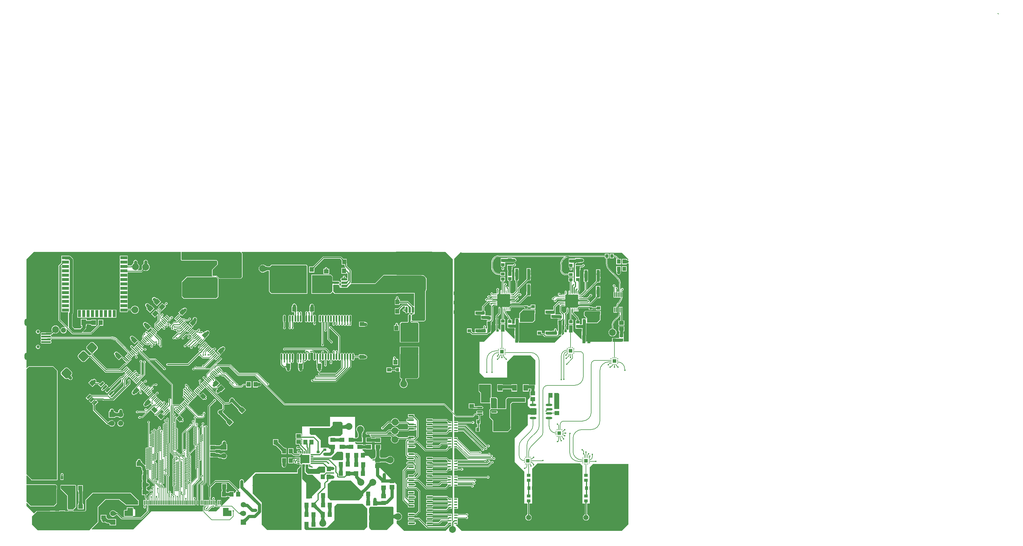
<source format=gtl>
G04*
G04 #@! TF.GenerationSoftware,Altium Limited,Altium Designer,19.1.9 (167)*
G04*
G04 Layer_Physical_Order=1*
G04 Layer_Color=255*
%FSLAX42Y42*%
%MOMM*%
G71*
G01*
G75*
%ADD16R,1.00X1.00*%
%ADD17R,0.20X0.40*%
%ADD18R,0.40X0.20*%
%ADD19R,1.00X1.00*%
%ADD20O,1.90X0.60*%
G04:AMPARAMS|DCode=21|XSize=10mm|YSize=5mm|CornerRadius=1.25mm|HoleSize=0mm|Usage=FLASHONLY|Rotation=180.000|XOffset=0mm|YOffset=0mm|HoleType=Round|Shape=RoundedRectangle|*
%AMROUNDEDRECTD21*
21,1,10.00,2.50,0,0,180.0*
21,1,7.50,5.00,0,0,180.0*
1,1,2.50,-3.75,1.25*
1,1,2.50,3.75,1.25*
1,1,2.50,3.75,-1.25*
1,1,2.50,-3.75,-1.25*
%
%ADD21ROUNDEDRECTD21*%
G04:AMPARAMS|DCode=22|XSize=2.5mm|YSize=2.5mm|CornerRadius=0.63mm|HoleSize=0mm|Usage=FLASHONLY|Rotation=135.000|XOffset=0mm|YOffset=0mm|HoleType=Round|Shape=RoundedRectangle|*
%AMROUNDEDRECTD22*
21,1,2.50,1.25,0,0,135.0*
21,1,1.25,2.50,0,0,135.0*
1,1,1.25,0.00,0.88*
1,1,1.25,0.88,0.00*
1,1,1.25,0.00,-0.88*
1,1,1.25,-0.88,0.00*
%
%ADD22ROUNDEDRECTD22*%
%ADD23O,0.45X1.90*%
G04:AMPARAMS|DCode=24|XSize=1.4mm|YSize=1.2mm|CornerRadius=0mm|HoleSize=0mm|Usage=FLASHONLY|Rotation=45.000|XOffset=0mm|YOffset=0mm|HoleType=Round|Shape=Rectangle|*
%AMROTATEDRECTD24*
4,1,4,-0.07,-0.92,-0.92,-0.07,0.07,0.92,0.92,0.07,-0.07,-0.92,0.0*
%
%ADD24ROTATEDRECTD24*%

G04:AMPARAMS|DCode=25|XSize=1.4mm|YSize=1.2mm|CornerRadius=0mm|HoleSize=0mm|Usage=FLASHONLY|Rotation=315.000|XOffset=0mm|YOffset=0mm|HoleType=Round|Shape=Rectangle|*
%AMROTATEDRECTD25*
4,1,4,-0.92,0.07,-0.07,0.92,0.92,-0.07,0.07,-0.92,-0.92,0.07,0.0*
%
%ADD25ROTATEDRECTD25*%

%ADD26R,1.20X1.40*%
%ADD27R,1.40X1.20*%
%ADD28R,2.00X5.30*%
G04:AMPARAMS|DCode=29|XSize=1.85mm|YSize=0.61mm|CornerRadius=0.31mm|HoleSize=0mm|Usage=FLASHONLY|Rotation=0.000|XOffset=0mm|YOffset=0mm|HoleType=Round|Shape=RoundedRectangle|*
%AMROUNDEDRECTD29*
21,1,1.85,0.00,0,0,0.0*
21,1,1.24,0.61,0,0,0.0*
1,1,0.61,0.62,0.00*
1,1,0.61,-0.62,0.00*
1,1,0.61,-0.62,0.00*
1,1,0.61,0.62,0.00*
%
%ADD29ROUNDEDRECTD29*%
%ADD30R,1.85X0.61*%
%ADD31R,0.91X1.22*%
%ADD32R,1.20X1.45*%
%ADD33R,1.75X4.50*%
%ADD34R,3.00X2.00*%
%ADD35O,0.85X0.28*%
%ADD36O,0.28X0.85*%
%ADD37R,2.45X2.45*%
%ADD38C,2.00*%
%ADD39R,5.30X2.00*%
G04:AMPARAMS|DCode=40|XSize=1.85mm|YSize=0.61mm|CornerRadius=0.31mm|HoleSize=0mm|Usage=FLASHONLY|Rotation=90.000|XOffset=0mm|YOffset=0mm|HoleType=Round|Shape=RoundedRectangle|*
%AMROUNDEDRECTD40*
21,1,1.85,0.00,0,0,90.0*
21,1,1.24,0.61,0,0,90.0*
1,1,0.61,0.00,0.62*
1,1,0.61,0.00,-0.62*
1,1,0.61,0.00,-0.62*
1,1,0.61,0.00,0.62*
%
%ADD40ROUNDEDRECTD40*%
%ADD41R,0.61X1.85*%
%ADD42R,1.20X1.10*%
%ADD43R,0.90X1.00*%
%ADD44R,1.22X0.91*%
%ADD45R,1.45X1.20*%
G04:AMPARAMS|DCode=46|XSize=0.6mm|YSize=1mm|CornerRadius=0.05mm|HoleSize=0mm|Usage=FLASHONLY|Rotation=180.000|XOffset=0mm|YOffset=0mm|HoleType=Round|Shape=RoundedRectangle|*
%AMROUNDEDRECTD46*
21,1,0.60,0.90,0,0,180.0*
21,1,0.50,1.00,0,0,180.0*
1,1,0.10,-0.25,0.45*
1,1,0.10,0.25,0.45*
1,1,0.10,0.25,-0.45*
1,1,0.10,-0.25,-0.45*
%
%ADD46ROUNDEDRECTD46*%
%ADD47R,1.99X2.33*%
%ADD48R,0.90X0.70*%
G04:AMPARAMS|DCode=49|XSize=1mm|YSize=3.18mm|CornerRadius=0.44mm|HoleSize=0mm|Usage=FLASHONLY|Rotation=0.000|XOffset=0mm|YOffset=0mm|HoleType=Round|Shape=RoundedRectangle|*
%AMROUNDEDRECTD49*
21,1,1.00,2.31,0,0,0.0*
21,1,0.13,3.18,0,0,0.0*
1,1,0.87,0.07,-1.15*
1,1,0.87,-0.07,-1.15*
1,1,0.87,-0.07,1.15*
1,1,0.87,0.07,1.15*
%
%ADD49ROUNDEDRECTD49*%
G04:AMPARAMS|DCode=50|XSize=1mm|YSize=0.87mm|CornerRadius=0.44mm|HoleSize=0mm|Usage=FLASHONLY|Rotation=0.000|XOffset=0mm|YOffset=0mm|HoleType=Round|Shape=RoundedRectangle|*
%AMROUNDEDRECTD50*
21,1,1.00,0.00,0,0,0.0*
21,1,0.13,0.87,0,0,0.0*
1,1,0.87,0.07,0.00*
1,1,0.87,-0.07,0.00*
1,1,0.87,-0.07,0.00*
1,1,0.87,0.07,0.00*
%
%ADD50ROUNDEDRECTD50*%
%ADD51R,1.00X0.87*%
%ADD52R,0.90X0.45*%
G04:AMPARAMS|DCode=53|XSize=3.5mm|YSize=2.05mm|CornerRadius=0.51mm|HoleSize=0mm|Usage=FLASHONLY|Rotation=180.000|XOffset=0mm|YOffset=0mm|HoleType=Round|Shape=RoundedRectangle|*
%AMROUNDEDRECTD53*
21,1,3.50,1.02,0,0,180.0*
21,1,2.48,2.05,0,0,180.0*
1,1,1.02,-1.24,0.51*
1,1,1.02,1.24,0.51*
1,1,1.02,1.24,-0.51*
1,1,1.02,-1.24,-0.51*
%
%ADD53ROUNDEDRECTD53*%
G04:AMPARAMS|DCode=54|XSize=4mm|YSize=2.05mm|CornerRadius=0.51mm|HoleSize=0mm|Usage=FLASHONLY|Rotation=180.000|XOffset=0mm|YOffset=0mm|HoleType=Round|Shape=RoundedRectangle|*
%AMROUNDEDRECTD54*
21,1,4.00,1.02,0,0,180.0*
21,1,2.98,2.05,0,0,180.0*
1,1,1.02,-1.49,0.51*
1,1,1.02,1.49,0.51*
1,1,1.02,1.49,-0.51*
1,1,1.02,-1.49,-0.51*
%
%ADD54ROUNDEDRECTD54*%
G04:AMPARAMS|DCode=55|XSize=3.5mm|YSize=2.05mm|CornerRadius=0.51mm|HoleSize=0mm|Usage=FLASHONLY|Rotation=180.000|XOffset=0mm|YOffset=0mm|HoleType=Round|Shape=RoundedRectangle|*
%AMROUNDEDRECTD55*
21,1,3.50,1.03,0,0,180.0*
21,1,2.48,2.05,0,0,180.0*
1,1,1.02,-1.24,0.51*
1,1,1.02,1.24,0.51*
1,1,1.02,1.24,-0.51*
1,1,1.02,-1.24,-0.51*
%
%ADD55ROUNDEDRECTD55*%
G04:AMPARAMS|DCode=56|XSize=2.8mm|YSize=0.5mm|CornerRadius=0.13mm|HoleSize=0mm|Usage=FLASHONLY|Rotation=180.000|XOffset=0mm|YOffset=0mm|HoleType=Round|Shape=RoundedRectangle|*
%AMROUNDEDRECTD56*
21,1,2.80,0.25,0,0,180.0*
21,1,2.55,0.50,0,0,180.0*
1,1,0.25,-1.27,0.13*
1,1,0.25,1.27,0.13*
1,1,0.25,1.27,-0.13*
1,1,0.25,-1.27,-0.13*
%
%ADD56ROUNDEDRECTD56*%
G04:AMPARAMS|DCode=57|XSize=1.4mm|YSize=0.6mm|CornerRadius=0mm|HoleSize=0mm|Usage=FLASHONLY|Rotation=45.000|XOffset=0mm|YOffset=0mm|HoleType=Round|Shape=Rectangle|*
%AMROTATEDRECTD57*
4,1,4,-0.28,-0.71,-0.71,-0.28,0.28,0.71,0.71,0.28,-0.28,-0.71,0.0*
%
%ADD57ROTATEDRECTD57*%

%ADD58R,1.33X1.33*%
%ADD59R,0.90X2.00*%
%ADD60R,2.00X0.90*%
G04:AMPARAMS|DCode=61|XSize=0.35mm|YSize=1.35mm|CornerRadius=0mm|HoleSize=0mm|Usage=FLASHONLY|Rotation=135.000|XOffset=0mm|YOffset=0mm|HoleType=Round|Shape=Rectangle|*
%AMROTATEDRECTD61*
4,1,4,0.60,0.35,-0.35,-0.60,-0.60,-0.35,0.35,0.60,0.60,0.35,0.0*
%
%ADD61ROTATEDRECTD61*%

G04:AMPARAMS|DCode=62|XSize=1.35mm|YSize=0.35mm|CornerRadius=0mm|HoleSize=0mm|Usage=FLASHONLY|Rotation=135.000|XOffset=0mm|YOffset=0mm|HoleType=Round|Shape=Rectangle|*
%AMROTATEDRECTD62*
4,1,4,0.60,-0.35,0.35,-0.60,-0.60,0.35,-0.35,0.60,0.60,-0.35,0.0*
%
%ADD62ROTATEDRECTD62*%

%ADD63R,1.40X1.80*%
G04:AMPARAMS|DCode=64|XSize=1.45mm|YSize=1.2mm|CornerRadius=0mm|HoleSize=0mm|Usage=FLASHONLY|Rotation=225.000|XOffset=0mm|YOffset=0mm|HoleType=Round|Shape=Rectangle|*
%AMROTATEDRECTD64*
4,1,4,0.09,0.94,0.94,0.09,-0.09,-0.94,-0.94,-0.09,0.09,0.94,0.0*
%
%ADD64ROTATEDRECTD64*%

G04:AMPARAMS|DCode=65|XSize=1.45mm|YSize=1.2mm|CornerRadius=0mm|HoleSize=0mm|Usage=FLASHONLY|Rotation=315.000|XOffset=0mm|YOffset=0mm|HoleType=Round|Shape=Rectangle|*
%AMROTATEDRECTD65*
4,1,4,-0.94,0.09,-0.09,0.94,0.94,-0.09,0.09,-0.94,-0.94,0.09,0.0*
%
%ADD65ROTATEDRECTD65*%

%ADD66R,0.30X1.20*%
%ADD67R,1.78X1.78*%
%ADD68C,1.52*%
%ADD69R,1.05X0.95*%
%ADD70R,0.65X0.70*%
%ADD71R,3.10X3.10*%
%ADD72O,0.25X0.90*%
%ADD73O,0.90X0.25*%
%ADD74R,1.00X0.90*%
%ADD75R,0.95X1.05*%
%ADD76R,0.70X0.65*%
%ADD77R,1.10X1.30*%
%ADD78R,0.30X1.40*%
%ADD79O,1.70X0.45*%
%ADD80R,1.35X1.80*%
%ADD106R,1.55X0.60*%
%ADD127C,1.57*%
%ADD128R,1.57X1.57*%
%ADD129C,0.13*%
%ADD130C,0.90*%
%ADD131C,0.13*%
%ADD132C,0.25*%
%ADD133C,0.30*%
%ADD134C,0.90*%
%ADD135R,1.55X1.55*%
%ADD136C,1.55*%
%ADD137C,1.20*%
%ADD138C,0.45*%
%ADD139C,0.80*%
%ADD140C,0.40*%
%ADD141C,0.50*%
G36*
X18655Y13555D02*
X23318D01*
X23510Y13362D01*
X23510Y13354D01*
X23496Y13348D01*
X23491Y13352D01*
X23468Y13356D01*
X23460D01*
Y13375D01*
X23320D01*
Y13215D01*
X23460D01*
Y13234D01*
X23468D01*
X23491Y13238D01*
X23502Y13246D01*
X23515Y13239D01*
Y10972D01*
X23370D01*
Y11065D01*
X23370Y11068D01*
Y11078D01*
X23370Y11080D01*
Y11197D01*
X23366D01*
Y11262D01*
X23390D01*
Y11412D01*
X23220D01*
Y11262D01*
X23244D01*
Y11197D01*
X23240D01*
Y11081D01*
X23240Y11078D01*
X23231Y11069D01*
X23155D01*
Y11072D01*
X23035D01*
Y11013D01*
X23034Y11007D01*
X23035Y11002D01*
Y10972D01*
X22272D01*
Y11020D01*
X22273Y11022D01*
X22273Y11023D01*
X22273Y11023D01*
X22271Y11098D01*
X22272Y11128D01*
X22272D01*
Y11137D01*
X22272Y11138D01*
X22272Y11140D01*
X22272Y11140D01*
X22274Y11142D01*
X22278Y11165D01*
Y11336D01*
X22278Y11336D01*
X22278Y11337D01*
Y11337D01*
X22278Y11337D01*
X22278Y11338D01*
Y11395D01*
Y11496D01*
X22287Y11505D01*
X22291Y11505D01*
X22389D01*
X22392Y11504D01*
X22602D01*
X22614Y11509D01*
X22694Y11589D01*
X22698Y11600D01*
Y11735D01*
X22700D01*
Y11860D01*
X22685D01*
X22682Y11861D01*
X22255D01*
X22243Y11857D01*
X22221Y11834D01*
X22216Y11823D01*
Y11725D01*
X22221Y11714D01*
X22286Y11648D01*
Y11644D01*
X22277Y11635D01*
X22273Y11635D01*
X22157D01*
Y11576D01*
X22156Y11570D01*
Y11565D01*
X22156Y11565D01*
Y11466D01*
X22106D01*
X22098Y11474D01*
X22097Y11478D01*
Y11595D01*
X22064D01*
X22064Y11601D01*
X22064Y11606D01*
X22063Y11606D01*
X22059Y11638D01*
X22046Y11669D01*
X22026Y11696D01*
X22026Y11696D01*
X22017Y11704D01*
X21929Y11792D01*
X21928Y11793D01*
X21917Y11810D01*
X21913Y11830D01*
X21913Y11831D01*
Y11833D01*
X21926Y11841D01*
X21932Y11840D01*
X21943Y11842D01*
X21949Y11846D01*
X21957Y11847D01*
X21966Y11846D01*
X21971Y11842D01*
X21982Y11840D01*
X21993Y11842D01*
X21999Y11846D01*
X22007Y11847D01*
X22016Y11846D01*
X22021Y11842D01*
X22032Y11840D01*
X22043Y11842D01*
X22052Y11848D01*
X22058Y11857D01*
X22060Y11868D01*
Y11899D01*
X22060Y11900D01*
Y11916D01*
X22060Y11916D01*
X22062Y11919D01*
X22064Y11922D01*
X22070Y11929D01*
X22072Y11931D01*
X22073Y11932D01*
X22077Y11936D01*
X22081Y11938D01*
X22083Y11940D01*
X22086Y11942D01*
X22086Y11942D01*
X22357D01*
Y11890D01*
X22457D01*
Y11904D01*
X22458Y11905D01*
X22460Y11905D01*
X22463Y11906D01*
X22467Y11906D01*
X22473Y11906D01*
X22474Y11907D01*
X22548D01*
X22549Y11906D01*
X22554Y11906D01*
X22558Y11906D01*
X22562Y11905D01*
X22564Y11905D01*
X22565Y11904D01*
Y11880D01*
X22700D01*
Y12005D01*
X22565D01*
Y11971D01*
X22564Y11971D01*
X22562Y11970D01*
X22558Y11970D01*
X22554Y11969D01*
X22549Y11969D01*
X22548Y11969D01*
X22474D01*
X22473Y11969D01*
X22467Y11969D01*
X22463Y11970D01*
X22460Y11970D01*
X22458Y11971D01*
X22457Y11971D01*
Y11985D01*
X22397D01*
X22392Y11990D01*
X22383Y11996D01*
X22372Y11998D01*
X22372Y11998D01*
X22070D01*
X22070Y11998D01*
X22059Y11996D01*
X22059Y11996D01*
X22059Y11996D01*
X22050Y11990D01*
X22050Y11990D01*
X22043Y11983D01*
X22032Y11973D01*
X22031Y11971D01*
X22030Y11971D01*
X22022Y11963D01*
X22022Y11963D01*
X22022Y11963D01*
X22017Y11958D01*
X22017Y11957D01*
X22016Y11957D01*
X22015Y11956D01*
X22015Y11955D01*
X22015Y11955D01*
X22014Y11955D01*
X22014Y11955D01*
X22007Y11953D01*
X21999Y11955D01*
X21993Y11959D01*
X21982Y11961D01*
X21971Y11959D01*
X21966Y11955D01*
X21957Y11953D01*
X21949Y11955D01*
X21943Y11959D01*
X21932Y11961D01*
X21921Y11959D01*
X21912Y11953D01*
X21902D01*
X21893Y11959D01*
X21882Y11961D01*
X21871Y11959D01*
X21866Y11955D01*
X21857Y11953D01*
X21849Y11955D01*
X21843Y11959D01*
X21832Y11961D01*
X21821Y11959D01*
X21812Y11953D01*
X21806Y11943D01*
X21804Y11933D01*
Y11901D01*
X21804Y11900D01*
Y11617D01*
X21803Y11616D01*
X21803Y11611D01*
X21803Y11608D01*
X21802Y11606D01*
X21802Y11605D01*
X21765D01*
Y11480D01*
X21900D01*
Y11605D01*
X21862D01*
X21862Y11606D01*
X21861Y11608D01*
X21861Y11611D01*
X21861Y11616D01*
X21860Y11617D01*
Y11759D01*
X21873Y11764D01*
X21885Y11748D01*
X21885Y11748D01*
X21973Y11661D01*
X21982Y11652D01*
X21992Y11638D01*
X21999Y11622D01*
X22001Y11608D01*
X21997Y11595D01*
X21967D01*
Y11478D01*
X21967Y11475D01*
Y11465D01*
X21967Y11463D01*
Y11345D01*
X22026D01*
X22032Y11344D01*
X22082D01*
X22082Y11344D01*
X22114Y11343D01*
X22138Y11342D01*
X22144Y11341D01*
X22156Y11338D01*
X22155Y11292D01*
X22154Y11272D01*
X22153Y11264D01*
X22152Y11263D01*
X22147Y11263D01*
X22147Y11253D01*
X22147Y11252D01*
X22147Y11250D01*
X22146Y11247D01*
X22147Y11245D01*
Y11145D01*
X22146Y11143D01*
X22146Y11143D01*
X22146Y11143D01*
X22148Y11067D01*
X22147Y11040D01*
X22142Y11037D01*
X22134Y11036D01*
X21901Y11269D01*
Y11445D01*
X21900Y11448D01*
Y11460D01*
X21888D01*
X21885Y11461D01*
X21780D01*
X21777Y11460D01*
X21765D01*
Y11448D01*
X21763Y11445D01*
Y11318D01*
X21745D01*
X21736Y11309D01*
X21725Y11314D01*
Y11320D01*
X21704D01*
X21704Y11321D01*
X21704Y11323D01*
X21704Y11326D01*
X21704Y11331D01*
X21703Y11332D01*
Y11401D01*
X21704Y11403D01*
X21704Y11405D01*
X21704Y11406D01*
X21704Y11407D01*
X21704Y11408D01*
X21704Y11409D01*
X21704Y11410D01*
X21705Y11410D01*
X21705Y11411D01*
X21705Y11412D01*
X21706Y11412D01*
X21707Y11416D01*
X21710Y11421D01*
X21713Y11435D01*
X21710Y11450D01*
X21707Y11455D01*
X21706Y11458D01*
X21705Y11459D01*
X21705Y11459D01*
X21705Y11460D01*
X21704Y11461D01*
X21704Y11461D01*
X21704Y11462D01*
X21704Y11463D01*
X21704Y11466D01*
X21704Y11468D01*
X21703Y11469D01*
Y11739D01*
X21704Y11741D01*
X21704Y11742D01*
X21704Y11744D01*
X21704Y11745D01*
X21704Y11746D01*
X21704Y11747D01*
X21704Y11748D01*
X21705Y11748D01*
X21705Y11749D01*
X21705Y11749D01*
X21706Y11750D01*
X21707Y11753D01*
X21710Y11758D01*
X21711Y11764D01*
X21713Y11767D01*
X21713Y11768D01*
X21713Y11769D01*
X21713Y11769D01*
X21714Y11770D01*
X21714Y11771D01*
X21715Y11771D01*
X21715Y11772D01*
X21717Y11774D01*
X21718Y11776D01*
X21719Y11777D01*
X21752Y11810D01*
X21758Y11820D01*
X21760Y11830D01*
X21760Y11830D01*
Y11899D01*
X21760Y11900D01*
X21760Y11901D01*
Y11933D01*
X21758Y11943D01*
X21752Y11953D01*
X21743Y11959D01*
X21732Y11961D01*
X21721Y11959D01*
X21712Y11953D01*
X21706Y11943D01*
X21704Y11933D01*
Y11902D01*
X21704Y11900D01*
X21704Y11900D01*
Y11842D01*
X21679Y11817D01*
X21677Y11816D01*
X21676Y11815D01*
X21675Y11814D01*
X21674Y11814D01*
X21673Y11813D01*
X21672Y11812D01*
X21671Y11812D01*
X21671Y11812D01*
X21670Y11812D01*
X21670Y11811D01*
X21669Y11811D01*
X21666Y11809D01*
X21660Y11808D01*
X21648Y11800D01*
X21640Y11789D01*
X21639Y11788D01*
X21634Y11787D01*
X21626Y11786D01*
X21563Y11850D01*
Y11977D01*
X21577Y11992D01*
X21612D01*
X21612Y11992D01*
X21614Y11992D01*
X21645D01*
X21655Y11994D01*
X21664Y12000D01*
X21671Y12009D01*
X21673Y12020D01*
X21671Y12031D01*
X21667Y12037D01*
X21665Y12045D01*
X21667Y12054D01*
X21671Y12059D01*
X21673Y12070D01*
X21671Y12081D01*
X21664Y12090D01*
Y12100D01*
X21671Y12109D01*
X21673Y12120D01*
X21671Y12131D01*
X21664Y12140D01*
X21655Y12146D01*
X21645Y12148D01*
X21613D01*
X21612Y12148D01*
X21582D01*
X21579Y12149D01*
X21579Y12149D01*
X21492D01*
X21481Y12147D01*
X21472Y12141D01*
X21472Y12141D01*
X21332Y12001D01*
X21326Y11992D01*
X21324Y11981D01*
X21324Y11981D01*
Y11900D01*
X21323Y11898D01*
X21315Y11889D01*
X21310D01*
X21310Y11889D01*
X21145D01*
X21139Y11888D01*
X21080D01*
Y11768D01*
X21139D01*
X21145Y11767D01*
X21241D01*
X21250Y11758D01*
Y11638D01*
X21309D01*
X21315Y11637D01*
X21377D01*
X21377Y11636D01*
X21409Y11636D01*
X21434Y11635D01*
X21443Y11634D01*
X21450Y11632D01*
X21452Y11632D01*
Y11625D01*
X21465D01*
X21467Y11624D01*
X21470Y11625D01*
X21548D01*
X21553Y11613D01*
X21551Y11611D01*
X21547Y11608D01*
X21544Y11606D01*
X21544Y11605D01*
X21537D01*
X21536Y11606D01*
X21535Y11605D01*
X21533Y11606D01*
X21533Y11605D01*
X21452D01*
Y11498D01*
X21451Y11496D01*
X21452Y11494D01*
X21452Y11492D01*
X21452Y11491D01*
Y11480D01*
X21454D01*
X21458Y11422D01*
X21458Y11405D01*
X21458Y11405D01*
Y11287D01*
X21450Y11278D01*
X21440D01*
Y11278D01*
X21437Y11278D01*
X21422D01*
X21420Y11279D01*
X21420Y11279D01*
X21414Y11290D01*
X21414Y11291D01*
X21417Y11296D01*
X21420Y11310D01*
X21417Y11325D01*
X21409Y11337D01*
X21397Y11346D01*
X21382Y11348D01*
X21367Y11346D01*
X21355Y11337D01*
X21347Y11325D01*
X21344Y11310D01*
X21347Y11296D01*
X21350Y11291D01*
X21350Y11290D01*
X21344Y11279D01*
X21343Y11278D01*
X21342Y11278D01*
X21342Y11278D01*
X21337D01*
X21335Y11279D01*
X21334Y11278D01*
X21334Y11279D01*
X21244Y11274D01*
X21244Y11274D01*
X21212D01*
Y11278D01*
X21077D01*
Y11193D01*
X21065Y11188D01*
X21053Y11200D01*
X21044Y11207D01*
X21033Y11209D01*
X21033Y11209D01*
X20999D01*
X20998Y11209D01*
X20993Y11209D01*
X20990Y11210D01*
X20988Y11210D01*
X20987Y11210D01*
Y11278D01*
X20852D01*
Y11153D01*
X20952D01*
X20954Y11152D01*
X20954Y11152D01*
X20971D01*
X20972Y11152D01*
X20997Y11151D01*
X20997Y11152D01*
X20997Y11151D01*
X20999Y11152D01*
X21021D01*
X21064Y11110D01*
X21064Y11110D01*
X21073Y11104D01*
X21084Y11102D01*
X21084Y11102D01*
X21438D01*
X21438Y11102D01*
X21449Y11104D01*
X21458Y11110D01*
X21471Y11123D01*
X21472Y11123D01*
X21472Y11124D01*
X21473Y11124D01*
X21480Y11131D01*
X21491Y11140D01*
X21495Y11144D01*
X21499Y11146D01*
X21502Y11148D01*
X21502Y11148D01*
X21508D01*
X21510Y11147D01*
X21510Y11148D01*
X21557D01*
X21562Y11135D01*
X21364Y10938D01*
X20317D01*
Y10974D01*
X20320Y10981D01*
X20322Y10997D01*
X20323Y11003D01*
Y11068D01*
X20324Y11068D01*
X20324Y11068D01*
X20324Y11068D01*
X20323Y11074D01*
Y11126D01*
X20324Y11126D01*
X20323Y11126D01*
Y11127D01*
X20324Y11127D01*
X20323Y11127D01*
Y11351D01*
X20324Y11351D01*
X20323Y11351D01*
Y11352D01*
X20324Y11352D01*
X20323Y11352D01*
Y11410D01*
Y11511D01*
X20332Y11520D01*
X20336Y11520D01*
X20452D01*
Y11521D01*
X20717D01*
X20729Y11526D01*
X20789Y11586D01*
X20794Y11598D01*
Y11775D01*
X20795D01*
Y11900D01*
X20780D01*
X20777Y11901D01*
X20442D01*
X20431Y11897D01*
X20336Y11802D01*
X20331Y11790D01*
Y11659D01*
X20322Y11650D01*
X20318Y11650D01*
X20202D01*
Y11591D01*
X20201Y11585D01*
Y11481D01*
X20145D01*
X20145Y11481D01*
X20128Y11481D01*
X20128Y11481D01*
X20128Y11481D01*
X20127Y11481D01*
X20126D01*
X20117Y11490D01*
X20117Y11494D01*
Y11610D01*
X20078D01*
X20078Y11610D01*
X20078Y11610D01*
X20077Y11610D01*
X20077Y11610D01*
X20077Y11610D01*
X20077Y11611D01*
X20076Y11613D01*
X20075Y11616D01*
X20074Y11619D01*
X20073Y11623D01*
X20071Y11626D01*
X20067Y11642D01*
X20050Y11683D01*
X20027Y11721D01*
X19998Y11755D01*
X19998Y11755D01*
X19989Y11764D01*
X19968Y11790D01*
X19947Y11829D01*
X19943Y11843D01*
X19952Y11854D01*
X19953Y11855D01*
X19963Y11857D01*
X19969Y11861D01*
X19977Y11862D01*
X19986Y11861D01*
X19992Y11857D01*
X20002Y11855D01*
X20013Y11857D01*
X20019Y11861D01*
X20027Y11862D01*
X20036Y11861D01*
X20042Y11857D01*
X20052Y11855D01*
X20063Y11857D01*
X20072Y11863D01*
X20078Y11872D01*
X20080Y11883D01*
Y11914D01*
X20081Y11915D01*
Y11931D01*
X20081Y11931D01*
X20082Y11934D01*
X20084Y11937D01*
X20090Y11944D01*
X20092Y11946D01*
X20093Y11947D01*
X20097Y11951D01*
X20101Y11953D01*
X20104Y11955D01*
X20106Y11957D01*
X20122D01*
X20122Y11957D01*
X20122Y11957D01*
X20123Y11957D01*
X20123Y11957D01*
X20465D01*
X20467Y11956D01*
X20471Y11956D01*
X20474Y11956D01*
X20477Y11955D01*
X20477Y11955D01*
Y11923D01*
X20577D01*
Y11940D01*
X20578Y11940D01*
X20580Y11941D01*
X20583Y11941D01*
X20588Y11941D01*
X20589Y11942D01*
X20648D01*
X20649Y11941D01*
X20654Y11941D01*
X20657Y11941D01*
X20659Y11940D01*
X20660Y11940D01*
Y11920D01*
X20795D01*
Y12045D01*
X20660D01*
Y12000D01*
X20659Y12000D01*
X20657Y11999D01*
X20654Y11999D01*
X20649Y11999D01*
X20648Y11998D01*
X20589D01*
X20588Y11999D01*
X20583Y11999D01*
X20580Y11999D01*
X20578Y12000D01*
X20577Y12000D01*
Y12018D01*
X20497D01*
X20497Y12018D01*
X20495Y12018D01*
X20493Y12019D01*
X20490Y12018D01*
X20477D01*
Y12014D01*
X20471Y12014D01*
X20467Y12014D01*
X20465Y12013D01*
X20123D01*
X20122Y12013D01*
X20121Y12013D01*
X20090D01*
X20090Y12013D01*
X20090D01*
X20079Y12011D01*
X20070Y12005D01*
X20070Y12005D01*
X20063Y11998D01*
X20052Y11988D01*
X20051Y11986D01*
X20050Y11986D01*
X20042Y11978D01*
X20042Y11978D01*
X20042Y11977D01*
X20037Y11972D01*
X20037Y11972D01*
X20037Y11972D01*
X20036Y11971D01*
X20036Y11970D01*
X20035Y11970D01*
X20035Y11970D01*
X20035Y11970D01*
X20027Y11968D01*
X20019Y11970D01*
X20013Y11974D01*
X20002Y11976D01*
X19992Y11974D01*
X19986Y11970D01*
X19977Y11968D01*
X19969Y11970D01*
X19963Y11974D01*
X19952Y11976D01*
X19942Y11974D01*
X19932Y11967D01*
X19922D01*
X19913Y11974D01*
X19902Y11976D01*
X19892Y11974D01*
X19886Y11970D01*
X19877Y11968D01*
X19869Y11970D01*
X19863Y11974D01*
X19852Y11976D01*
X19842Y11974D01*
X19832Y11967D01*
X19826Y11958D01*
X19824Y11948D01*
Y11916D01*
X19824Y11915D01*
Y11632D01*
X19823Y11631D01*
X19823Y11626D01*
X19823Y11623D01*
X19823Y11621D01*
X19822Y11620D01*
X19785D01*
Y11495D01*
X19920D01*
Y11620D01*
X19882D01*
X19882Y11621D01*
X19882Y11623D01*
X19881Y11626D01*
X19881Y11631D01*
X19881Y11632D01*
Y11812D01*
X19893Y11814D01*
X19904Y11787D01*
X19928Y11749D01*
X19949Y11724D01*
X19956Y11716D01*
X19964Y11707D01*
X19965Y11706D01*
X19986Y11681D01*
X20007Y11641D01*
X20013Y11623D01*
X20005Y11611D01*
X20003Y11610D01*
X19987D01*
Y11493D01*
X19987Y11490D01*
Y11480D01*
X19987Y11477D01*
Y11360D01*
X20046D01*
X20052Y11359D01*
X20127D01*
X20127Y11359D01*
X20159Y11358D01*
X20184Y11357D01*
X20189Y11356D01*
X20201Y11353D01*
X20200Y11307D01*
X20199Y11286D01*
X20198Y11279D01*
X20197Y11278D01*
X20192Y11278D01*
X20192Y11268D01*
X20192Y11267D01*
X20192Y11265D01*
X20191Y11262D01*
X20192Y11260D01*
Y11160D01*
X20191Y11158D01*
X20192Y11156D01*
X20192Y11153D01*
X20192Y11153D01*
X20192Y11143D01*
X20197D01*
X20200Y11092D01*
X20200Y11082D01*
X20199Y11061D01*
X20198Y11054D01*
X20197Y11053D01*
X20192D01*
X20180Y11050D01*
X19921Y11309D01*
Y11460D01*
X19920Y11463D01*
Y11475D01*
X19908D01*
X19905Y11476D01*
X19800D01*
X19797Y11475D01*
X19785D01*
Y11463D01*
X19784Y11460D01*
Y11318D01*
X19745D01*
Y11338D01*
X19708D01*
Y11439D01*
X19713Y11445D01*
X19716Y11460D01*
X19713Y11475D01*
X19708Y11481D01*
Y11603D01*
X19709Y11605D01*
X19709Y11607D01*
X19709Y11612D01*
X19709Y11613D01*
X19709Y11614D01*
X19709Y11614D01*
X19710Y11614D01*
X19710Y11614D01*
X19710Y11614D01*
X19710Y11615D01*
X19710Y11615D01*
X19710Y11616D01*
X19710Y11616D01*
X19713Y11620D01*
X19716Y11635D01*
X19713Y11650D01*
X19710Y11654D01*
X19710Y11654D01*
X19710Y11655D01*
X19710Y11656D01*
X19710Y11656D01*
X19710Y11656D01*
X19710Y11656D01*
X19709Y11656D01*
X19709Y11656D01*
X19709Y11658D01*
X19709Y11658D01*
X19709Y11663D01*
X19709Y11665D01*
X19708Y11667D01*
Y11697D01*
X19774Y11763D01*
X19781Y11773D01*
X19783Y11785D01*
X19783Y11785D01*
Y11915D01*
X19781Y11927D01*
X19780Y11928D01*
Y11948D01*
X19778Y11958D01*
X19772Y11967D01*
X19763Y11974D01*
X19752Y11976D01*
X19742Y11974D01*
X19732Y11967D01*
X19726Y11958D01*
X19724Y11948D01*
Y11928D01*
X19724Y11927D01*
X19721Y11915D01*
Y11798D01*
X19655Y11732D01*
X19649Y11722D01*
X19646Y11710D01*
X19646Y11710D01*
Y11667D01*
X19646Y11666D01*
X19646Y11661D01*
X19646Y11660D01*
X19645Y11657D01*
X19645Y11657D01*
X19645Y11656D01*
X19645Y11656D01*
X19645Y11656D01*
X19645Y11656D01*
X19645Y11655D01*
X19645Y11654D01*
X19642Y11650D01*
X19639Y11635D01*
X19642Y11620D01*
X19645Y11616D01*
X19645Y11616D01*
X19645Y11614D01*
X19645Y11614D01*
X19645Y11614D01*
X19645Y11614D01*
X19645Y11614D01*
X19645Y11613D01*
X19646Y11610D01*
X19646Y11609D01*
X19646Y11605D01*
X19646Y11603D01*
Y11481D01*
X19642Y11475D01*
X19639Y11460D01*
X19642Y11445D01*
X19646Y11439D01*
Y11304D01*
X19305Y10962D01*
X19177D01*
Y10928D01*
Y10053D01*
X19315Y9915D01*
X19977D01*
Y10378D01*
X20162Y10562D01*
X20662D01*
X20802Y10422D01*
Y9720D01*
X20795Y9710D01*
X20783D01*
X20780Y9711D01*
X20602D01*
Y9725D01*
X20438D01*
Y9698D01*
X20436Y9695D01*
Y9600D01*
X20438Y9597D01*
Y9515D01*
X20602D01*
Y9584D01*
X20665D01*
Y9538D01*
X20640D01*
Y9388D01*
X20680D01*
X20685Y9376D01*
X20677Y9368D01*
X20640D01*
Y9330D01*
X20582Y9272D01*
Y9097D01*
X20655Y9025D01*
X20832D01*
Y8843D01*
X20593D01*
X20582Y8832D01*
Y8543D01*
X20585Y8540D01*
X20200Y8155D01*
Y7465D01*
X20477Y7188D01*
X20477Y6255D01*
X20569D01*
Y6250D01*
Y5936D01*
X20554Y5930D01*
X20535Y5915D01*
X20520Y5896D01*
X20511Y5874D01*
X20508Y5850D01*
X20511Y5826D01*
X20520Y5804D01*
X20535Y5785D01*
X20554Y5770D01*
X20576Y5761D01*
X20600Y5758D01*
X20624Y5761D01*
X20646Y5770D01*
X20665Y5785D01*
X20680Y5804D01*
X20689Y5826D01*
X20692Y5850D01*
X20689Y5874D01*
X20680Y5896D01*
X20665Y5915D01*
X20646Y5930D01*
X20631Y5936D01*
Y6250D01*
Y6255D01*
X20705D01*
Y7268D01*
X20862Y7425D01*
X22100D01*
X22170Y7355D01*
Y6255D01*
X22244D01*
Y6250D01*
Y5936D01*
X22229Y5930D01*
X22210Y5915D01*
X22195Y5896D01*
X22186Y5874D01*
X22183Y5850D01*
X22186Y5826D01*
X22195Y5804D01*
X22210Y5785D01*
X22229Y5770D01*
X22251Y5761D01*
X22275Y5758D01*
X22299Y5761D01*
X22321Y5770D01*
X22340Y5785D01*
X22355Y5804D01*
X22364Y5826D01*
X22367Y5850D01*
X22364Y5874D01*
X22355Y5896D01*
X22340Y5915D01*
X22321Y5930D01*
X22306Y5936D01*
Y6250D01*
Y6255D01*
X22380D01*
Y7307D01*
X22477Y7405D01*
X23507D01*
Y6250D01*
X23510D01*
Y5650D01*
X23312Y5453D01*
X18657D01*
X18482Y5628D01*
X18487Y5640D01*
X18540D01*
Y5714D01*
X18540Y5715D01*
Y5720D01*
X18540D01*
X18540Y5727D01*
Y5794D01*
X18540D01*
Y5800D01*
X18540D01*
Y5821D01*
X18772D01*
X18775Y5815D01*
X18788Y5807D01*
X18802Y5804D01*
X18817Y5807D01*
X18830Y5815D01*
X18838Y5828D01*
X18841Y5842D01*
X18838Y5857D01*
X18830Y5870D01*
X18817Y5878D01*
X18809Y5880D01*
Y5892D01*
X18820Y5895D01*
X18832Y5903D01*
X18840Y5915D01*
X18843Y5930D01*
X18840Y5945D01*
X18832Y5957D01*
X18820Y5965D01*
X18805Y5968D01*
X18790Y5965D01*
X18778Y5957D01*
X18774Y5952D01*
X18557D01*
X18553Y5951D01*
X18540Y5954D01*
Y5954D01*
X18440D01*
Y6099D01*
X18543D01*
Y6174D01*
X18543D01*
Y6180D01*
X18543D01*
Y6254D01*
X18543D01*
Y6260D01*
X18543D01*
Y6334D01*
X18543D01*
Y6340D01*
X18543D01*
Y6414D01*
X18440D01*
Y6750D01*
X18489D01*
X18491Y6749D01*
X18929D01*
X18930Y6745D01*
X18938Y6733D01*
X18950Y6725D01*
X18965Y6722D01*
X18980Y6725D01*
X18992Y6733D01*
X19000Y6745D01*
X19003Y6760D01*
X19000Y6775D01*
X18992Y6787D01*
X18980Y6795D01*
X18965Y6798D01*
X18950Y6795D01*
X18946Y6792D01*
X18945Y6793D01*
X18535D01*
Y6824D01*
X18535D01*
Y6830D01*
X18535D01*
Y6845D01*
X18963D01*
X18974Y6838D01*
X18977Y6823D01*
X18985Y6810D01*
X18998Y6802D01*
X19012Y6799D01*
X19027Y6802D01*
X19040Y6810D01*
X19048Y6823D01*
X19051Y6838D01*
X19048Y6852D01*
X19040Y6865D01*
X19032Y6869D01*
X19034Y6878D01*
X19036Y6882D01*
X19050Y6885D01*
X19062Y6893D01*
X19070Y6905D01*
X19073Y6920D01*
X19070Y6935D01*
X19062Y6947D01*
X19050Y6955D01*
X19035Y6958D01*
X19020Y6955D01*
X19016Y6952D01*
X19015Y6953D01*
X18535D01*
Y6984D01*
X18535D01*
Y6986D01*
X18544Y6998D01*
X19392D01*
X19395Y6993D01*
X19408Y6985D01*
X19423Y6982D01*
X19437Y6985D01*
X19450Y6993D01*
X19458Y7005D01*
X19461Y7020D01*
X19458Y7035D01*
X19450Y7047D01*
X19437Y7055D01*
X19423Y7058D01*
X19408Y7055D01*
X19395Y7047D01*
X19392Y7042D01*
X18535D01*
Y7064D01*
X18440D01*
Y7214D01*
X18535D01*
Y7228D01*
X18629D01*
X18633Y7223D01*
X18645Y7215D01*
X18660Y7212D01*
X18675Y7215D01*
X18687Y7223D01*
X18695Y7235D01*
X18698Y7250D01*
X18695Y7265D01*
X18687Y7277D01*
X18675Y7285D01*
X18660Y7288D01*
X18645Y7285D01*
X18633Y7277D01*
X18629Y7272D01*
X18535D01*
Y7289D01*
X18535D01*
Y7295D01*
X18535D01*
Y7310D01*
X19422D01*
X19430Y7312D01*
X19437Y7317D01*
X19539Y7418D01*
X19545Y7417D01*
X19560Y7420D01*
X19572Y7428D01*
X19580Y7440D01*
X19583Y7455D01*
X19580Y7470D01*
X19572Y7482D01*
X19560Y7490D01*
X19545Y7493D01*
X19530Y7490D01*
X19518Y7482D01*
X19510Y7470D01*
X19507Y7455D01*
X19508Y7449D01*
X19413Y7354D01*
X18535D01*
Y7369D01*
X18535D01*
Y7375D01*
X18535D01*
Y7406D01*
X19396D01*
X19404Y7408D01*
X19411Y7413D01*
X19441Y7443D01*
X19448Y7442D01*
X19462Y7445D01*
X19475Y7453D01*
X19483Y7465D01*
X19486Y7480D01*
X19483Y7495D01*
X19475Y7507D01*
X19462Y7515D01*
X19448Y7518D01*
X19433Y7515D01*
X19420Y7507D01*
X19412Y7495D01*
X19409Y7480D01*
X19411Y7474D01*
X19387Y7450D01*
X18546D01*
X18535Y7454D01*
Y7486D01*
X19307D01*
X19310Y7480D01*
X19323Y7472D01*
X19338Y7469D01*
X19352Y7472D01*
X19365Y7480D01*
X19373Y7493D01*
X19376Y7507D01*
X19373Y7522D01*
X19369Y7528D01*
X19376Y7541D01*
X19562D01*
X19565Y7535D01*
X19578Y7527D01*
X19593Y7524D01*
X19607Y7527D01*
X19620Y7535D01*
X19628Y7548D01*
X19631Y7562D01*
X19628Y7577D01*
X19620Y7590D01*
X19607Y7598D01*
X19593Y7601D01*
X19578Y7598D01*
X19565Y7590D01*
X19562Y7584D01*
X19537D01*
X19536Y7597D01*
X19537Y7597D01*
X19550Y7605D01*
X19558Y7618D01*
X19561Y7632D01*
X19558Y7647D01*
X19550Y7660D01*
X19537Y7668D01*
X19523Y7671D01*
X19508Y7668D01*
X19499Y7662D01*
X19493Y7662D01*
X19489Y7668D01*
X19486Y7675D01*
X19488Y7688D01*
X19485Y7702D01*
X19477Y7715D01*
X19465Y7723D01*
X19450Y7726D01*
X19435Y7723D01*
X19423Y7715D01*
X19419Y7709D01*
X19225D01*
X19225Y7710D01*
X19220Y7722D01*
X19225Y7730D01*
X19228Y7745D01*
X19225Y7760D01*
X19217Y7772D01*
X19205Y7780D01*
X19190Y7783D01*
X19175Y7780D01*
X19163Y7772D01*
X19159Y7767D01*
X18913D01*
X18549Y8131D01*
X18542Y8136D01*
X18539Y8137D01*
X18538Y8138D01*
Y8185D01*
X18440D01*
Y8337D01*
X18543D01*
Y8353D01*
X18706D01*
X19233Y7826D01*
X19232Y7820D01*
X19235Y7805D01*
X19243Y7793D01*
X19255Y7785D01*
X19270Y7782D01*
X19285Y7785D01*
X19297Y7793D01*
X19305Y7805D01*
X19308Y7820D01*
X19305Y7835D01*
X19297Y7847D01*
X19285Y7855D01*
X19270Y7858D01*
X19264Y7857D01*
X18731Y8390D01*
X18724Y8395D01*
X18715Y8396D01*
X18543D01*
Y8412D01*
X18543D01*
Y8417D01*
X18543D01*
Y8436D01*
X18730D01*
X19322Y7844D01*
X19322Y7843D01*
X19330Y7830D01*
X19343Y7822D01*
X19357Y7819D01*
X19372Y7822D01*
X19385Y7830D01*
X19393Y7843D01*
X19396Y7857D01*
X19393Y7872D01*
X19385Y7885D01*
X19372Y7893D01*
X19357Y7896D01*
X19343Y7893D01*
X19338Y7890D01*
X18755Y8473D01*
X18748Y8478D01*
X18739Y8479D01*
X18543D01*
Y8492D01*
X18543D01*
Y8497D01*
X18543D01*
Y8513D01*
X18774D01*
X19375Y7912D01*
X19382Y7907D01*
X19390Y7906D01*
X19401D01*
X19404Y7900D01*
X19417Y7892D01*
X19431Y7889D01*
X19446Y7892D01*
X19458Y7900D01*
X19467Y7913D01*
X19469Y7928D01*
X19467Y7942D01*
X19458Y7955D01*
X19446Y7963D01*
X19431Y7966D01*
X19417Y7963D01*
X19404Y7955D01*
X19391Y7957D01*
X18798Y8550D01*
X18791Y8555D01*
X18783Y8556D01*
X18543D01*
Y8572D01*
X18543D01*
Y8576D01*
X18545Y8589D01*
X18951D01*
X18955Y8584D01*
X18967Y8575D01*
X18982Y8572D01*
X18997Y8575D01*
X19009Y8584D01*
X19017Y8596D01*
X19020Y8611D01*
X19017Y8625D01*
X19009Y8638D01*
X18997Y8646D01*
X18982Y8649D01*
X18967Y8646D01*
X18955Y8638D01*
X18951Y8632D01*
X18543D01*
Y8652D01*
X18440D01*
Y8800D01*
X18452Y8805D01*
X18482Y8775D01*
X18489Y8770D01*
X18498Y8768D01*
X18980D01*
X18988Y8770D01*
X18995Y8775D01*
X19051Y8831D01*
X19081D01*
X19083Y8830D01*
X19086Y8830D01*
X19088Y8830D01*
X19088Y8828D01*
X19089Y8828D01*
X19090Y8825D01*
X19103Y8817D01*
X19118Y8814D01*
X19143D01*
X19143Y8814D01*
X19143Y8812D01*
X19143Y8808D01*
X19143Y8804D01*
X19144Y8803D01*
Y8710D01*
X19143Y8708D01*
X19143Y8704D01*
X19143Y8700D01*
X19143Y8698D01*
X19142Y8697D01*
X19080D01*
Y8568D01*
X19109D01*
Y8475D01*
X19060D01*
Y8340D01*
X19185D01*
Y8475D01*
X19171D01*
Y8568D01*
X19200D01*
Y8662D01*
X19201Y8665D01*
X19201Y8665D01*
Y8681D01*
X19201Y8682D01*
X19201Y8707D01*
X19201Y8707D01*
X19201Y8708D01*
X19201Y8709D01*
Y8803D01*
X19201Y8804D01*
X19201Y8808D01*
X19202Y8812D01*
X19202Y8814D01*
X19202Y8814D01*
X19243D01*
X19257Y8817D01*
X19270Y8825D01*
X19278Y8838D01*
X19281Y8853D01*
X19278Y8867D01*
X19272Y8877D01*
X19270Y8885D01*
X19272Y8893D01*
X19278Y8903D01*
X19281Y8918D01*
X19278Y8932D01*
X19270Y8945D01*
X19257Y8953D01*
X19243Y8956D01*
X19118D01*
X19103Y8953D01*
X19090Y8945D01*
X19082Y8932D01*
X19079Y8918D01*
X19082Y8903D01*
X19088Y8893D01*
X19089Y8887D01*
X19089Y8885D01*
X19083Y8875D01*
X19081Y8874D01*
X19042D01*
X19034Y8873D01*
X19034Y8872D01*
X19027Y8868D01*
X18971Y8812D01*
X18507D01*
X18440Y8878D01*
Y11112D01*
X18440Y13362D01*
Y13380D01*
X18635Y13575D01*
X18655Y13555D01*
D02*
G37*
G36*
X17800Y13578D02*
X18178D01*
X18391Y13365D01*
Y8944D01*
X18379Y8939D01*
X18163Y9155D01*
X18156Y9160D01*
X18148Y9162D01*
X13512D01*
X12983Y9690D01*
X12991Y9700D01*
X12995Y9697D01*
X13010Y9694D01*
X13025Y9697D01*
X13037Y9705D01*
X13045Y9718D01*
X13048Y9732D01*
X13045Y9747D01*
X13037Y9760D01*
X13025Y9768D01*
X13010Y9771D01*
X13004Y9769D01*
X12726Y10047D01*
X12719Y10052D01*
X12711Y10054D01*
X12175D01*
X11930Y10298D01*
X11923Y10303D01*
X11915Y10304D01*
X11523D01*
X11518Y10317D01*
X11560Y10359D01*
X11567Y10351D01*
X11684Y10468D01*
X11638Y10514D01*
X11521Y10397D01*
X11529Y10390D01*
X11328Y10189D01*
X11196D01*
X11191Y10202D01*
X11454Y10465D01*
X11496Y10422D01*
X11613Y10539D01*
X11606Y10546D01*
X11643Y10584D01*
X11648Y10591D01*
X11650Y10599D01*
Y10601D01*
X11748Y10700D01*
X11737Y10711D01*
X11748Y10722D01*
X11762Y10742D01*
X11766Y10765D01*
X11762Y10788D01*
X11748Y10808D01*
X11728Y10822D01*
X11705Y10826D01*
X11682Y10822D01*
X11662Y10808D01*
X11651Y10797D01*
X11642Y10806D01*
X11522Y10686D01*
X11603Y10605D01*
X11578Y10580D01*
X11566Y10586D01*
X11532Y10620D01*
X11450Y10702D01*
X11452Y10718D01*
X11454Y10720D01*
X11468Y10717D01*
X11481Y10720D01*
X11493Y10727D01*
X11500Y10739D01*
X11503Y10753D01*
X11500Y10766D01*
X11493Y10778D01*
X11481Y10785D01*
X11468Y10788D01*
X11454Y10785D01*
X11446Y10780D01*
X11445Y10780D01*
X11445Y10780D01*
X11444Y10780D01*
X11444Y10780D01*
X11444Y10780D01*
X11444Y10780D01*
X11444Y10780D01*
X11444Y10780D01*
X11443Y10779D01*
X11443Y10779D01*
X11443Y10779D01*
X11442Y10779D01*
X11440Y10779D01*
X11438Y10779D01*
X11437Y10778D01*
X11436Y10779D01*
X11435Y10778D01*
X11428D01*
X11417Y10776D01*
X11408Y10770D01*
X11404Y10765D01*
X11391Y10762D01*
X11389Y10763D01*
X11366Y10786D01*
X11320Y10832D01*
X11249Y10903D01*
X11178Y10974D01*
X11062Y10857D01*
Y10857D01*
X11060Y10845D01*
X11059Y10843D01*
X11059Y10842D01*
X11058Y10842D01*
X11054Y10841D01*
X11054Y10841D01*
X11036D01*
X11035Y10842D01*
X11031Y10842D01*
X11028Y10842D01*
X11026Y10842D01*
X11026Y10842D01*
X11026Y10842D01*
X11025Y10842D01*
X11024Y10843D01*
X11010Y10846D01*
X10996Y10843D01*
X10985Y10835D01*
X10977Y10824D01*
X10974Y10810D01*
X10977Y10796D01*
X10985Y10785D01*
X10996Y10777D01*
X11010Y10774D01*
X11024Y10777D01*
X11032Y10783D01*
X11035Y10783D01*
X11035Y10783D01*
X11040Y10781D01*
X11044Y10768D01*
X11026Y10750D01*
X11025Y10749D01*
X11023Y10748D01*
X11022Y10747D01*
X11020Y10746D01*
X11020Y10745D01*
X11019Y10745D01*
X11019Y10745D01*
X11019Y10745D01*
X11019Y10745D01*
X11019Y10745D01*
X11018Y10744D01*
X11018Y10744D01*
X11017Y10743D01*
X11012Y10742D01*
X11000Y10735D01*
X10993Y10723D01*
X10990Y10709D01*
X10993Y10696D01*
X11000Y10684D01*
X11006Y10680D01*
X11006Y10680D01*
X11008Y10666D01*
X11008Y10665D01*
X10674Y10331D01*
X10124D01*
X10123Y10331D01*
X10118Y10332D01*
X10117Y10332D01*
X10114Y10332D01*
X10114Y10332D01*
X10114Y10332D01*
X10114Y10332D01*
X10114Y10332D01*
X10113Y10332D01*
X10112Y10332D01*
X10112Y10332D01*
X10107Y10335D01*
X10093Y10338D01*
X10078Y10335D01*
X10065Y10327D01*
X10057Y10315D01*
X10054Y10300D01*
X10057Y10285D01*
X10065Y10273D01*
X10078Y10265D01*
X10093Y10262D01*
X10107Y10265D01*
X10112Y10268D01*
X10112Y10268D01*
X10113Y10268D01*
X10113Y10268D01*
X10113Y10268D01*
X10113Y10268D01*
X10114Y10268D01*
X10114Y10268D01*
X10114Y10268D01*
X10115Y10268D01*
X10115Y10268D01*
X10121Y10269D01*
X10123Y10269D01*
X10124Y10269D01*
X10687D01*
X10687Y10269D01*
X10699Y10272D01*
X10709Y10278D01*
X11000Y10570D01*
X11014Y10565D01*
X11015Y10561D01*
X11022Y10550D01*
X11034Y10542D01*
X11039Y10541D01*
X11042Y10539D01*
X11048Y10538D01*
X11049Y10538D01*
X11053Y10537D01*
X11054Y10537D01*
X11054Y10536D01*
X11054Y10536D01*
X11054Y10536D01*
X11055Y10536D01*
X11056Y10536D01*
X11107Y10485D01*
X11114Y10480D01*
X11122Y10478D01*
X11317D01*
X11321Y10470D01*
X11322Y10466D01*
X11147Y10291D01*
X11144Y10293D01*
X11130Y10295D01*
X11116Y10293D01*
X11105Y10285D01*
X11097Y10273D01*
X11094Y10260D01*
X11097Y10246D01*
X11099Y10242D01*
X11093Y10230D01*
X10940D01*
X10938Y10241D01*
X10930Y10253D01*
X10919Y10260D01*
X10905Y10263D01*
X10891Y10260D01*
X10880Y10253D01*
X10872Y10241D01*
X10869Y10228D01*
X10872Y10214D01*
X10880Y10203D01*
X10880Y10202D01*
X10871Y10194D01*
X10869Y10195D01*
X10867Y10197D01*
X10863Y10197D01*
X10859Y10200D01*
X10845Y10203D01*
X10831Y10200D01*
X10820Y10193D01*
X10812Y10181D01*
X10809Y10168D01*
X10812Y10154D01*
X10820Y10142D01*
X10831Y10135D01*
X10845Y10132D01*
X10859Y10135D01*
X10863Y10138D01*
X10866Y10138D01*
X10871Y10142D01*
X10873Y10143D01*
X10876Y10144D01*
X10876Y10145D01*
X10877Y10145D01*
X10877Y10145D01*
X10877Y10145D01*
X10878Y10145D01*
X10879Y10146D01*
X11323D01*
X11328Y10133D01*
X11218Y10023D01*
X11213Y10016D01*
X11211Y10007D01*
Y9909D01*
X11212Y9906D01*
X11200Y9901D01*
X11197Y9905D01*
X11189Y9914D01*
X11188Y9915D01*
X11188Y9915D01*
X11187Y9916D01*
X11185Y9919D01*
X11184Y9919D01*
X11184Y9920D01*
X11184Y9920D01*
X11183Y9921D01*
X11183Y9921D01*
X11183Y9921D01*
X11183Y9921D01*
X11183Y9922D01*
X11183Y9922D01*
X11182Y9923D01*
X11180Y9931D01*
X11173Y9943D01*
X11161Y9950D01*
X11147Y9953D01*
X11134Y9950D01*
X11122Y9943D01*
X11115Y9931D01*
X11112Y9918D01*
X11115Y9904D01*
X11122Y9892D01*
X11134Y9885D01*
X11137Y9884D01*
X11138Y9883D01*
X11138Y9883D01*
X11138Y9883D01*
X11138Y9883D01*
X11138Y9883D01*
X11138Y9882D01*
X11143Y9879D01*
X11144Y9877D01*
X11146Y9877D01*
X11158Y9865D01*
X11162Y9862D01*
X11165Y9856D01*
X11165Y9850D01*
X11165Y9846D01*
X11097Y9779D01*
X11065Y9746D01*
X11055Y9756D01*
Y9794D01*
X11055Y9795D01*
X11056Y9796D01*
X11056Y9796D01*
X11056Y9796D01*
Y9796D01*
X11056Y9798D01*
X11057Y9798D01*
X11061Y9804D01*
X11062Y9806D01*
X11063Y9810D01*
X11066Y9814D01*
X11069Y9828D01*
X11066Y9842D01*
X11058Y9853D01*
X11047Y9861D01*
X11033Y9864D01*
X11019Y9861D01*
X11008Y9853D01*
X11000Y9842D01*
X10997Y9828D01*
X11000Y9814D01*
X11003Y9810D01*
X11004Y9807D01*
X11007Y9802D01*
X11008Y9800D01*
X11010Y9797D01*
X11010Y9796D01*
X11010Y9796D01*
X11010Y9796D01*
X11011Y9796D01*
X11011Y9795D01*
X11011Y9794D01*
Y9747D01*
X11013Y9739D01*
X11018Y9732D01*
X11034Y9715D01*
X11026Y9708D01*
X10991Y9672D01*
X10920Y9602D01*
X10849Y9531D01*
X10966Y9414D01*
X10974Y9422D01*
X11012Y9384D01*
X11013Y9382D01*
X11013Y9382D01*
X11013Y9382D01*
X11015Y9380D01*
X11015Y9380D01*
X11015Y9380D01*
X11021Y9374D01*
X11022Y9374D01*
X11022Y9373D01*
X11023Y9373D01*
X11023Y9373D01*
X11023Y9372D01*
X11024Y9372D01*
X11024Y9372D01*
X11034Y9362D01*
X11036Y9361D01*
X11132Y9264D01*
X11154Y9286D01*
X11163Y9285D01*
X11175Y9277D01*
X11190Y9274D01*
X11205Y9277D01*
X11217Y9285D01*
X11225Y9298D01*
X11228Y9312D01*
X11225Y9327D01*
X11217Y9340D01*
X11216Y9348D01*
X11238Y9371D01*
X11118Y9491D01*
X11042Y9415D01*
X11005Y9453D01*
X11037Y9485D01*
X11108Y9556D01*
X11154Y9602D01*
X11180Y9629D01*
X11181Y9629D01*
X11185Y9630D01*
X11198Y9628D01*
X11201Y9624D01*
X11204Y9620D01*
X11205Y9619D01*
X11205Y9619D01*
X11205Y9619D01*
X11205Y9619D01*
X11205Y9619D01*
X11206Y9618D01*
X11206Y9614D01*
X11213Y9605D01*
X11689Y9128D01*
Y9021D01*
X11675Y9007D01*
X11665Y8999D01*
X11662Y8998D01*
X11622Y8990D01*
X11612Y8988D01*
X11609Y8986D01*
X11603Y8986D01*
X11585Y8978D01*
X11569Y8966D01*
X11557Y8950D01*
X11549Y8932D01*
X11547Y8912D01*
X11549Y8893D01*
X11557Y8875D01*
X11569Y8859D01*
X11585Y8847D01*
X11600Y8841D01*
X11621Y8819D01*
X11623Y8817D01*
X11623Y8817D01*
X11759Y8681D01*
X11759Y8681D01*
X11771Y8669D01*
X11780Y8658D01*
X11788Y8648D01*
X11794Y8640D01*
X11798Y8632D01*
X11800Y8626D01*
X11801Y8622D01*
X11801Y8620D01*
X11800Y8618D01*
X11798Y8615D01*
X11798Y8614D01*
X11789Y8606D01*
X11798Y8596D01*
X11799Y8594D01*
X11801Y8594D01*
X11801Y8593D01*
X11803Y8592D01*
X11895Y8499D01*
X12016Y8620D01*
X11924Y8711D01*
X11924Y8712D01*
X11922Y8713D01*
X11921Y8716D01*
X11919Y8717D01*
X11909Y8726D01*
X11903Y8719D01*
X11900Y8721D01*
X11895Y8724D01*
X11857Y8756D01*
X11846Y8768D01*
X11846Y8768D01*
X11720Y8894D01*
X11720Y8894D01*
X11707Y8907D01*
X11702Y8913D01*
X11700Y8916D01*
X11701Y8923D01*
X11704Y8939D01*
X11707Y8951D01*
X11708Y8954D01*
X11727Y8975D01*
X11737Y8986D01*
X11738Y8988D01*
X11744Y8997D01*
X11746Y9007D01*
X11746Y9008D01*
Y9132D01*
X11747Y9140D01*
X11758Y9144D01*
X11882D01*
X11882Y9144D01*
X11893Y9146D01*
X11900Y9151D01*
X11903Y9152D01*
X11912Y9161D01*
X11924Y9171D01*
X11925Y9171D01*
X11928Y9172D01*
X11959Y9179D01*
X11975Y9165D01*
X11979Y9161D01*
X11979Y9161D01*
X11979Y9160D01*
X11979Y9160D01*
X12111Y9029D01*
X12111Y9029D01*
X12123Y9017D01*
X12141Y8996D01*
X12148Y8987D01*
X12153Y8980D01*
X12156Y8974D01*
X12157Y8970D01*
X12157Y8970D01*
X12157Y8969D01*
X12157Y8968D01*
X12149Y8961D01*
X12158Y8951D01*
X12159Y8949D01*
X12161Y8948D01*
X12162Y8947D01*
X12163Y8947D01*
X12255Y8855D01*
X12375Y8975D01*
X12283Y9067D01*
X12283Y9069D01*
X12281Y9069D01*
X12281Y9071D01*
X12279Y9072D01*
X12269Y9081D01*
X12261Y9073D01*
X12260Y9072D01*
X12258Y9071D01*
X12256Y9071D01*
X12252Y9072D01*
X12247Y9075D01*
X12239Y9079D01*
X12231Y9086D01*
X12210Y9104D01*
X12198Y9115D01*
X12198Y9115D01*
X12064Y9248D01*
X12064Y9249D01*
X12055Y9258D01*
X12046Y9268D01*
X12042Y9272D01*
X12042Y9273D01*
X12041Y9274D01*
X12041Y9274D01*
X12041Y9277D01*
X12033Y9295D01*
X12021Y9311D01*
X12005Y9323D01*
X11987Y9331D01*
X11968Y9333D01*
X11948Y9331D01*
X11930Y9323D01*
X11914Y9311D01*
X11902Y9295D01*
X11894Y9277D01*
X11894Y9271D01*
X11892Y9268D01*
X11889Y9247D01*
X11886Y9231D01*
X11883Y9219D01*
X11881Y9215D01*
X11881Y9214D01*
X11871Y9202D01*
X11870Y9201D01*
X11759D01*
X11384Y9576D01*
X11389Y9589D01*
X11519D01*
X11524Y9577D01*
X11519Y9571D01*
X11509Y9561D01*
X11509Y9560D01*
X11496Y9541D01*
X11491Y9518D01*
X11496Y9494D01*
X11509Y9474D01*
X11529Y9461D01*
X11553Y9456D01*
X11576Y9461D01*
X11595Y9474D01*
X11596Y9474D01*
X11606Y9484D01*
X11615Y9492D01*
X11623Y9498D01*
X11630Y9503D01*
X11636Y9506D01*
X11641Y9508D01*
X11644Y9508D01*
X11646Y9508D01*
X11647Y9508D01*
X11650Y9506D01*
X11651Y9505D01*
X11659Y9497D01*
X11669Y9506D01*
X11671Y9507D01*
X11671Y9508D01*
X11672Y9509D01*
X11673Y9510D01*
X11766Y9603D01*
X11645Y9723D01*
X11578Y9656D01*
X11577Y9655D01*
X11576Y9654D01*
X11575Y9654D01*
X11574Y9652D01*
X11570Y9648D01*
X11569Y9648D01*
X11566Y9647D01*
X11555Y9646D01*
X11548Y9646D01*
X11546Y9645D01*
X11526D01*
X11521Y9658D01*
X11616Y9753D01*
X11519Y9849D01*
X11518Y9851D01*
X11508Y9861D01*
X11507Y9863D01*
X11503Y9867D01*
X11502Y9872D01*
X11497Y9879D01*
X11464Y9912D01*
X11472Y9920D01*
X11371Y10020D01*
X11369Y10033D01*
X11370Y10034D01*
X11371Y10038D01*
X11387Y10054D01*
X11496Y9945D01*
X11509Y9957D01*
X11513Y9955D01*
X11521Y9953D01*
X11562D01*
X11570Y9955D01*
X11577Y9960D01*
X11594Y9977D01*
X11653D01*
X11668Y9961D01*
X11675Y9957D01*
X11683Y9955D01*
X11731D01*
X11877Y9809D01*
Y9785D01*
X11879Y9777D01*
X11884Y9770D01*
X12013Y9640D01*
X12020Y9636D01*
X12029Y9634D01*
X12242D01*
X12250Y9636D01*
X12258Y9640D01*
X12305Y9688D01*
X12375D01*
Y9635D01*
X12525D01*
Y9810D01*
X12375D01*
Y9732D01*
X12296D01*
X12288Y9730D01*
X12281Y9725D01*
X12233Y9678D01*
X12147D01*
X12141Y9690D01*
X12143Y9694D01*
X12146Y9707D01*
X12143Y9721D01*
X12135Y9733D01*
X12128Y9737D01*
X12126Y9740D01*
X12125Y9741D01*
X12124Y9741D01*
X12121Y9743D01*
X12120Y9744D01*
X12113Y9750D01*
X12111Y9751D01*
X12110Y9752D01*
X11799Y10063D01*
X11792Y10068D01*
X11783Y10069D01*
X11731D01*
X11676Y10124D01*
X11684Y10132D01*
X11594Y10221D01*
X11599Y10233D01*
X11881D01*
X12136Y9978D01*
X12143Y9974D01*
X12151Y9972D01*
X12640D01*
X13487Y9125D01*
X13494Y9120D01*
X13502Y9118D01*
X18138D01*
X18391Y8866D01*
Y5749D01*
X18382Y5740D01*
X18370Y5745D01*
Y5794D01*
X18370D01*
Y5800D01*
X18370D01*
Y5867D01*
X18370Y5874D01*
X18370Y5887D01*
Y5954D01*
X18268D01*
X18265Y5955D01*
X18265Y5955D01*
X18265Y5955D01*
X18239Y5955D01*
X18238Y5954D01*
X17825D01*
X17823Y5955D01*
X17819Y5955D01*
X17815Y5955D01*
X17813Y5955D01*
X17812Y5956D01*
Y5979D01*
X17627D01*
Y5890D01*
X17793D01*
X17795Y5889D01*
X17796Y5889D01*
X17797Y5889D01*
X17800Y5890D01*
X17812D01*
Y5896D01*
X17819Y5897D01*
X17823Y5897D01*
X17824Y5898D01*
X18238D01*
X18239Y5897D01*
X18244Y5897D01*
X18247Y5896D01*
X18249Y5896D01*
X18250Y5896D01*
X18250Y5879D01*
X18250Y5867D01*
Y5840D01*
X17825D01*
X17823Y5841D01*
X17819Y5841D01*
X17815Y5842D01*
X17813Y5842D01*
X17812Y5842D01*
Y5853D01*
X17800D01*
X17797Y5853D01*
X17796Y5853D01*
X17795Y5853D01*
X17794Y5853D01*
X17627D01*
Y5762D01*
X17812D01*
Y5782D01*
X17813Y5782D01*
X17815Y5783D01*
X17819Y5783D01*
X17823Y5783D01*
X17825Y5784D01*
X18035D01*
X18040Y5771D01*
X17978Y5709D01*
X17825D01*
X17823Y5709D01*
X17819Y5710D01*
X17815Y5710D01*
X17813Y5710D01*
X17812Y5710D01*
Y5726D01*
X17627D01*
Y5646D01*
X17615Y5641D01*
X17428Y5827D01*
X17419Y5834D01*
X17409Y5836D01*
X17408Y5836D01*
X17285D01*
X17283Y5836D01*
X17279Y5837D01*
X17275Y5837D01*
X17273Y5837D01*
X17273Y5837D01*
Y5853D01*
X17088D01*
Y5762D01*
X17273D01*
Y5778D01*
X17273Y5778D01*
X17275Y5778D01*
X17279Y5778D01*
X17283Y5779D01*
X17285Y5779D01*
X17397D01*
X17634Y5542D01*
X17643Y5536D01*
X17654Y5534D01*
X17654Y5534D01*
X18172D01*
X18173Y5534D01*
X18183Y5536D01*
X18192Y5542D01*
X18275Y5624D01*
X18276Y5625D01*
X18286Y5634D01*
X18290Y5637D01*
X18293Y5639D01*
X18294Y5640D01*
X18299D01*
X18301Y5639D01*
X18302Y5639D01*
X18304Y5639D01*
X18305Y5640D01*
X18353D01*
X18357Y5627D01*
X18326Y5596D01*
X18325Y5595D01*
X18300Y5577D01*
X18282Y5553D01*
X18281Y5551D01*
X18183Y5453D01*
X16983D01*
X16760Y5675D01*
Y5755D01*
X16773Y5763D01*
X16800Y5759D01*
X16830Y5763D01*
X16858Y5775D01*
X16882Y5793D01*
X16900Y5817D01*
X16912Y5845D01*
X16916Y5875D01*
X16912Y5905D01*
X16900Y5933D01*
X16882Y5957D01*
X16858Y5975D01*
X16830Y5987D01*
X16800Y5991D01*
X16773Y5987D01*
X16760Y5995D01*
Y6813D01*
X16142Y7431D01*
X16147Y7443D01*
X16270D01*
X16270Y7442D01*
X16272Y7442D01*
X16275Y7442D01*
X16277Y7443D01*
X16290D01*
Y7451D01*
X16293Y7452D01*
X16300Y7454D01*
X16348Y7457D01*
X16365Y7458D01*
X16365Y7458D01*
X16391D01*
X16391Y7458D01*
X16405Y7457D01*
X16418Y7456D01*
X16430Y7455D01*
X16442Y7452D01*
X16453Y7450D01*
X16464Y7446D01*
X16474Y7442D01*
X16483Y7438D01*
X16492Y7433D01*
X16501Y7427D01*
X16504Y7426D01*
X16512Y7420D01*
X16540Y7408D01*
X16570Y7404D01*
X16600Y7408D01*
X16628Y7420D01*
X16652Y7438D01*
X16670Y7462D01*
X16682Y7490D01*
X16686Y7520D01*
X16682Y7550D01*
X16670Y7578D01*
X16652Y7602D01*
X16628Y7620D01*
X16600Y7632D01*
X16570Y7636D01*
X16540Y7632D01*
X16512Y7620D01*
X16502Y7613D01*
X16500Y7612D01*
X16491Y7606D01*
X16482Y7601D01*
X16472Y7596D01*
X16462Y7592D01*
X16452Y7588D01*
X16440Y7585D01*
X16429Y7583D01*
X16403Y7580D01*
X16390Y7580D01*
X16390Y7580D01*
X16365D01*
X16365Y7580D01*
X16333Y7581D01*
X16309Y7582D01*
X16300Y7583D01*
X16293Y7584D01*
X16290Y7585D01*
Y7593D01*
X16279D01*
X16279Y7593D01*
X16278Y7597D01*
X16276Y7603D01*
X16274Y7612D01*
X16271Y7651D01*
X16271Y7667D01*
X16271Y7668D01*
Y7750D01*
X16271Y7750D01*
X16272Y7767D01*
X16272Y7781D01*
X16274Y7794D01*
X16276Y7804D01*
X16278Y7812D01*
X16281Y7818D01*
X16283Y7822D01*
X16285Y7823D01*
X16286Y7824D01*
X16290Y7824D01*
X16291Y7825D01*
X16302D01*
Y7838D01*
X16303Y7840D01*
X16303Y7841D01*
X16303Y7843D01*
X16302Y7844D01*
Y7975D01*
X16127D01*
Y7845D01*
X16127Y7844D01*
X16127Y7842D01*
X16127Y7840D01*
X16127Y7838D01*
Y7825D01*
X16139D01*
X16139Y7824D01*
X16140Y7824D01*
X16140Y7824D01*
X16142Y7820D01*
X16144Y7814D01*
X16145Y7806D01*
X16149Y7767D01*
X16149Y7750D01*
X16149Y7750D01*
Y7668D01*
X16149Y7668D01*
X16148Y7636D01*
X16146Y7624D01*
X16144Y7613D01*
X16142Y7605D01*
X16140Y7599D01*
X16138Y7595D01*
X16136Y7594D01*
X16136Y7594D01*
X16133Y7593D01*
X16132Y7593D01*
X16120D01*
Y7579D01*
X16119Y7577D01*
X16120Y7576D01*
X16119Y7575D01*
X16120Y7573D01*
Y7556D01*
X16120Y7556D01*
X16100Y7555D01*
X16100Y7555D01*
X16100Y7555D01*
X16099Y7555D01*
X16099Y7555D01*
X16099Y7555D01*
X16099Y7555D01*
X16099Y7555D01*
X16098Y7555D01*
X16090Y7560D01*
X16075Y7563D01*
X16060Y7560D01*
X16048Y7552D01*
X16044Y7547D01*
X16029Y7545D01*
X15758Y7815D01*
X15761Y7824D01*
X15764Y7828D01*
X15775D01*
Y7836D01*
X15778Y7836D01*
X15784Y7838D01*
X15823Y7840D01*
X15844Y7839D01*
X15853Y7838D01*
X15859Y7836D01*
X15862Y7836D01*
Y7828D01*
X15876D01*
X15878Y7827D01*
X15880Y7828D01*
X15881D01*
X15883Y7827D01*
X15883Y7828D01*
X16038D01*
Y7978D01*
X15883D01*
X15883Y7978D01*
X15881Y7978D01*
X15880D01*
X15878Y7978D01*
X15876Y7978D01*
X15862D01*
Y7969D01*
X15859Y7969D01*
X15853Y7967D01*
X15814Y7965D01*
X15794Y7966D01*
X15785Y7967D01*
X15778Y7969D01*
X15775Y7969D01*
Y7978D01*
X15762D01*
X15760Y7978D01*
X15757Y7978D01*
X15757D01*
X15755Y7978D01*
X15755Y7978D01*
X15600D01*
X15600Y7978D01*
Y7978D01*
X15590Y7983D01*
X15548Y8026D01*
Y8039D01*
X15562Y8040D01*
X15581Y8039D01*
X15590Y8038D01*
X15597Y8036D01*
X15600Y8036D01*
Y8028D01*
X15613D01*
X15615Y8027D01*
X15618Y8028D01*
X15618D01*
X15620Y8027D01*
X15620Y8028D01*
X15775D01*
Y8158D01*
X15775Y8158D01*
X15775Y8160D01*
X15776Y8162D01*
X15775Y8164D01*
Y8178D01*
X15764D01*
X15764Y8178D01*
X15763Y8182D01*
X15761Y8188D01*
X15759Y8197D01*
X15756Y8236D01*
X15756Y8238D01*
X15757Y8245D01*
X15758Y8258D01*
X15760Y8270D01*
X15762Y8281D01*
X15765Y8292D01*
X15769Y8303D01*
X15774Y8313D01*
X15779Y8323D01*
X15785Y8332D01*
X15793Y8342D01*
X15793Y8344D01*
X15803Y8357D01*
X15815Y8385D01*
X15818Y8415D01*
X15815Y8445D01*
X15803Y8473D01*
X15785Y8497D01*
X15760Y8515D01*
X15733Y8527D01*
X15702Y8531D01*
X15672Y8527D01*
X15645Y8515D01*
X15620Y8497D01*
X15602Y8473D01*
X15590Y8445D01*
X15587Y8415D01*
X15590Y8385D01*
X15602Y8357D01*
X15606Y8351D01*
X15607Y8349D01*
X15612Y8341D01*
X15617Y8332D01*
X15620Y8323D01*
X15624Y8314D01*
X15627Y8303D01*
X15629Y8292D01*
X15631Y8280D01*
X15633Y8254D01*
X15634Y8246D01*
X15633Y8236D01*
X15632Y8221D01*
X15631Y8209D01*
X15629Y8199D01*
X15626Y8191D01*
X15623Y8185D01*
X15621Y8181D01*
X15619Y8180D01*
X15617Y8179D01*
X15613Y8178D01*
X15612Y8178D01*
X15600D01*
Y8169D01*
X15597Y8169D01*
X15591Y8167D01*
X15560Y8165D01*
X15548Y8175D01*
X15548Y8775D01*
X14818Y8775D01*
Y8535D01*
X14818Y8535D01*
X14825Y8535D01*
Y8500D01*
X14012D01*
Y8225D01*
X14007Y8221D01*
X14000Y8218D01*
X13993Y8222D01*
Y8290D01*
X13823D01*
Y8140D01*
X13973D01*
X13974Y8139D01*
X13976Y8140D01*
X13977Y8139D01*
X13979Y8140D01*
X13993D01*
Y8140D01*
X14000Y8143D01*
X14009Y8139D01*
X14012Y8136D01*
Y7974D01*
X14000Y7968D01*
X13994Y7973D01*
X13994Y7984D01*
X13993Y7985D01*
X13994Y7985D01*
X13993Y7986D01*
X13993Y7987D01*
Y7988D01*
X13993Y7988D01*
X13993Y7989D01*
Y8000D01*
X13993Y8000D01*
X13993Y8003D01*
Y8120D01*
X13823D01*
Y7970D01*
X13930D01*
X13930Y7969D01*
X13930Y7966D01*
X13931Y7963D01*
X13931Y7958D01*
X13932Y7955D01*
X13934Y7947D01*
X13940Y7937D01*
X13963Y7914D01*
X13961Y7910D01*
X13955Y7904D01*
X13946Y7906D01*
X13946Y7906D01*
X13907D01*
X13905Y7906D01*
X13901Y7907D01*
X13900Y7907D01*
X13897Y7907D01*
X13897Y7907D01*
X13896Y7907D01*
X13896Y7907D01*
X13896Y7907D01*
X13896Y7907D01*
X13894Y7907D01*
X13894Y7907D01*
X13890Y7910D01*
X13875Y7913D01*
X13860Y7910D01*
X13848Y7902D01*
X13840Y7890D01*
X13837Y7875D01*
X13840Y7860D01*
X13848Y7848D01*
X13860Y7840D01*
X13875Y7837D01*
X13890Y7840D01*
X13894Y7843D01*
X13894Y7843D01*
X13895Y7843D01*
X13896Y7843D01*
X13896Y7843D01*
X13896Y7843D01*
X13896Y7843D01*
X13896Y7843D01*
X13896Y7843D01*
X13897Y7843D01*
X13898Y7843D01*
X13903Y7844D01*
X13905Y7844D01*
X13907Y7844D01*
X13933D01*
X13962Y7815D01*
X13959Y7800D01*
X13957Y7799D01*
X13954Y7798D01*
X13954Y7797D01*
X13952Y7796D01*
X13951Y7794D01*
X13950Y7793D01*
X13949Y7793D01*
X13948Y7792D01*
X13946Y7791D01*
X13944Y7790D01*
X13941Y7790D01*
X13938Y7789D01*
X13935Y7789D01*
X13930Y7789D01*
X13929Y7788D01*
X13924D01*
X13923Y7789D01*
X13918Y7789D01*
X13917Y7789D01*
X13914Y7789D01*
X13914Y7790D01*
X13914Y7790D01*
X13914Y7790D01*
X13914Y7790D01*
X13913Y7790D01*
X13912Y7790D01*
X13912Y7790D01*
X13907Y7793D01*
X13893Y7796D01*
X13878Y7793D01*
X13865Y7785D01*
X13857Y7772D01*
X13854Y7757D01*
X13857Y7743D01*
X13865Y7730D01*
X13878Y7722D01*
X13893Y7719D01*
X13907Y7722D01*
X13912Y7725D01*
X13912Y7725D01*
X13913Y7725D01*
X13913Y7725D01*
X13913Y7725D01*
X13913Y7725D01*
X13914Y7725D01*
X13914Y7725D01*
X13914Y7725D01*
X13915Y7726D01*
X13915Y7726D01*
X13921Y7726D01*
X13923Y7726D01*
X13924Y7727D01*
X13929D01*
X13930Y7726D01*
X13936Y7726D01*
X13940Y7726D01*
X13943Y7725D01*
X13945Y7713D01*
X13936Y7704D01*
X13931Y7705D01*
X13909D01*
X13902Y7706D01*
X13783D01*
X13774Y7715D01*
X13773Y7716D01*
X13762Y7728D01*
X13759Y7733D01*
X13756Y7737D01*
X13755Y7738D01*
Y7747D01*
X13756Y7748D01*
X13755Y7750D01*
X13755Y7751D01*
X13755Y7752D01*
Y7865D01*
X13605D01*
Y7690D01*
X13693D01*
X13694Y7690D01*
X13695Y7690D01*
X13697Y7689D01*
X13698Y7690D01*
X13707D01*
X13708Y7689D01*
X13712Y7686D01*
X13723Y7678D01*
X13728Y7672D01*
X13730Y7671D01*
X13748Y7653D01*
X13748Y7653D01*
X13758Y7647D01*
X13770Y7644D01*
X13770Y7644D01*
X13902D01*
X13909Y7645D01*
X13931D01*
X13942Y7648D01*
X13952Y7654D01*
X13958Y7664D01*
X13961Y7675D01*
X13960Y7680D01*
X13970Y7690D01*
X13975Y7689D01*
X13986Y7692D01*
X13991Y7695D01*
X14002Y7698D01*
X14012Y7690D01*
X14012Y7410D01*
X14002Y7402D01*
X13991Y7405D01*
X13986Y7408D01*
X13975Y7411D01*
X13970Y7410D01*
X13960Y7420D01*
X13961Y7425D01*
X13958Y7436D01*
X13952Y7446D01*
Y7454D01*
X13958Y7464D01*
X13961Y7475D01*
X13958Y7486D01*
X13952Y7496D01*
Y7504D01*
X13958Y7514D01*
X13961Y7525D01*
X13958Y7536D01*
X13952Y7546D01*
Y7554D01*
X13958Y7564D01*
X13961Y7575D01*
X13958Y7586D01*
X13952Y7596D01*
X13942Y7602D01*
X13931Y7605D01*
X13909D01*
X13902Y7606D01*
X13807D01*
X13807Y7606D01*
X13795Y7603D01*
X13785Y7597D01*
X13785Y7597D01*
X13781Y7593D01*
X13772D01*
X13770Y7594D01*
X13770Y7594D01*
X13770Y7594D01*
X13741Y7594D01*
X13740Y7593D01*
X13740Y7594D01*
X13739Y7593D01*
X13738Y7593D01*
X13738D01*
X13737Y7593D01*
X13737Y7593D01*
X13737Y7593D01*
X13725D01*
X13725Y7593D01*
X13722Y7593D01*
X13605D01*
Y7418D01*
X13755D01*
Y7529D01*
X13756Y7529D01*
X13758Y7530D01*
X13761Y7530D01*
X13765Y7531D01*
X13771Y7531D01*
X13772Y7531D01*
X13794D01*
X13794Y7531D01*
X13801Y7533D01*
X13807Y7521D01*
X13791Y7505D01*
X13784Y7495D01*
X13782Y7483D01*
X13782Y7483D01*
Y7476D01*
X13775Y7465D01*
X13772Y7450D01*
X13775Y7435D01*
X13783Y7423D01*
X13795Y7415D01*
X13810Y7412D01*
X13825Y7415D01*
X13832Y7420D01*
X13845Y7416D01*
X13846Y7415D01*
X13847Y7414D01*
X13853Y7404D01*
X13863Y7398D01*
X13874Y7395D01*
X13931D01*
X13936Y7396D01*
X13946Y7386D01*
X13945Y7381D01*
Y7357D01*
X13944Y7353D01*
Y7324D01*
X13871Y7251D01*
X13866Y7240D01*
Y7166D01*
X13858Y7158D01*
X12635Y7158D01*
X12323Y6845D01*
X12311Y6850D01*
Y6900D01*
X12307Y6923D01*
X12293Y6943D01*
X12273Y6957D01*
X12250Y6961D01*
X12227Y6957D01*
X12207Y6943D01*
X12193Y6923D01*
X12189Y6900D01*
Y6725D01*
X12191Y6714D01*
X12147Y6669D01*
X11899Y6917D01*
X11889Y6923D01*
X11878Y6926D01*
X11877Y6926D01*
X11483D01*
X11482Y6926D01*
X11471Y6923D01*
X11461Y6917D01*
X11461Y6917D01*
X11333Y6789D01*
X11323Y6797D01*
Y7603D01*
X11409D01*
X11415Y7601D01*
X11544D01*
X11551Y7601D01*
X11558Y7594D01*
X11578Y7581D01*
X11601Y7576D01*
X11618D01*
X11618Y7576D01*
X11633Y7576D01*
X11639Y7575D01*
X11645Y7574D01*
X11650Y7573D01*
X11655Y7571D01*
X11660Y7569D01*
X11664Y7567D01*
X11668Y7565D01*
X11672Y7562D01*
X11675Y7562D01*
X11681Y7557D01*
X11704Y7547D01*
X11728Y7544D01*
X11752Y7547D01*
X11775Y7557D01*
X11794Y7572D01*
X11809Y7591D01*
X11818Y7613D01*
X11821Y7638D01*
X11818Y7662D01*
X11809Y7684D01*
X11794Y7703D01*
X11775Y7718D01*
X11752Y7728D01*
X11728Y7731D01*
X11704Y7728D01*
X11681Y7718D01*
X11675Y7713D01*
X11672Y7713D01*
X11668Y7710D01*
X11664Y7708D01*
X11660Y7706D01*
X11655Y7704D01*
X11650Y7702D01*
X11645Y7701D01*
X11639Y7700D01*
X11626Y7699D01*
X11619Y7706D01*
X11599Y7719D01*
X11576Y7724D01*
X11563D01*
X11563Y7724D01*
X11531Y7725D01*
X11519Y7726D01*
X11508Y7728D01*
X11500Y7730D01*
X11494Y7733D01*
X11490Y7735D01*
X11489Y7736D01*
X11489Y7737D01*
X11488Y7740D01*
X11488Y7741D01*
Y7753D01*
X11474D01*
X11472Y7753D01*
X11471Y7753D01*
X11470Y7753D01*
X11468Y7753D01*
X11323D01*
Y7803D01*
X11468D01*
X11469Y7802D01*
X11471Y7802D01*
X11472Y7802D01*
X11474Y7803D01*
X11488D01*
Y7814D01*
X11488Y7814D01*
X11488Y7814D01*
X11488Y7815D01*
X11492Y7816D01*
X11499Y7818D01*
X11507Y7820D01*
X11546Y7823D01*
X11561Y7823D01*
X11592Y7822D01*
X11605Y7821D01*
X11615Y7820D01*
X11624Y7818D01*
X11630Y7815D01*
X11634Y7814D01*
X11635Y7813D01*
X11635Y7811D01*
X11636Y7810D01*
Y7799D01*
X11649D01*
X11651Y7798D01*
X11652Y7799D01*
X11654Y7798D01*
X11655Y7799D01*
X11821D01*
Y7984D01*
X11798D01*
X11798Y7984D01*
X11796Y8013D01*
X11796Y8023D01*
X11796Y8023D01*
X11792Y8046D01*
X11778Y8066D01*
X11758Y8079D01*
X11735Y8084D01*
X11712Y8079D01*
X11692Y8066D01*
X11678Y8046D01*
X11674Y8023D01*
X11674Y8023D01*
X11673Y8004D01*
X11672Y7990D01*
X11672Y7985D01*
X11672Y7984D01*
X11654D01*
X11653Y7985D01*
X11652Y7985D01*
X11651Y7985D01*
X11649Y7984D01*
X11636D01*
Y7972D01*
X11635Y7971D01*
X11634Y7965D01*
X11633Y7963D01*
X11631Y7960D01*
X11627Y7957D01*
X11622Y7954D01*
X11614Y7951D01*
X11604Y7949D01*
X11591Y7947D01*
X11577Y7946D01*
X11561Y7946D01*
X11530Y7946D01*
X11499Y7947D01*
X11488Y7951D01*
Y7951D01*
D01*
Y7953D01*
X11476Y7953D01*
X11474Y7953D01*
X11472Y7953D01*
X11470Y7953D01*
X11323D01*
Y9069D01*
X11464Y9211D01*
X11466Y9211D01*
X11469Y9214D01*
X11470Y9215D01*
X11472Y9217D01*
X11472Y9217D01*
X11473Y9217D01*
X11473Y9217D01*
X11473Y9217D01*
X11473Y9218D01*
X11474Y9218D01*
X11474Y9219D01*
X11480Y9220D01*
X11492Y9228D01*
X11500Y9240D01*
X11503Y9255D01*
X11500Y9270D01*
X11492Y9282D01*
X11480Y9290D01*
X11465Y9293D01*
X11450Y9290D01*
X11438Y9282D01*
X11430Y9270D01*
X11429Y9264D01*
X11429Y9264D01*
X11428Y9264D01*
X11428Y9263D01*
X11428Y9263D01*
X11427Y9263D01*
X11427Y9263D01*
X11427Y9263D01*
X11427Y9263D01*
X11427Y9262D01*
X11426Y9261D01*
X11423Y9257D01*
X11421Y9256D01*
X11421Y9254D01*
X11270Y9104D01*
X11264Y9094D01*
X11261Y9082D01*
X11261Y9082D01*
Y6783D01*
X11261Y6783D01*
X11264Y6771D01*
X11270Y6761D01*
X11289Y6742D01*
Y6733D01*
X11289Y6732D01*
X11289Y6732D01*
Y6455D01*
X11292Y6443D01*
X11296Y6437D01*
Y6353D01*
X11139D01*
Y6763D01*
X11225Y6850D01*
X11230Y6857D01*
X11232Y6865D01*
Y8466D01*
X11232Y8467D01*
X11232Y8468D01*
X11233Y8468D01*
X11233Y8468D01*
Y8468D01*
X11233Y8470D01*
X11234Y8471D01*
X11238Y8476D01*
X11239Y8478D01*
X11240Y8482D01*
X11243Y8486D01*
X11246Y8500D01*
X11243Y8514D01*
X11235Y8525D01*
X11224Y8533D01*
X11210Y8536D01*
X11196Y8533D01*
X11185Y8525D01*
X11177Y8514D01*
X11177Y8514D01*
X11164Y8514D01*
X11163Y8518D01*
X11158Y8525D01*
X11142Y8542D01*
Y8549D01*
X11142Y8550D01*
X11142Y8550D01*
X11143Y8550D01*
X11143Y8550D01*
Y8550D01*
X11143Y8552D01*
X11144Y8553D01*
X11148Y8559D01*
X11149Y8561D01*
X11150Y8564D01*
X11153Y8569D01*
X11156Y8582D01*
X11153Y8596D01*
X11145Y8608D01*
X11134Y8615D01*
X11120Y8618D01*
X11106Y8615D01*
X11095Y8608D01*
X11087Y8596D01*
X11084Y8582D01*
X11087Y8569D01*
X11090Y8564D01*
X11091Y8561D01*
X11094Y8556D01*
X11095Y8555D01*
X11097Y8552D01*
X11097Y8551D01*
X11097Y8550D01*
X11097Y8550D01*
X11098Y8550D01*
X11098Y8550D01*
X11098Y8549D01*
Y8537D01*
X11090Y8526D01*
X11076Y8523D01*
X11065Y8515D01*
X11057Y8504D01*
X11054Y8490D01*
X11057Y8476D01*
X11060Y8472D01*
X11061Y8469D01*
X11064Y8464D01*
X11065Y8462D01*
X11067Y8459D01*
X11067Y8459D01*
X11067Y8458D01*
X11067Y8458D01*
X11068Y8458D01*
X11068Y8457D01*
X11068Y8456D01*
Y8269D01*
X11070Y8260D01*
X11063Y8257D01*
X11056Y8252D01*
X11049Y8246D01*
X11044Y8239D01*
X11043Y8231D01*
Y8218D01*
X11044Y8210D01*
X11049Y8202D01*
X11053Y8199D01*
X11049Y8195D01*
X11044Y8188D01*
X11043Y8180D01*
Y8167D01*
X11044Y8159D01*
X11049Y8152D01*
X11053Y8148D01*
X11049Y8144D01*
X11044Y8137D01*
X11043Y8129D01*
Y8116D01*
X11044Y8108D01*
X11049Y8101D01*
X11053Y8097D01*
X11049Y8094D01*
X11044Y8086D01*
X11043Y8078D01*
Y8065D01*
X11044Y8057D01*
X11049Y8050D01*
X11056Y8044D01*
X11056Y8043D01*
X11051Y8032D01*
X11043Y8034D01*
X11020D01*
Y8399D01*
X11021Y8401D01*
X11021Y8404D01*
X11021Y8404D01*
X11021Y8407D01*
X11022Y8408D01*
X11023Y8413D01*
X11024Y8414D01*
X11024Y8417D01*
X11026Y8428D01*
X11023Y8441D01*
X11015Y8453D01*
X11004Y8460D01*
X10990Y8463D01*
X10976Y8460D01*
X10966Y8469D01*
X10965Y8476D01*
X10965Y8477D01*
X10967Y8485D01*
Y8531D01*
X10967Y8532D01*
X10967Y8533D01*
X10968Y8533D01*
X10968Y8533D01*
Y8533D01*
X10968Y8535D01*
X10969Y8536D01*
X10973Y8541D01*
X10974Y8543D01*
X10975Y8547D01*
X10978Y8551D01*
X10981Y8565D01*
X10978Y8579D01*
X10970Y8590D01*
X10959Y8598D01*
X10945Y8601D01*
X10931Y8598D01*
X10920Y8590D01*
X10919Y8590D01*
X10907Y8594D01*
Y8723D01*
X10907Y8724D01*
X10907Y8725D01*
X10907Y8726D01*
X10907Y8726D01*
X10907Y8726D01*
X10907Y8726D01*
X10908Y8727D01*
X10908Y8727D01*
X10909Y8728D01*
X10911Y8731D01*
X10913Y8732D01*
X10914Y8734D01*
X10915Y8735D01*
X10923Y8746D01*
X10924Y8751D01*
X10938Y8755D01*
X10955Y8738D01*
X10962Y8733D01*
X10970Y8731D01*
X11117D01*
X11126Y8733D01*
X11133Y8738D01*
X11168Y8773D01*
X11173Y8780D01*
X11175Y8789D01*
Y8850D01*
X11180Y8853D01*
X11188Y8866D01*
X11191Y8880D01*
X11188Y8895D01*
X11180Y8907D01*
X11168Y8916D01*
X11153Y8919D01*
X11138Y8916D01*
X11126Y8907D01*
X11118Y8895D01*
X11115Y8880D01*
X11118Y8866D01*
X11126Y8853D01*
X11126Y8853D01*
X11126Y8853D01*
X11126Y8847D01*
X11112Y8841D01*
X11110Y8843D01*
X11095Y8846D01*
X11080Y8843D01*
X11068Y8835D01*
X11064Y8829D01*
X10992D01*
X10686Y9135D01*
X10719Y9167D01*
X10789Y9238D01*
X10860Y9308D01*
X10906Y9354D01*
X10941Y9390D01*
X10825Y9506D01*
X10817Y9499D01*
X10807Y9509D01*
X10809Y9512D01*
X10811Y9522D01*
X10809Y9533D01*
X10802Y9542D01*
X10716Y9629D01*
Y9652D01*
X10716Y9652D01*
X10714Y9662D01*
X10708Y9672D01*
X10708Y9672D01*
X10674Y9706D01*
X10665Y9712D01*
X10663Y9712D01*
X10663Y9714D01*
X10655Y9725D01*
X10644Y9733D01*
X10630Y9736D01*
X10616Y9733D01*
X10605Y9725D01*
X10597Y9714D01*
X10594Y9700D01*
X10597Y9686D01*
X10604Y9677D01*
X10604Y9675D01*
X10608Y9669D01*
X10610Y9666D01*
X10606Y9653D01*
X10605Y9653D01*
X10597Y9641D01*
X10594Y9628D01*
X10597Y9614D01*
X10597Y9613D01*
X10590Y9605D01*
X10589Y9604D01*
X10576Y9606D01*
X10562Y9603D01*
X10550Y9596D01*
X10543Y9584D01*
X10540Y9570D01*
X10543Y9557D01*
X10550Y9545D01*
X10552Y9544D01*
Y9532D01*
X10550Y9530D01*
X10542Y9519D01*
X10539Y9505D01*
X10542Y9491D01*
X10550Y9480D01*
X10553Y9478D01*
Y9462D01*
X10549Y9460D01*
X10542Y9449D01*
X10539Y9435D01*
X10542Y9421D01*
X10549Y9410D01*
X10551Y9408D01*
X10551Y9402D01*
X10550Y9394D01*
X10540Y9388D01*
X10532Y9376D01*
X10529Y9362D01*
X10532Y9349D01*
X10540Y9337D01*
X10551Y9330D01*
X10559Y9328D01*
X10560Y9327D01*
X10561Y9327D01*
X10561Y9327D01*
X10561Y9327D01*
X10561Y9327D01*
X10562Y9327D01*
X10562Y9326D01*
X10563Y9326D01*
X10563Y9326D01*
X10565Y9324D01*
X10566Y9323D01*
X10567Y9322D01*
X10568Y9322D01*
X10569Y9321D01*
X10590Y9300D01*
X10596Y9296D01*
X10599Y9285D01*
X10599Y9281D01*
X10567Y9248D01*
X10531Y9213D01*
X10459Y9140D01*
X10455Y9143D01*
X10447Y9144D01*
X10263D01*
X10254Y9143D01*
X10252Y9141D01*
X10239Y9147D01*
Y9714D01*
X10237Y9722D01*
X10233Y9730D01*
X9566Y10397D01*
X9571Y10409D01*
X9726D01*
X9956Y10179D01*
X9957Y10177D01*
X9958Y10176D01*
X9959Y10175D01*
X9959Y10174D01*
X9960Y10173D01*
X9961Y10173D01*
X9961Y10172D01*
X9961Y10171D01*
X9961Y10171D01*
X9962Y10170D01*
X9962Y10169D01*
X9964Y10166D01*
X9965Y10160D01*
X9973Y10148D01*
X9985Y10140D01*
X10000Y10137D01*
X10015Y10140D01*
X10027Y10148D01*
X10035Y10160D01*
X10038Y10175D01*
X10035Y10190D01*
X10027Y10202D01*
X10015Y10210D01*
X10009Y10211D01*
X10006Y10213D01*
X10005Y10213D01*
X10004Y10214D01*
X10004Y10214D01*
X10003Y10214D01*
X10002Y10214D01*
X10002Y10215D01*
X10001Y10215D01*
X9999Y10217D01*
X9998Y10218D01*
X9996Y10219D01*
X9757Y10458D01*
X9748Y10464D01*
X9737Y10466D01*
X9737Y10466D01*
X9567D01*
X9353Y10680D01*
X9357Y10694D01*
X9361Y10695D01*
X9373Y10702D01*
X9380Y10714D01*
X9381Y10719D01*
X9384Y10721D01*
X9395Y10725D01*
X9403Y10723D01*
X9403D01*
X9404Y10723D01*
X9405Y10723D01*
X9405D01*
X9406Y10723D01*
X9406Y10723D01*
X9406Y10723D01*
X9406Y10723D01*
X9407Y10723D01*
X9407Y10722D01*
X9408Y10722D01*
X9410Y10719D01*
X9412Y10717D01*
X9414Y10716D01*
X9415Y10715D01*
X9426Y10707D01*
X9440Y10704D01*
X9454Y10707D01*
X9465Y10715D01*
X9473Y10726D01*
X9476Y10740D01*
X9473Y10754D01*
X9465Y10765D01*
X9454Y10773D01*
X9440Y10776D01*
X9426Y10773D01*
X9426Y10773D01*
X9424Y10772D01*
X9418Y10770D01*
X9417Y10769D01*
X9414Y10768D01*
X9413Y10768D01*
X9412Y10768D01*
X9412Y10768D01*
X9411Y10768D01*
X9363Y10816D01*
X9403Y10857D01*
X9287Y10974D01*
X9275Y10962D01*
X9240Y10996D01*
X9240Y10998D01*
X9240Y10998D01*
X9240Y10998D01*
X9238Y11000D01*
X9238Y11000D01*
X9238Y11000D01*
X9231Y11006D01*
X9231Y11006D01*
X9230Y11007D01*
X9230Y11007D01*
X9229Y11007D01*
X9229Y11008D01*
X9229Y11008D01*
X9228Y11008D01*
X9219Y11018D01*
X9217Y11019D01*
X9120Y11116D01*
X9111Y11106D01*
X9099Y11118D01*
X9098Y11118D01*
X9078Y11132D01*
X9055Y11136D01*
X9032Y11132D01*
X9012Y11118D01*
X8998Y11098D01*
X8994Y11075D01*
Y11075D01*
X8998Y11051D01*
X9012Y11032D01*
X9024Y11019D01*
X9014Y11009D01*
X9134Y10889D01*
X9210Y10965D01*
X9244Y10931D01*
X9205Y10892D01*
X9117Y10804D01*
X9100Y10805D01*
X9084Y10820D01*
X9084Y10822D01*
X9082Y10823D01*
X9080Y10826D01*
X9078Y10828D01*
X9078Y10828D01*
X9078Y10829D01*
X9078Y10829D01*
X9077Y10829D01*
X9077Y10829D01*
X9076Y10830D01*
X9075Y10835D01*
X9067Y10847D01*
X9055Y10855D01*
X9040Y10858D01*
X9025Y10855D01*
X9013Y10847D01*
X9005Y10835D01*
X9002Y10820D01*
X9005Y10805D01*
X9013Y10793D01*
X9025Y10785D01*
X9032Y10783D01*
X9032Y10783D01*
X9033Y10782D01*
X9033Y10782D01*
X9033Y10782D01*
X9033Y10782D01*
X9033Y10782D01*
X9034Y10782D01*
X9034Y10781D01*
X9038Y10778D01*
X9040Y10776D01*
X9040Y10776D01*
X9040Y10776D01*
X9042Y10776D01*
X9056Y10761D01*
X9057Y10760D01*
X9057Y10744D01*
X9056Y10743D01*
X9039Y10726D01*
X8996Y10683D01*
X8659Y11020D01*
X8651Y11029D01*
X8651Y11029D01*
X8616Y11059D01*
X8576Y11083D01*
X8534Y11101D01*
X8489Y11112D01*
X8443Y11115D01*
Y11115D01*
X6706D01*
X6706Y11115D01*
Y11125D01*
X6703Y11136D01*
X6697Y11145D01*
X6697Y11145D01*
Y11160D01*
X6697Y11160D01*
X6703Y11169D01*
X6704Y11170D01*
X6708Y11171D01*
X6713Y11171D01*
X6715Y11172D01*
X6724Y11174D01*
X6734Y11180D01*
X6759Y11205D01*
X6761Y11206D01*
X6764Y11210D01*
X6767Y11212D01*
X6770Y11214D01*
X6772Y11215D01*
X6774Y11216D01*
X6775Y11217D01*
X6776Y11217D01*
X6776Y11217D01*
X6777Y11217D01*
X6778Y11216D01*
X6780Y11216D01*
X6800Y11208D01*
X6830Y11204D01*
X6860Y11208D01*
X6888Y11220D01*
X6912Y11238D01*
X6930Y11262D01*
X6942Y11290D01*
X6946Y11320D01*
X6942Y11350D01*
X6930Y11378D01*
X6912Y11402D01*
X6888Y11420D01*
X6860Y11432D01*
X6830Y11436D01*
X6800Y11432D01*
X6772Y11420D01*
X6748Y11402D01*
X6730Y11378D01*
X6718Y11350D01*
X6714Y11320D01*
X6718Y11290D01*
X6726Y11270D01*
X6726Y11268D01*
X6727Y11267D01*
X6727Y11266D01*
X6727Y11266D01*
X6727Y11265D01*
X6726Y11264D01*
X6725Y11262D01*
X6724Y11260D01*
X6722Y11257D01*
X6719Y11254D01*
X6716Y11251D01*
X6715Y11249D01*
X6700Y11234D01*
X6689Y11233D01*
X6688Y11233D01*
X6688Y11233D01*
X6683Y11233D01*
X6683Y11233D01*
X6683D01*
X6683Y11233D01*
X6682Y11233D01*
X6560D01*
X6559Y11233D01*
X6422D01*
X6412Y11231D01*
X6403Y11225D01*
X6397Y11216D01*
X6394Y11205D01*
Y11180D01*
X6397Y11169D01*
X6403Y11160D01*
X6403Y11160D01*
Y11145D01*
X6403Y11145D01*
X6397Y11136D01*
X6394Y11125D01*
Y11100D01*
X6397Y11089D01*
X6403Y11080D01*
X6403Y11080D01*
Y11065D01*
X6403Y11065D01*
X6397Y11056D01*
X6394Y11045D01*
Y11020D01*
X6397Y11009D01*
X6403Y11000D01*
X6403Y11000D01*
Y10985D01*
X6403Y10985D01*
X6397Y10976D01*
X6394Y10965D01*
Y10940D01*
X6397Y10929D01*
X6403Y10920D01*
X6412Y10914D01*
X6422Y10912D01*
X6677D01*
X6688Y10914D01*
X6697Y10920D01*
X6703Y10929D01*
X6706Y10940D01*
Y10965D01*
X6703Y10976D01*
X6697Y10985D01*
X6697Y10985D01*
Y11000D01*
X6697Y11000D01*
X6703Y11009D01*
X6706Y11020D01*
Y11033D01*
X8435D01*
X8436Y11033D01*
X8483Y11029D01*
X8528Y11015D01*
X8571Y10992D01*
X8607Y10963D01*
X8607Y10962D01*
X8919Y10650D01*
X8925Y10640D01*
X8925Y10640D01*
X8929Y10623D01*
X8932Y10618D01*
X8852Y10539D01*
X8961Y10429D01*
X8936Y10405D01*
X8827Y10514D01*
X8812Y10499D01*
X8789Y10521D01*
X8781Y10530D01*
X8779Y10533D01*
X8779Y10533D01*
X8779Y10533D01*
X8779Y10533D01*
X8779D01*
X8774Y10538D01*
X8771Y10541D01*
X8771Y10541D01*
X8771Y10542D01*
X8768Y10543D01*
X8660Y10651D01*
X8652Y10642D01*
X8638Y10656D01*
X8618Y10669D01*
X8595Y10674D01*
X8572Y10669D01*
X8552Y10656D01*
X8538Y10636D01*
X8534Y10612D01*
X8538Y10589D01*
X8552Y10569D01*
X8565Y10556D01*
X8554Y10544D01*
X8674Y10424D01*
X8750Y10500D01*
X8781Y10468D01*
X8781Y10468D01*
X8782Y10467D01*
X8782Y10466D01*
X8789Y10459D01*
X8791Y10457D01*
X8791Y10457D01*
X8791Y10457D01*
X8793Y10456D01*
X8890Y10359D01*
X8862Y10330D01*
X8862Y10331D01*
X8861Y10331D01*
X8860Y10331D01*
X8859Y10331D01*
X8859Y10331D01*
X8859Y10331D01*
X8858Y10331D01*
X8858Y10331D01*
X8858Y10331D01*
X8857Y10331D01*
X8856Y10332D01*
X8853Y10334D01*
X8843Y10336D01*
X8832Y10334D01*
X8823Y10327D01*
X8671Y10176D01*
X8322D01*
X7918Y10579D01*
Y10611D01*
X7919Y10612D01*
X7919Y10617D01*
X7919Y10622D01*
X7920Y10625D01*
X7920Y10627D01*
X7921Y10628D01*
X7929Y10631D01*
X7945Y10644D01*
X8034Y10732D01*
X8046Y10748D01*
X8054Y10767D01*
X8057Y10787D01*
X8054Y10808D01*
X8046Y10827D01*
X8034Y10843D01*
X7945Y10931D01*
X7929Y10944D01*
X7910Y10951D01*
X7890Y10954D01*
X7870Y10951D01*
X7851Y10944D01*
X7835Y10931D01*
X7746Y10843D01*
X7734Y10827D01*
X7726Y10808D01*
X7723Y10787D01*
X7726Y10767D01*
X7734Y10748D01*
X7746Y10732D01*
X7835Y10644D01*
X7851Y10631D01*
X7859Y10628D01*
X7860Y10627D01*
X7860Y10625D01*
X7861Y10617D01*
X7861Y10612D01*
X7862Y10611D01*
Y10577D01*
X7861Y10576D01*
X7849Y10567D01*
X7845Y10568D01*
X7845Y10568D01*
X7819D01*
X7818Y10569D01*
X7813Y10569D01*
X7808Y10569D01*
X7805Y10570D01*
X7803Y10570D01*
X7802Y10571D01*
X7799Y10579D01*
X7786Y10595D01*
X7698Y10684D01*
X7682Y10696D01*
X7663Y10704D01*
X7643Y10707D01*
X7622Y10704D01*
X7603Y10696D01*
X7587Y10684D01*
X7499Y10595D01*
X7486Y10579D01*
X7479Y10560D01*
X7476Y10540D01*
X7479Y10520D01*
X7486Y10501D01*
X7499Y10485D01*
X7587Y10396D01*
X7603Y10384D01*
X7622Y10376D01*
X7643Y10373D01*
X7663Y10376D01*
X7682Y10384D01*
X7698Y10396D01*
X7786Y10485D01*
X7799Y10501D01*
X7802Y10509D01*
X7803Y10510D01*
X7805Y10510D01*
X7813Y10511D01*
X7818Y10511D01*
X7819Y10512D01*
X7833D01*
X8273Y10073D01*
X8282Y10066D01*
X8293Y10064D01*
X8293Y10064D01*
X8775D01*
X8786Y10066D01*
X8795Y10073D01*
X8801Y10082D01*
X8802Y10086D01*
X8802Y10086D01*
X8802Y10086D01*
X8802Y10086D01*
X8805Y10090D01*
X8807Y10091D01*
X8823Y10090D01*
X8862Y10051D01*
X8832Y10020D01*
X8830Y10019D01*
X8827Y10016D01*
X8819Y10009D01*
X8815Y10006D01*
X8814Y10005D01*
X8814Y10005D01*
X8814Y10005D01*
X8814Y10005D01*
X8814Y10005D01*
X8813Y10004D01*
X8809Y10004D01*
X8800Y9997D01*
X8756Y9953D01*
X8727D01*
X8716Y9951D01*
X8707Y9945D01*
X8403Y9641D01*
X8402Y9640D01*
X8399Y9637D01*
X8396Y9635D01*
X8394Y9634D01*
X8394Y9634D01*
X8383Y9644D01*
X8263Y9524D01*
X8326Y9461D01*
X8447Y9581D01*
X8436Y9591D01*
X8436Y9592D01*
X8438Y9594D01*
X8440Y9596D01*
X8443Y9600D01*
X8443Y9601D01*
X8739Y9897D01*
X8751D01*
X8757Y9884D01*
X8753Y9880D01*
X8746Y9871D01*
X8744Y9860D01*
X8744Y9860D01*
Y9802D01*
X8493Y9551D01*
X8492Y9551D01*
X8488Y9548D01*
X8486Y9546D01*
X8484Y9544D01*
X8484Y9544D01*
X8473Y9555D01*
X8353Y9434D01*
X8361Y9426D01*
X8358Y9418D01*
X8355Y9414D01*
X7885D01*
X7884Y9415D01*
X7871Y9415D01*
X7866Y9416D01*
X7863Y9416D01*
X7861Y9417D01*
X7858Y9420D01*
X7857Y9422D01*
X7856Y9423D01*
X7855Y9424D01*
X7853Y9424D01*
X7829Y9449D01*
X7708Y9329D01*
X7772Y9265D01*
X7853Y9347D01*
X7855Y9347D01*
X7856Y9348D01*
X7857Y9349D01*
X7858Y9351D01*
X7861Y9355D01*
X7863Y9355D01*
X7866Y9356D01*
X7877Y9357D01*
X7884Y9357D01*
X7885Y9357D01*
X7900D01*
X7905Y9346D01*
X7798Y9239D01*
X7862Y9176D01*
X7938Y9252D01*
X7940Y9252D01*
X7940Y9253D01*
X7941Y9254D01*
X7942Y9256D01*
X7948Y9262D01*
X7950Y9262D01*
X7955Y9263D01*
X7968Y9264D01*
X7976Y9264D01*
X7983Y9262D01*
X7987Y9248D01*
X7888Y9149D01*
X7908Y9130D01*
X7908Y9128D01*
X7909Y9128D01*
X7910Y9126D01*
X7912Y9126D01*
X7918Y9120D01*
X7918Y9118D01*
X7919Y9113D01*
X7920Y9100D01*
X7920Y9092D01*
X7921Y9090D01*
Y8976D01*
X7921Y8976D01*
X7923Y8964D01*
X7930Y8954D01*
X8318Y8566D01*
X8328Y8559D01*
X8340Y8557D01*
X8340Y8557D01*
X8342D01*
X8343Y8556D01*
X8345Y8556D01*
X8347Y8555D01*
X8350Y8554D01*
X8400Y8521D01*
X8412Y8512D01*
X8415Y8512D01*
X8421Y8507D01*
X8444Y8497D01*
X8468Y8494D01*
X8492Y8497D01*
X8515Y8507D01*
X8534Y8522D01*
X8549Y8541D01*
X8558Y8563D01*
X8561Y8588D01*
X8558Y8612D01*
X8549Y8634D01*
X8534Y8653D01*
X8515Y8668D01*
X8492Y8678D01*
X8468Y8681D01*
X8444Y8678D01*
X8421Y8668D01*
X8415Y8663D01*
X8412Y8663D01*
X8400Y8654D01*
X8371Y8633D01*
X8356Y8624D01*
X8351Y8622D01*
X8350Y8621D01*
X7983Y8989D01*
Y9090D01*
X7983Y9092D01*
X7984Y9107D01*
X7984Y9113D01*
X7985Y9118D01*
X7986Y9120D01*
X7991Y9126D01*
X7994Y9126D01*
X7994Y9128D01*
X7995Y9128D01*
X7996Y9130D01*
X8072Y9206D01*
X8025Y9253D01*
X8030Y9265D01*
X8201D01*
X8211Y9255D01*
X8211Y9255D01*
X8221Y9249D01*
X8233Y9246D01*
X8508D01*
X8508Y9246D01*
X8520Y9249D01*
X8530Y9255D01*
X8994Y9720D01*
X8994Y9720D01*
X9001Y9730D01*
X9003Y9742D01*
X9003Y9742D01*
Y9801D01*
X9004Y9802D01*
X9004Y9809D01*
X9004Y9813D01*
X9004Y9813D01*
X9004Y9814D01*
X9004Y9814D01*
X9005Y9815D01*
X9008Y9830D01*
X9005Y9845D01*
X8997Y9857D01*
X8985Y9865D01*
X8970Y9868D01*
X8955Y9865D01*
X8943Y9857D01*
X8935Y9845D01*
X8932Y9830D01*
X8935Y9815D01*
X8940Y9807D01*
X8940Y9806D01*
X8940Y9806D01*
X8940Y9806D01*
X8940Y9806D01*
X8940Y9806D01*
X8940Y9805D01*
X8940Y9805D01*
X8940Y9805D01*
X8941Y9805D01*
X8941Y9800D01*
X8941Y9798D01*
X8941Y9797D01*
X8941Y9795D01*
X8942Y9795D01*
Y9755D01*
X8877Y9690D01*
X8866Y9695D01*
Y9848D01*
X8910Y9893D01*
X8916Y9902D01*
X8917Y9906D01*
X8917Y9906D01*
X8917Y9906D01*
X8917Y9906D01*
X8929Y9919D01*
X8932Y9922D01*
X8933Y9924D01*
X8961Y9952D01*
X8993Y9920D01*
X9064Y9849D01*
X9099Y9814D01*
X9181Y9733D01*
X9297Y9849D01*
X9290Y9857D01*
X9430Y9997D01*
X9435Y10004D01*
X9437Y10013D01*
Y10344D01*
X9442Y10348D01*
X9450Y10360D01*
X9453Y10375D01*
X9450Y10390D01*
X9442Y10402D01*
X9430Y10410D01*
X9415Y10413D01*
X9400Y10410D01*
X9388Y10402D01*
X9380Y10390D01*
X9377Y10375D01*
X9380Y10360D01*
X9388Y10348D01*
X9393Y10344D01*
Y10022D01*
X9346Y9975D01*
X9334Y9979D01*
Y10364D01*
X9340Y10368D01*
X9348Y10380D01*
X9351Y10395D01*
X9348Y10410D01*
X9340Y10422D01*
X9327Y10430D01*
X9312Y10433D01*
X9298Y10430D01*
X9285Y10422D01*
X9277Y10410D01*
X9274Y10395D01*
X9277Y10380D01*
X9285Y10368D01*
X9291Y10364D01*
Y10017D01*
X9278Y10010D01*
X9274Y10013D01*
X9260Y10016D01*
X9246Y10013D01*
X9235Y10005D01*
X9228Y9995D01*
X9227Y9995D01*
X9220Y9990D01*
X9192Y9962D01*
X9179Y9967D01*
X9158Y9988D01*
X9158Y9992D01*
X9161Y10003D01*
X9167Y10008D01*
X9171Y10011D01*
X9172D01*
X9172Y10011D01*
X9175Y10012D01*
X9177D01*
X9184Y10007D01*
X9197Y10004D01*
X9211Y10007D01*
X9223Y10015D01*
X9230Y10026D01*
X9233Y10040D01*
X9230Y10054D01*
X9223Y10065D01*
X9211Y10073D01*
X9197Y10076D01*
X9189Y10074D01*
X9184Y10080D01*
X9181Y10085D01*
X9183Y10097D01*
X9180Y10111D01*
X9173Y10123D01*
X9161Y10130D01*
X9147Y10133D01*
X9134Y10130D01*
X9122Y10123D01*
X9115Y10111D01*
X9114Y10106D01*
X9113Y10105D01*
X9112Y10105D01*
X9112Y10104D01*
X9112Y10104D01*
X9112Y10104D01*
X9112Y10104D01*
X9112Y10104D01*
X9112Y10103D01*
X9111Y10103D01*
X9109Y10099D01*
X9107Y10098D01*
X9107Y10097D01*
X9103Y10092D01*
X9096Y10083D01*
X9095Y10077D01*
X9086Y10068D01*
X9073Y10073D01*
X9039Y10107D01*
X8969Y10178D01*
X8944Y10203D01*
X8898Y10249D01*
X8796Y10147D01*
X8796Y10147D01*
X8795Y10146D01*
X8793Y10144D01*
X8793Y10144D01*
X8792Y10144D01*
X8792Y10144D01*
X8791Y10143D01*
X8790Y10141D01*
X8781Y10132D01*
Y10132D01*
X8773Y10123D01*
X8770Y10121D01*
X8770Y10121D01*
X8714D01*
X8708Y10133D01*
X8859Y10284D01*
X8859Y10284D01*
X8859Y10284D01*
X8859Y10284D01*
X8860Y10284D01*
X8861Y10284D01*
X8862Y10284D01*
X8868Y10285D01*
X8870Y10285D01*
X8874Y10287D01*
X8878Y10287D01*
X8886Y10292D01*
X9035Y10442D01*
X9040Y10449D01*
X9041Y10457D01*
Y10479D01*
X9040Y10487D01*
X9037Y10491D01*
X9109Y10562D01*
X9121Y10568D01*
X9154Y10534D01*
X9154Y10532D01*
X9154Y10531D01*
X9151Y10526D01*
X9150Y10524D01*
X9150Y10522D01*
X9150Y10521D01*
X9147Y10507D01*
X9150Y10494D01*
X9157Y10482D01*
X9169Y10475D01*
X9182Y10472D01*
X9196Y10475D01*
X9208Y10482D01*
X9215Y10494D01*
X9218Y10507D01*
X9215Y10521D01*
X9208Y10533D01*
X9206Y10534D01*
X9205Y10536D01*
X9203Y10537D01*
X9202Y10538D01*
X9201Y10539D01*
X9200Y10540D01*
X9200Y10541D01*
X9200Y10541D01*
X9200Y10541D01*
X9199Y10542D01*
X9199Y10542D01*
X9199Y10542D01*
X9199Y10544D01*
X9198Y10545D01*
X9197Y10550D01*
X9193Y10557D01*
X9183Y10567D01*
X9190Y10578D01*
X9197Y10577D01*
X9211Y10580D01*
X9223Y10587D01*
X9230Y10599D01*
X9233Y10612D01*
X9230Y10626D01*
X9223Y10638D01*
X9211Y10645D01*
X9210Y10646D01*
X9206Y10659D01*
X9224Y10677D01*
X10196Y9705D01*
Y9302D01*
X10184Y9295D01*
X10183Y9295D01*
X10176Y9306D01*
X10164Y9313D01*
X10150Y9316D01*
X10137Y9313D01*
X10125Y9306D01*
X10118Y9294D01*
X10115Y9280D01*
X10118Y9267D01*
X10120Y9263D01*
X10121Y9261D01*
X10121Y9261D01*
X10121Y9260D01*
X10121Y9260D01*
X10121Y9260D01*
X10121Y9260D01*
X10121Y9259D01*
X10121Y9259D01*
X10121Y9259D01*
X10121Y9259D01*
X10121Y9259D01*
X10121Y9259D01*
X10122Y9254D01*
X10122Y9253D01*
X10122Y9251D01*
Y9189D01*
X10110Y9182D01*
X10104Y9186D01*
X10090Y9189D01*
X10077Y9186D01*
X10065Y9178D01*
X10058Y9167D01*
X10055Y9153D01*
X10053Y9151D01*
X10046Y9142D01*
X10044Y9131D01*
X10044Y9131D01*
Y9120D01*
X10041Y9117D01*
X10029Y9117D01*
X9997Y9150D01*
X10000Y9153D01*
X10004Y9160D01*
X10005Y9164D01*
X10007Y9167D01*
X10007Y9168D01*
X10007Y9169D01*
X10007Y9169D01*
X10008Y9169D01*
X10008Y9170D01*
X10008Y9170D01*
X10009Y9171D01*
X10010Y9172D01*
X10018Y9184D01*
X10021Y9197D01*
X10018Y9211D01*
X10010Y9223D01*
X9999Y9230D01*
X9985Y9233D01*
X9971Y9230D01*
X9960Y9223D01*
X9953Y9212D01*
X9952Y9211D01*
X9938Y9208D01*
X9934Y9213D01*
X9888Y9259D01*
X9852Y9294D01*
X9817Y9329D01*
X9749Y9397D01*
X9762Y9410D01*
X9768Y9411D01*
X9777Y9418D01*
X9789Y9429D01*
X9791Y9430D01*
X9792Y9431D01*
X9793Y9432D01*
X9795Y9434D01*
X9796Y9434D01*
X9796Y9434D01*
X9796Y9434D01*
X9797Y9434D01*
X9797Y9435D01*
X9797Y9435D01*
X9797Y9435D01*
X9798Y9435D01*
X9799Y9436D01*
X9804Y9437D01*
X9815Y9445D01*
X9823Y9456D01*
X9826Y9470D01*
X9823Y9484D01*
X9815Y9495D01*
X9804Y9503D01*
X9790Y9506D01*
X9776Y9503D01*
X9765Y9495D01*
X9757Y9484D01*
X9756Y9479D01*
X9755Y9478D01*
X9755Y9477D01*
X9755Y9477D01*
X9755Y9477D01*
X9754Y9477D01*
X9754Y9476D01*
X9754Y9476D01*
X9754Y9476D01*
X9754Y9475D01*
X9751Y9472D01*
X9750Y9471D01*
X9749Y9469D01*
X9738Y9457D01*
X9731Y9448D01*
X9730Y9439D01*
X9719Y9428D01*
X9676Y9471D01*
X9559Y9354D01*
X9567Y9347D01*
X9530Y9310D01*
X9527Y9313D01*
X9518Y9304D01*
X9516Y9303D01*
X9515Y9302D01*
X9514Y9301D01*
X9514Y9300D01*
X9407Y9193D01*
X9414Y9186D01*
X9404Y9176D01*
X9391Y9156D01*
X9386Y9132D01*
X9391Y9109D01*
X9404Y9089D01*
X9424Y9076D01*
X9447Y9071D01*
X9471Y9076D01*
X9491Y9089D01*
X9501Y9099D01*
X9513Y9087D01*
X9588Y9162D01*
X9602Y9158D01*
X9603Y9153D01*
X9611Y9141D01*
X9623Y9133D01*
X9631Y9131D01*
X9635Y9117D01*
X9509Y8991D01*
X9495Y8995D01*
X9493Y9003D01*
X9485Y9015D01*
X9473Y9023D01*
X9458Y9026D01*
X9443Y9023D01*
X9431Y9015D01*
X9423Y9003D01*
X9420Y8988D01*
X9423Y8973D01*
X9431Y8961D01*
X9441Y8954D01*
X9438Y8942D01*
X9243D01*
X9242Y8942D01*
X9242Y8942D01*
X9241Y8943D01*
X9241Y8943D01*
X9240Y8943D01*
X9231Y8949D01*
X9228Y8951D01*
X9225Y8952D01*
X9220Y8955D01*
X9205Y8958D01*
X9190Y8955D01*
X9178Y8947D01*
X9170Y8935D01*
X9167Y8920D01*
X9170Y8905D01*
X9178Y8893D01*
X9190Y8885D01*
X9205Y8882D01*
X9220Y8885D01*
X9225Y8888D01*
X9228Y8889D01*
X9231Y8891D01*
X9236Y8894D01*
X9239Y8897D01*
X9241Y8897D01*
X9241Y8897D01*
X9242Y8898D01*
X9242Y8898D01*
X9243Y8898D01*
X9439D01*
X9443Y8886D01*
X9339Y8782D01*
X9313D01*
X9312Y8782D01*
X9312Y8782D01*
X9311Y8783D01*
X9311Y8783D01*
X9310Y8783D01*
X9301Y8789D01*
X9298Y8791D01*
X9295Y8792D01*
X9290Y8795D01*
X9275Y8798D01*
X9260Y8795D01*
X9248Y8787D01*
X9240Y8775D01*
X9237Y8760D01*
X9240Y8745D01*
X9248Y8733D01*
X9260Y8725D01*
X9275Y8722D01*
X9290Y8725D01*
X9295Y8728D01*
X9298Y8729D01*
X9301Y8731D01*
X9306Y8734D01*
X9309Y8737D01*
X9311Y8737D01*
X9311Y8737D01*
X9312Y8738D01*
X9312Y8738D01*
X9313Y8738D01*
X9348D01*
X9356Y8740D01*
X9363Y8745D01*
X9596Y8977D01*
X9712Y8861D01*
X9713Y8848D01*
X9712Y8843D01*
X9715Y8830D01*
X9722Y8818D01*
X9734Y8810D01*
X9747Y8808D01*
X9761Y8810D01*
X9773Y8818D01*
X9780Y8830D01*
X9782Y8835D01*
X9783Y8838D01*
X9784Y8843D01*
X9785Y8845D01*
X9786Y8849D01*
X9786Y8849D01*
X9786Y8850D01*
X9786Y8850D01*
X9786Y8850D01*
X9787Y8851D01*
X9787Y8852D01*
X9923Y8988D01*
X9925Y8988D01*
X9990Y8924D01*
X9927Y8861D01*
X9882Y8906D01*
X9776Y8800D01*
X9900Y8676D01*
X10006Y8782D01*
X9958Y8830D01*
X9975Y8847D01*
X9989Y8843D01*
X9990Y8839D01*
X9997Y8827D01*
X10009Y8820D01*
X10022Y8817D01*
X10036Y8820D01*
X10048Y8827D01*
X10055Y8839D01*
X10056Y8840D01*
X10065Y8849D01*
Y8849D01*
X10153Y8937D01*
X10165Y8932D01*
Y7747D01*
X10166Y7739D01*
X10171Y7732D01*
X10261Y7642D01*
Y7584D01*
X10262Y7575D01*
X10255Y7572D01*
X10248Y7567D01*
X10242Y7561D01*
X10237Y7554D01*
X10235Y7546D01*
Y7533D01*
X10237Y7525D01*
X10242Y7517D01*
X10245Y7514D01*
X10242Y7510D01*
X10237Y7503D01*
X10235Y7495D01*
Y7482D01*
X10237Y7474D01*
X10242Y7467D01*
X10245Y7463D01*
X10242Y7459D01*
X10237Y7452D01*
X10235Y7444D01*
Y7431D01*
X10237Y7423D01*
X10242Y7416D01*
X10245Y7412D01*
X10242Y7409D01*
X10237Y7401D01*
X10235Y7393D01*
Y7380D01*
X10237Y7372D01*
X10242Y7365D01*
X10245Y7361D01*
X10242Y7358D01*
X10237Y7351D01*
X10235Y7342D01*
Y7330D01*
X10237Y7321D01*
X10242Y7314D01*
X10245Y7311D01*
X10242Y7307D01*
X10237Y7300D01*
X10235Y7292D01*
Y7279D01*
X10237Y7271D01*
X10242Y7263D01*
X10245Y7260D01*
X10242Y7256D01*
X10237Y7249D01*
X10235Y7241D01*
Y7228D01*
X10237Y7220D01*
X10242Y7213D01*
X10245Y7209D01*
X10242Y7205D01*
X10237Y7198D01*
X10235Y7190D01*
Y7177D01*
X10237Y7169D01*
X10242Y7162D01*
X10245Y7158D01*
X10242Y7155D01*
X10237Y7147D01*
X10235Y7139D01*
Y7126D01*
X10237Y7118D01*
X10242Y7111D01*
X10245Y7107D01*
X10242Y7104D01*
X10237Y7097D01*
X10235Y7088D01*
Y7076D01*
X10237Y7067D01*
X10242Y7060D01*
X10245Y7057D01*
X10242Y7053D01*
X10237Y7046D01*
X10235Y7038D01*
Y7025D01*
X10237Y7017D01*
X10242Y7009D01*
X10245Y7006D01*
X10242Y7002D01*
X10237Y6995D01*
X10235Y6987D01*
Y6974D01*
X10237Y6966D01*
X10242Y6959D01*
X10245Y6955D01*
X10242Y6951D01*
X10237Y6944D01*
X10235Y6936D01*
Y6923D01*
X10237Y6915D01*
X10242Y6908D01*
X10245Y6904D01*
X10242Y6901D01*
X10237Y6893D01*
X10235Y6885D01*
Y6872D01*
X10237Y6864D01*
X10242Y6857D01*
X10245Y6853D01*
X10242Y6850D01*
X10237Y6843D01*
X10235Y6834D01*
Y6822D01*
X10237Y6813D01*
X10242Y6806D01*
X10245Y6803D01*
X10242Y6799D01*
X10237Y6792D01*
X10235Y6784D01*
Y6771D01*
X10237Y6763D01*
X10242Y6755D01*
X10248Y6749D01*
X10255Y6744D01*
X10261Y6743D01*
Y6518D01*
X10262Y6510D01*
X10265Y6506D01*
X10262Y6496D01*
X10260Y6492D01*
X10254Y6491D01*
X10242Y6484D01*
X10234Y6472D01*
X10225Y6474D01*
X10223Y6478D01*
X10223Y6480D01*
X10223Y6486D01*
X10223Y6487D01*
X10225Y6489D01*
X10227Y6491D01*
X10228Y6493D01*
X10230Y6494D01*
X10237Y6505D01*
X10240Y6519D01*
X10237Y6533D01*
X10230Y6544D01*
X10218Y6552D01*
X10204Y6555D01*
X10191Y6552D01*
X10179Y6559D01*
X10178Y6564D01*
X10178Y6565D01*
X10180Y6566D01*
X10180Y6570D01*
X10183Y6574D01*
X10186Y6588D01*
X10183Y6601D01*
X10176Y6613D01*
X10164Y6621D01*
X10150Y6624D01*
X10137Y6621D01*
X10133Y6618D01*
X10121Y6625D01*
Y7041D01*
X10126Y7042D01*
X10133Y7047D01*
X10140Y7053D01*
X10144Y7061D01*
X10146Y7069D01*
Y7082D01*
X10144Y7090D01*
X10140Y7097D01*
Y7104D01*
X10144Y7111D01*
X10146Y7120D01*
Y7132D01*
X10144Y7141D01*
X10140Y7148D01*
Y7155D01*
X10144Y7162D01*
X10146Y7170D01*
Y7183D01*
X10144Y7191D01*
X10140Y7199D01*
Y7206D01*
X10144Y7213D01*
X10146Y7221D01*
Y7234D01*
X10144Y7242D01*
X10140Y7249D01*
Y7257D01*
X10144Y7264D01*
X10146Y7272D01*
Y7285D01*
X10144Y7293D01*
X10140Y7300D01*
Y7307D01*
X10144Y7315D01*
X10146Y7323D01*
Y7336D01*
X10144Y7344D01*
X10140Y7351D01*
Y7358D01*
X10144Y7365D01*
X10146Y7374D01*
Y7386D01*
X10144Y7395D01*
X10140Y7402D01*
Y7409D01*
X10144Y7416D01*
X10146Y7424D01*
Y7437D01*
X10144Y7445D01*
X10140Y7453D01*
Y7460D01*
X10144Y7467D01*
X10146Y7475D01*
Y7488D01*
X10144Y7496D01*
X10140Y7503D01*
Y7511D01*
X10144Y7518D01*
X10146Y7526D01*
Y7539D01*
X10144Y7547D01*
X10140Y7554D01*
Y7561D01*
X10144Y7569D01*
X10146Y7577D01*
Y7590D01*
X10144Y7598D01*
X10140Y7605D01*
Y7612D01*
X10144Y7619D01*
X10146Y7628D01*
Y7640D01*
X10144Y7649D01*
X10140Y7656D01*
Y7663D01*
X10144Y7670D01*
X10146Y7678D01*
Y7691D01*
X10144Y7699D01*
X10140Y7707D01*
Y7714D01*
X10144Y7721D01*
X10146Y7729D01*
Y7742D01*
X10144Y7750D01*
X10140Y7757D01*
Y7765D01*
X10144Y7772D01*
X10146Y7780D01*
Y7793D01*
X10144Y7801D01*
X10140Y7808D01*
Y7815D01*
X10144Y7823D01*
X10146Y7831D01*
Y7844D01*
X10144Y7852D01*
X10140Y7859D01*
Y7866D01*
X10144Y7873D01*
X10146Y7882D01*
Y7894D01*
X10144Y7903D01*
X10140Y7910D01*
Y7917D01*
X10144Y7924D01*
X10146Y7932D01*
Y7945D01*
X10144Y7953D01*
X10140Y7961D01*
Y7968D01*
X10144Y7975D01*
X10146Y7983D01*
Y7996D01*
X10144Y8004D01*
X10140Y8011D01*
X10133Y8018D01*
X10126Y8022D01*
X10121Y8024D01*
Y8685D01*
X10121Y8687D01*
X10121Y8692D01*
X10122Y8696D01*
X10122Y8699D01*
X10123Y8699D01*
X10123Y8703D01*
X10124Y8704D01*
X10124Y8705D01*
X10124Y8706D01*
X10124Y8707D01*
X10124Y8709D01*
X10126Y8718D01*
X10123Y8731D01*
X10115Y8743D01*
X10104Y8750D01*
X10090Y8753D01*
X10076Y8750D01*
X10065Y8743D01*
X10057Y8731D01*
X10054Y8718D01*
X10057Y8704D01*
X10065Y8692D01*
X10071Y8688D01*
X10073Y8685D01*
X10075Y8685D01*
X10076Y8684D01*
X10076Y8683D01*
X10076Y8683D01*
X10077Y8682D01*
Y8614D01*
X10065Y8604D01*
X10044D01*
Y8631D01*
X10045Y8632D01*
X10045Y8633D01*
X10045Y8633D01*
X10045Y8633D01*
Y8633D01*
X10046Y8635D01*
X10046Y8636D01*
X10050Y8641D01*
X10052Y8643D01*
X10052Y8647D01*
X10055Y8651D01*
X10058Y8665D01*
X10055Y8679D01*
X10048Y8690D01*
X10036Y8698D01*
X10022Y8701D01*
X10009Y8698D01*
X9997Y8690D01*
X9990Y8679D01*
X9987Y8665D01*
X9990Y8651D01*
X9993Y8647D01*
X9993Y8644D01*
X9997Y8639D01*
X9998Y8637D01*
X9999Y8634D01*
X10000Y8634D01*
X10000Y8633D01*
X10000Y8633D01*
X10000Y8633D01*
X10000Y8632D01*
X10001Y8631D01*
Y8589D01*
X9990Y8579D01*
X9978D01*
X9970Y8577D01*
X9963Y8572D01*
X9956Y8566D01*
X9952Y8559D01*
X9950Y8551D01*
Y8538D01*
X9952Y8530D01*
X9956Y8522D01*
X9960Y8519D01*
X9956Y8515D01*
X9952Y8508D01*
X9950Y8500D01*
Y8487D01*
X9952Y8479D01*
X9956Y8472D01*
X9960Y8468D01*
X9956Y8464D01*
X9952Y8457D01*
X9950Y8449D01*
Y8436D01*
X9952Y8428D01*
X9956Y8421D01*
X9960Y8417D01*
X9956Y8414D01*
X9952Y8406D01*
X9950Y8398D01*
Y8389D01*
X9942Y8383D01*
X9938Y8382D01*
X9932Y8386D01*
X9921Y8388D01*
X9918Y8390D01*
X9912Y8400D01*
X9912Y8401D01*
Y8413D01*
X9910Y8422D01*
X9906Y8429D01*
X9899Y8435D01*
X9892Y8440D01*
X9888Y8441D01*
X9888Y8441D01*
X9883Y8451D01*
X9883Y8454D01*
X9888Y8461D01*
X9891Y8475D01*
X9888Y8489D01*
X9880Y8500D01*
X9869Y8508D01*
X9855Y8511D01*
X9841Y8508D01*
X9830Y8500D01*
X9822Y8489D01*
X9819Y8475D01*
X9820Y8469D01*
X9819Y8468D01*
X9818Y8459D01*
Y8426D01*
X9807Y8416D01*
X9795D01*
X9787Y8415D01*
X9780Y8410D01*
X9773Y8403D01*
X9769Y8396D01*
X9767Y8388D01*
Y8375D01*
X9769Y8367D01*
X9773Y8360D01*
X9777Y8356D01*
X9773Y8353D01*
X9769Y8346D01*
X9767Y8337D01*
Y8325D01*
X9769Y8316D01*
X9773Y8309D01*
X9777Y8306D01*
X9773Y8302D01*
X9769Y8295D01*
X9767Y8286D01*
Y8274D01*
X9769Y8265D01*
X9773Y8258D01*
X9777Y8255D01*
X9773Y8251D01*
X9769Y8244D01*
X9767Y8236D01*
Y8223D01*
X9769Y8215D01*
X9773Y8208D01*
X9777Y8204D01*
X9773Y8200D01*
X9769Y8193D01*
X9767Y8185D01*
Y8172D01*
X9769Y8164D01*
X9773Y8157D01*
X9777Y8153D01*
X9773Y8149D01*
X9769Y8142D01*
X9767Y8134D01*
Y8121D01*
X9769Y8113D01*
X9773Y8106D01*
X9777Y8102D01*
X9773Y8099D01*
X9769Y8092D01*
X9767Y8083D01*
Y8071D01*
X9769Y8062D01*
X9773Y8055D01*
X9777Y8051D01*
X9773Y8048D01*
X9769Y8041D01*
X9767Y8032D01*
Y8020D01*
X9769Y8011D01*
X9773Y8004D01*
X9777Y8001D01*
X9773Y7997D01*
X9769Y7990D01*
X9767Y7982D01*
Y7969D01*
X9769Y7961D01*
X9773Y7954D01*
X9777Y7950D01*
X9773Y7946D01*
X9769Y7939D01*
X9767Y7931D01*
Y7918D01*
X9769Y7910D01*
X9773Y7903D01*
X9777Y7899D01*
X9773Y7895D01*
X9769Y7888D01*
X9767Y7880D01*
Y7867D01*
X9769Y7859D01*
X9773Y7852D01*
X9777Y7848D01*
X9773Y7845D01*
X9769Y7838D01*
X9767Y7829D01*
Y7817D01*
X9769Y7808D01*
X9773Y7801D01*
X9777Y7797D01*
X9773Y7794D01*
X9769Y7787D01*
X9767Y7778D01*
Y7766D01*
X9769Y7757D01*
X9773Y7750D01*
X9780Y7744D01*
X9787Y7739D01*
X9795Y7738D01*
X9818D01*
Y6927D01*
X9815Y6926D01*
X9805Y6925D01*
X9802Y6930D01*
X9793Y6939D01*
X9786Y6944D01*
X9777Y6945D01*
X9768D01*
X9760Y6944D01*
X9753Y6939D01*
X9745Y6931D01*
X9744Y6931D01*
X9732Y6936D01*
Y6961D01*
X9743Y6971D01*
X9754D01*
X9763Y6972D01*
X9770Y6977D01*
X9776Y6984D01*
X9781Y6991D01*
X9783Y6999D01*
Y7012D01*
X9781Y7020D01*
X9776Y7027D01*
Y7034D01*
X9781Y7041D01*
X9783Y7050D01*
Y7062D01*
X9781Y7071D01*
X9776Y7078D01*
Y7085D01*
X9781Y7092D01*
X9783Y7101D01*
Y7113D01*
X9781Y7122D01*
X9776Y7129D01*
Y7136D01*
X9781Y7143D01*
X9783Y7151D01*
Y7164D01*
X9781Y7172D01*
X9776Y7179D01*
Y7187D01*
X9781Y7194D01*
X9783Y7202D01*
Y7215D01*
X9781Y7223D01*
X9776Y7230D01*
Y7238D01*
X9781Y7245D01*
X9783Y7253D01*
Y7266D01*
X9781Y7274D01*
X9776Y7281D01*
Y7288D01*
X9781Y7295D01*
X9783Y7304D01*
Y7316D01*
X9781Y7325D01*
X9776Y7332D01*
Y7339D01*
X9781Y7346D01*
X9783Y7355D01*
Y7367D01*
X9781Y7376D01*
X9776Y7383D01*
Y7390D01*
X9781Y7397D01*
X9783Y7405D01*
Y7418D01*
X9781Y7426D01*
X9776Y7433D01*
X9770Y7440D01*
X9763Y7445D01*
X9754Y7446D01*
X9732D01*
Y7505D01*
X9743Y7515D01*
X9754D01*
X9763Y7517D01*
X9770Y7522D01*
X9776Y7528D01*
X9781Y7535D01*
X9783Y7543D01*
Y7556D01*
X9781Y7564D01*
X9776Y7571D01*
Y7579D01*
X9781Y7586D01*
X9783Y7594D01*
Y7607D01*
X9781Y7615D01*
X9776Y7622D01*
Y7630D01*
X9781Y7637D01*
X9783Y7645D01*
Y7658D01*
X9781Y7666D01*
X9776Y7673D01*
Y7680D01*
X9781Y7687D01*
X9783Y7696D01*
Y7708D01*
X9781Y7717D01*
X9776Y7724D01*
X9770Y7730D01*
X9763Y7735D01*
X9754Y7737D01*
X9732D01*
Y8153D01*
Y8364D01*
X9732Y8365D01*
X9732Y8365D01*
X9733Y8365D01*
X9733Y8365D01*
Y8365D01*
X9733Y8367D01*
X9734Y8368D01*
X9738Y8374D01*
X9739Y8376D01*
X9740Y8379D01*
X9743Y8384D01*
X9746Y8397D01*
X9743Y8411D01*
X9735Y8423D01*
X9724Y8430D01*
X9710Y8433D01*
X9696Y8430D01*
X9685Y8423D01*
X9677Y8411D01*
X9674Y8397D01*
X9677Y8384D01*
X9680Y8379D01*
X9681Y8376D01*
X9684Y8371D01*
X9685Y8370D01*
X9687Y8367D01*
X9687Y8366D01*
X9687Y8365D01*
X9687Y8365D01*
X9688Y8365D01*
X9688Y8365D01*
X9688Y8364D01*
Y8314D01*
X9676Y8304D01*
X9667Y8306D01*
X9663Y8318D01*
X9665Y8320D01*
X9673Y8331D01*
X9676Y8345D01*
X9673Y8359D01*
X9665Y8370D01*
X9654Y8378D01*
X9640Y8381D01*
X9626Y8378D01*
X9615Y8370D01*
X9607Y8359D01*
X9604Y8345D01*
X9607Y8331D01*
X9610Y8327D01*
X9610Y8324D01*
Y8289D01*
X9599Y8279D01*
X9587D01*
X9579Y8277D01*
X9574Y8274D01*
X9566Y8277D01*
X9562Y8280D01*
Y8594D01*
X9562Y8595D01*
X9562Y8595D01*
X9563Y8595D01*
X9563Y8595D01*
Y8595D01*
X9563Y8597D01*
X9564Y8598D01*
X9568Y8604D01*
X9569Y8606D01*
X9570Y8609D01*
X9573Y8614D01*
X9576Y8628D01*
X9573Y8641D01*
X9565Y8653D01*
X9554Y8660D01*
X9540Y8663D01*
X9526Y8660D01*
X9515Y8653D01*
X9507Y8641D01*
X9504Y8628D01*
X9507Y8614D01*
X9510Y8609D01*
X9511Y8606D01*
X9514Y8601D01*
X9515Y8600D01*
X9517Y8597D01*
X9517Y8596D01*
X9517Y8595D01*
X9517Y8595D01*
X9518Y8595D01*
X9518Y8595D01*
X9518Y8594D01*
Y7893D01*
Y7886D01*
X9507Y7876D01*
X9470D01*
X9462Y7875D01*
X9455Y7870D01*
X9448Y7863D01*
X9444Y7856D01*
X9442Y7848D01*
Y7835D01*
X9444Y7827D01*
X9448Y7820D01*
X9452Y7816D01*
X9448Y7813D01*
X9444Y7806D01*
X9442Y7797D01*
Y7785D01*
X9444Y7776D01*
X9448Y7769D01*
X9452Y7765D01*
X9448Y7762D01*
X9444Y7755D01*
X9442Y7746D01*
Y7734D01*
X9444Y7725D01*
X9448Y7718D01*
X9452Y7715D01*
X9448Y7711D01*
X9444Y7704D01*
X9442Y7696D01*
Y7683D01*
X9444Y7675D01*
X9448Y7668D01*
X9452Y7664D01*
X9448Y7660D01*
X9444Y7653D01*
X9442Y7645D01*
Y7632D01*
X9444Y7624D01*
X9448Y7617D01*
X9452Y7613D01*
X9448Y7609D01*
X9444Y7602D01*
X9442Y7594D01*
Y7581D01*
X9444Y7573D01*
X9448Y7566D01*
X9452Y7562D01*
X9448Y7559D01*
X9444Y7552D01*
X9442Y7543D01*
Y7531D01*
X9444Y7522D01*
X9448Y7515D01*
X9452Y7511D01*
X9448Y7508D01*
X9444Y7501D01*
X9442Y7492D01*
Y7480D01*
X9444Y7471D01*
X9448Y7464D01*
X9452Y7461D01*
X9448Y7457D01*
X9444Y7450D01*
X9442Y7442D01*
Y7429D01*
X9444Y7421D01*
X9448Y7414D01*
X9452Y7410D01*
X9448Y7406D01*
X9444Y7399D01*
X9442Y7391D01*
Y7378D01*
X9442Y7377D01*
X9431Y7370D01*
X9355Y7446D01*
X9345Y7453D01*
Y7478D01*
X9321D01*
Y7488D01*
X9317Y7511D01*
X9303Y7531D01*
X9283Y7544D01*
X9260Y7549D01*
X9237Y7544D01*
X9217Y7531D01*
X9203Y7511D01*
X9199Y7488D01*
Y7478D01*
X9175D01*
Y7328D01*
X9300D01*
X9336Y7292D01*
Y7249D01*
X9341Y7226D01*
X9354Y7206D01*
X9364Y7196D01*
Y7178D01*
X9364Y7177D01*
X9364Y7161D01*
X9362Y7133D01*
X9361Y7122D01*
X9359Y7113D01*
X9357Y7107D01*
X9356Y7103D01*
X9356Y7103D01*
X9345D01*
Y7089D01*
X9344Y7087D01*
X9345Y7085D01*
X9345Y7083D01*
X9345Y7083D01*
Y6953D01*
X9345Y6953D01*
X9345Y6951D01*
Y6950D01*
X9344Y6948D01*
X9345Y6946D01*
Y6932D01*
X9353D01*
X9354Y6929D01*
X9355Y6923D01*
X9356Y6906D01*
X9355Y6897D01*
X9354Y6891D01*
X9353Y6888D01*
X9345D01*
Y6874D01*
X9344Y6872D01*
X9345Y6870D01*
Y6869D01*
X9345Y6867D01*
X9345Y6867D01*
Y6738D01*
X9345Y6738D01*
X9345Y6738D01*
Y6735D01*
X9344Y6733D01*
X9345Y6731D01*
Y6718D01*
X9352D01*
X9353Y6715D01*
X9354Y6708D01*
X9355Y6692D01*
X9355Y6689D01*
X9354Y6680D01*
X9352Y6673D01*
X9351Y6670D01*
X9343D01*
Y6657D01*
X9342Y6655D01*
X9342Y6652D01*
X9342Y6650D01*
X9343Y6650D01*
Y6500D01*
X9427D01*
X9427Y6499D01*
X9427Y6497D01*
X9428Y6494D01*
X9428Y6490D01*
X9429Y6484D01*
X9429Y6483D01*
Y6430D01*
X9429Y6430D01*
X9432Y6418D01*
X9438Y6408D01*
X9440Y6407D01*
X9442Y6398D01*
X9445Y6393D01*
X9445Y6391D01*
X9446Y6391D01*
X9446Y6390D01*
X9446Y6389D01*
X9446Y6387D01*
X9447Y6371D01*
X9447Y6366D01*
X9448Y6365D01*
X9443Y6353D01*
X9388D01*
Y6203D01*
X9399D01*
Y6186D01*
X9399Y6185D01*
X9399Y6185D01*
X9399Y6185D01*
X9399Y6185D01*
X9399Y6184D01*
X9399Y6184D01*
X9398Y6183D01*
X9398Y6182D01*
X9398Y6181D01*
X9393Y6172D01*
X9392Y6170D01*
X9391Y6167D01*
X9390Y6165D01*
X9387Y6150D01*
X9390Y6135D01*
X9398Y6123D01*
X9410Y6115D01*
X9425Y6112D01*
X9440Y6115D01*
X9452Y6123D01*
X9460Y6135D01*
X9463Y6150D01*
X9460Y6165D01*
X9453Y6176D01*
X9452Y6178D01*
X9450Y6180D01*
X9446Y6184D01*
X9445Y6185D01*
X9444Y6186D01*
X9444Y6187D01*
X9444Y6188D01*
X9444Y6188D01*
X9443Y6188D01*
X9444Y6189D01*
X9443Y6190D01*
Y6203D01*
X9496D01*
Y6148D01*
X9495Y6146D01*
X9495Y6142D01*
X9495Y6131D01*
X9494Y6127D01*
X9494Y6126D01*
X9494Y6126D01*
X9494Y6125D01*
X9494Y6125D01*
X9494Y6125D01*
X9494Y6124D01*
X9491Y6121D01*
X9489Y6110D01*
Y6032D01*
X9313Y5856D01*
X8769D01*
X8643Y5981D01*
X8634Y5988D01*
X8627Y5989D01*
X8625Y5990D01*
X8624Y5990D01*
X8623Y5991D01*
X8567Y6028D01*
X8554Y6037D01*
X8551Y6038D01*
X8545Y6043D01*
X8522Y6053D01*
X8497Y6056D01*
X8473Y6053D01*
X8450Y6043D01*
X8431Y6028D01*
X8416Y6009D01*
X8406Y5986D01*
X8403Y5962D01*
X8406Y5937D01*
X8416Y5914D01*
X8431Y5895D01*
X8450Y5880D01*
X8473Y5870D01*
X8497Y5867D01*
X8522Y5870D01*
X8545Y5880D01*
X8551Y5885D01*
X8554Y5886D01*
X8589Y5911D01*
X8613Y5927D01*
X8616Y5929D01*
X8738Y5808D01*
X8747Y5801D01*
X8757Y5799D01*
X9325D01*
X9325Y5799D01*
X9336Y5801D01*
X9345Y5808D01*
X9537Y6000D01*
X9537Y6000D01*
X9544Y6009D01*
X9546Y6020D01*
X9546Y6020D01*
Y6110D01*
X9544Y6121D01*
X9541Y6124D01*
X9541Y6125D01*
X9541Y6125D01*
X9541Y6125D01*
X9540Y6142D01*
X9540Y6146D01*
X9539Y6148D01*
Y6203D01*
X10897D01*
Y6334D01*
X10898Y6335D01*
X10898Y6336D01*
X10898Y6337D01*
X10897Y6340D01*
Y6353D01*
X10893D01*
Y6372D01*
X10894Y6372D01*
X10893Y6373D01*
X10893Y6373D01*
X10893Y6373D01*
X10894Y6374D01*
X10894Y6374D01*
X10894Y6374D01*
X10894Y6375D01*
X10895Y6376D01*
X10895Y6376D01*
X10898Y6379D01*
X10900Y6381D01*
X10900Y6382D01*
X10900Y6382D01*
X10908Y6394D01*
X10911Y6407D01*
X10908Y6421D01*
X10900Y6433D01*
X10889Y6440D01*
X10875Y6443D01*
X10861Y6440D01*
X10852Y6434D01*
X10844Y6437D01*
X10839Y6440D01*
Y6763D01*
X11013Y6938D01*
X11018Y6945D01*
X11020Y6953D01*
Y7508D01*
X11043D01*
X11051Y7510D01*
X11056Y7513D01*
X11064Y7510D01*
X11068Y7507D01*
Y7079D01*
X11070Y7070D01*
X11063Y7067D01*
X11056Y7062D01*
X11049Y7056D01*
X11044Y7049D01*
X11043Y7041D01*
Y7028D01*
X11044Y7020D01*
X11049Y7012D01*
X11056Y7006D01*
X11063Y7001D01*
X11068Y7000D01*
Y6947D01*
X10952Y6830D01*
X10947Y6823D01*
X10946Y6815D01*
Y6353D01*
X10938D01*
Y6203D01*
X10997D01*
Y6353D01*
X10989D01*
Y6806D01*
X11105Y6922D01*
X11109Y6927D01*
X11119Y6926D01*
X11121Y6925D01*
Y6897D01*
X11052Y6828D01*
X11047Y6821D01*
X11046Y6812D01*
Y6353D01*
X11038D01*
Y6203D01*
X11146D01*
Y6177D01*
X11128Y6159D01*
X11123Y6151D01*
X11121Y6143D01*
Y6020D01*
X9618D01*
X9098Y5500D01*
X7880Y5500D01*
X7875Y5512D01*
X8069Y5706D01*
X8074Y5717D01*
Y6148D01*
X8287Y6361D01*
X8677Y6361D01*
X8880Y6205D01*
X8885Y6203D01*
X8890Y6201D01*
X9232D01*
X9235Y6203D01*
X9247D01*
Y6215D01*
X9249Y6217D01*
X9249Y6328D01*
X9247Y6330D01*
Y6342D01*
Y6353D01*
X9230D01*
X9019Y6564D01*
X9007Y6569D01*
X7912Y6569D01*
X7901Y6564D01*
X7706Y6369D01*
X7701Y6358D01*
X7701Y6062D01*
X7676Y6036D01*
X7355D01*
Y6050D01*
X7185D01*
Y6036D01*
X7105D01*
Y6050D01*
X6935D01*
Y6036D01*
X6816D01*
Y6037D01*
X6664D01*
Y6036D01*
X6283D01*
X6271Y6031D01*
X6203Y5963D01*
X5983Y6183D01*
Y6265D01*
X5995Y6270D01*
X6094Y6171D01*
X6105Y6166D01*
X6778Y6166D01*
X6789Y6171D01*
X6864Y6246D01*
X6869Y6258D01*
X6866Y6264D01*
Y6671D01*
X6869Y6675D01*
X6870Y6683D01*
Y6772D01*
X6869Y6780D01*
X6864Y6787D01*
X6858Y6791D01*
X6856Y6792D01*
X6841Y6806D01*
X6830Y6811D01*
X5983D01*
Y7068D01*
X5995Y7072D01*
X6120Y6947D01*
Y6930D01*
X6680D01*
Y6934D01*
X6870D01*
X6881Y6939D01*
X6886Y6950D01*
Y10120D01*
X6881Y10131D01*
X6771Y10241D01*
X6760Y10246D01*
X6050D01*
X6039Y10241D01*
X5992Y10195D01*
X5980Y10200D01*
X5983Y13365D01*
X6195Y13578D01*
X10475D01*
X10479Y13573D01*
Y13349D01*
X10479Y13349D01*
X10479Y13348D01*
X10481Y13343D01*
X10484Y13338D01*
X10484Y13338D01*
X10485Y13337D01*
X10500Y13325D01*
X10505Y13323D01*
X10510Y13321D01*
X10553D01*
X10755D01*
Y13320D01*
X10925D01*
Y13321D01*
X10947D01*
Y13320D01*
X11118D01*
Y13321D01*
X11140D01*
Y13320D01*
X11310D01*
Y13321D01*
X11516D01*
X11536Y13301D01*
X11536Y13214D01*
X11515Y13193D01*
X11515D01*
X11512Y13191D01*
X11509Y13190D01*
X11389Y13069D01*
X11384Y13057D01*
Y12885D01*
X11389Y12874D01*
X11400Y12869D01*
X11462D01*
X11469Y12856D01*
X11468Y12856D01*
X11458Y12854D01*
X10653D01*
X10641Y12849D01*
X10504Y12711D01*
X10499Y12700D01*
Y12280D01*
X10504Y12269D01*
X10556Y12216D01*
X10568Y12211D01*
X11500D01*
X11511Y12216D01*
X11569Y12274D01*
X11574Y12285D01*
Y12790D01*
X11569Y12801D01*
X11519Y12851D01*
X11507Y12856D01*
X11508Y12869D01*
X11523D01*
X11594Y12799D01*
X11605Y12794D01*
X12210D01*
X12221Y12799D01*
X12264Y12841D01*
X12269Y12852D01*
Y13530D01*
X12264Y13541D01*
X12239Y13566D01*
X12244Y13578D01*
X17429D01*
X17432Y13582D01*
X17795D01*
X17800Y13578D01*
D02*
G37*
G36*
X12253Y13530D02*
Y12852D01*
X12210Y12810D01*
X11605D01*
X11530Y12885D01*
X11400D01*
Y13057D01*
X11521Y13178D01*
X11522Y13177D01*
Y13177D01*
X11553Y13207D01*
X11552Y13307D01*
X11522Y13338D01*
X10553Y13338D01*
X10510D01*
X10495Y13349D01*
Y13573D01*
X12210D01*
X12253Y13530D01*
D02*
G37*
G36*
X11557Y12790D02*
Y12285D01*
X11500Y12228D01*
X10568D01*
X10515Y12280D01*
Y12700D01*
X10653Y12838D01*
X11478D01*
X11478Y12838D01*
X11478Y12840D01*
X11507D01*
X11557Y12790D01*
D02*
G37*
G36*
X21553Y12058D02*
X21551Y12057D01*
X21548Y12057D01*
X21546Y12057D01*
X21545Y12056D01*
X21543Y12056D01*
X21542Y12055D01*
X21540Y12054D01*
X21539Y12053D01*
X21538Y12051D01*
X21537Y12050D01*
X21525Y12081D01*
X21551Y12083D01*
X21553Y12058D01*
D02*
G37*
G36*
X20114Y11973D02*
X20111Y11974D01*
X20108Y11974D01*
X20105Y11974D01*
X20102Y11973D01*
X20099Y11971D01*
X20095Y11969D01*
X20091Y11966D01*
X20087Y11963D01*
X20082Y11959D01*
X20080Y11957D01*
X20078Y11955D01*
X20071Y11946D01*
X20068Y11942D01*
X20066Y11939D01*
X20065Y11935D01*
X20064Y11932D01*
X20063Y11929D01*
X20064Y11926D01*
X20064Y11924D01*
X20048Y11959D01*
X20047Y11959D01*
X20048Y11960D01*
X20048Y11960D01*
X20049Y11961D01*
X20054Y11966D01*
X20061Y11974D01*
X20067Y11971D01*
X20063Y11976D01*
X20078Y11990D01*
X20114Y11973D01*
D02*
G37*
G36*
X20493Y11960D02*
X20492Y11962D01*
X20492Y11964D01*
X20490Y11966D01*
X20489Y11968D01*
X20486Y11969D01*
X20483Y11970D01*
X20480Y11971D01*
X20476Y11972D01*
X20472Y11972D01*
X20467Y11972D01*
Y11998D01*
X20472Y11998D01*
X20486Y11999D01*
X20489Y11999D01*
X20490Y12000D01*
X20492Y12001D01*
X20492Y12001D01*
X20493Y12002D01*
Y11960D01*
D02*
G37*
G36*
X22093Y11958D02*
X22091Y11959D01*
X22088Y11959D01*
X22085Y11959D01*
X22082Y11958D01*
X22079Y11956D01*
X22075Y11954D01*
X22071Y11952D01*
X22067Y11948D01*
X22062Y11944D01*
X22060Y11942D01*
X22058Y11940D01*
X22051Y11931D01*
X22048Y11927D01*
X22046Y11924D01*
X22044Y11920D01*
X22043Y11917D01*
X22043Y11914D01*
X22043Y11911D01*
X22044Y11909D01*
X22027Y11944D01*
X22027Y11944D01*
X22027Y11945D01*
X22028Y11945D01*
X22029Y11946D01*
X22033Y11952D01*
X22041Y11959D01*
X22046Y11956D01*
X22043Y11961D01*
X22058Y11975D01*
X22093Y11958D01*
D02*
G37*
G36*
X20675Y11945D02*
X20675Y11947D01*
X20674Y11949D01*
X20673Y11951D01*
X20671Y11953D01*
X20669Y11954D01*
X20666Y11955D01*
X20663Y11956D01*
X20659Y11957D01*
X20655Y11957D01*
X20650Y11957D01*
Y11983D01*
X20655Y11983D01*
X20659Y11983D01*
X20663Y11984D01*
X20666Y11985D01*
X20669Y11986D01*
X20671Y11987D01*
X20673Y11989D01*
X20674Y11991D01*
X20675Y11993D01*
X20675Y11996D01*
Y11945D01*
D02*
G37*
G36*
X20562Y11993D02*
X20563Y11991D01*
X20564Y11989D01*
X20566Y11987D01*
X20568Y11986D01*
X20571Y11985D01*
X20574Y11984D01*
X20578Y11983D01*
X20583Y11983D01*
X20587Y11983D01*
Y11957D01*
X20583Y11957D01*
X20578Y11957D01*
X20574Y11956D01*
X20571Y11955D01*
X20568Y11954D01*
X20566Y11953D01*
X20564Y11951D01*
X20563Y11949D01*
X20562Y11947D01*
X20562Y11945D01*
Y11996D01*
X20562Y11993D01*
D02*
G37*
G36*
X22580Y11907D02*
X22580Y11910D01*
X22579Y11913D01*
X22577Y11915D01*
X22575Y11917D01*
X22573Y11919D01*
X22569Y11920D01*
X22565Y11921D01*
X22561Y11922D01*
X22555Y11922D01*
X22549Y11922D01*
Y11953D01*
X22555Y11953D01*
X22561Y11954D01*
X22565Y11954D01*
X22569Y11955D01*
X22573Y11957D01*
X22575Y11958D01*
X22577Y11960D01*
X22579Y11963D01*
X22580Y11965D01*
X22580Y11968D01*
Y11907D01*
D02*
G37*
G36*
X22442Y11965D02*
X22443Y11963D01*
X22444Y11960D01*
X22446Y11958D01*
X22449Y11957D01*
X22453Y11955D01*
X22457Y11954D01*
X22461Y11954D01*
X22466Y11953D01*
X22472Y11953D01*
Y11922D01*
X22466Y11922D01*
X22461Y11922D01*
X22457Y11921D01*
X22453Y11920D01*
X22449Y11919D01*
X22446Y11917D01*
X22444Y11915D01*
X22443Y11913D01*
X22442Y11910D01*
X22441Y11907D01*
Y11968D01*
X22442Y11965D01*
D02*
G37*
G36*
X21364Y11872D02*
X21326D01*
X21329Y11873D01*
X21331Y11873D01*
X21333Y11875D01*
X21335Y11876D01*
X21336Y11879D01*
X21337Y11882D01*
X21338Y11885D01*
X21339Y11889D01*
X21339Y11893D01*
X21339Y11898D01*
X21365D01*
X21364Y11872D01*
D02*
G37*
G36*
X21706Y11787D02*
X21705Y11785D01*
X21702Y11782D01*
X21701Y11780D01*
X21700Y11778D01*
X21699Y11777D01*
X21698Y11775D01*
X21698Y11773D01*
X21697Y11772D01*
X21697Y11770D01*
X21671Y11795D01*
X21673Y11796D01*
X21675Y11796D01*
X21677Y11797D01*
X21678Y11797D01*
X21680Y11798D01*
X21682Y11799D01*
X21683Y11800D01*
X21685Y11802D01*
X21687Y11803D01*
X21688Y11805D01*
X21706Y11787D01*
D02*
G37*
G36*
X21481Y12052D02*
X21482Y12046D01*
X21490Y12033D01*
X21502Y12025D01*
X21511Y12023D01*
X21515Y12010D01*
X21514Y12009D01*
X21508Y12000D01*
X21506Y11989D01*
X21506Y11989D01*
Y11838D01*
X21506Y11838D01*
X21508Y11827D01*
X21514Y11818D01*
X21569Y11763D01*
X21564Y11750D01*
X21534D01*
X21528Y11754D01*
X21505Y11759D01*
X21389D01*
X21380Y11768D01*
X21380Y11771D01*
Y11857D01*
X21380Y11860D01*
X21380Y11860D01*
Y11871D01*
X21381Y11872D01*
X21381Y11898D01*
X21381Y11898D01*
X21381Y11898D01*
X21380Y11899D01*
Y11969D01*
X21467Y12056D01*
X21481Y12052D01*
D02*
G37*
G36*
X21692Y11758D02*
X21691Y11757D01*
X21690Y11755D01*
X21689Y11753D01*
X21689Y11751D01*
X21688Y11749D01*
X21688Y11747D01*
X21688Y11745D01*
X21687Y11743D01*
X21687Y11741D01*
X21662D01*
X21662Y11743D01*
X21661Y11747D01*
X21661Y11749D01*
X21661Y11751D01*
X21660Y11753D01*
X21659Y11755D01*
X21659Y11757D01*
X21658Y11758D01*
X21657Y11760D01*
X21693D01*
X21692Y11758D01*
D02*
G37*
G36*
X21467Y11735D02*
Y11641D01*
X21467Y11643D01*
X21464Y11645D01*
X21459Y11647D01*
X21453Y11648D01*
X21445Y11650D01*
X21435Y11651D01*
X21410Y11652D01*
X21377Y11653D01*
Y11743D01*
X21467Y11735D01*
D02*
G37*
G36*
X19693Y11663D02*
X19693Y11656D01*
X19693Y11655D01*
X19694Y11652D01*
X19694Y11650D01*
X19695Y11649D01*
X19695Y11649D01*
X19677Y11635D01*
X19695Y11622D01*
X19695Y11621D01*
X19694Y11620D01*
X19694Y11619D01*
X19693Y11616D01*
X19693Y11614D01*
X19693Y11608D01*
X19693Y11605D01*
X19662D01*
X19662Y11610D01*
X19662Y11612D01*
X19661Y11616D01*
X19661Y11617D01*
X19661Y11619D01*
X19660Y11620D01*
X19660Y11621D01*
X19659Y11622D01*
X19677Y11635D01*
X19659Y11649D01*
X19660Y11649D01*
X19660Y11650D01*
X19661Y11652D01*
X19661Y11653D01*
X19661Y11655D01*
X19662Y11658D01*
X19662Y11660D01*
X19662Y11665D01*
X19693D01*
X19693Y11663D01*
D02*
G37*
G36*
X19865Y11625D02*
X19866Y11621D01*
X19866Y11617D01*
X19867Y11614D01*
X19868Y11611D01*
X19870Y11609D01*
X19871Y11607D01*
X19873Y11606D01*
X19875Y11605D01*
X19878Y11604D01*
X19827D01*
X19829Y11605D01*
X19831Y11606D01*
X19833Y11607D01*
X19835Y11609D01*
X19836Y11611D01*
X19838Y11614D01*
X19838Y11617D01*
X19839Y11621D01*
X19839Y11625D01*
X19840Y11630D01*
X19865D01*
X19865Y11625D01*
D02*
G37*
G36*
X20058Y11615D02*
X20059Y11611D01*
X20061Y11607D01*
X20062Y11604D01*
X20064Y11601D01*
X20066Y11599D01*
X20068Y11597D01*
X20070Y11596D01*
X20073Y11595D01*
X20075Y11594D01*
X20023D01*
X20025Y11595D01*
X20027Y11595D01*
X20029Y11597D01*
X20030Y11599D01*
X20031Y11601D01*
X20032Y11604D01*
X20032Y11607D01*
X20032Y11611D01*
X20031Y11615D01*
X20031Y11620D01*
X20057Y11620D01*
X20058Y11615D01*
D02*
G37*
G36*
X21845Y11610D02*
X21845Y11606D01*
X21846Y11602D01*
X21847Y11599D01*
X21848Y11596D01*
X21849Y11594D01*
X21851Y11592D01*
X21853Y11591D01*
X21855Y11590D01*
X21858Y11590D01*
X21807D01*
X21809Y11590D01*
X21811Y11591D01*
X21813Y11592D01*
X21815Y11594D01*
X21816Y11596D01*
X21817Y11599D01*
X21818Y11602D01*
X21819Y11606D01*
X21819Y11610D01*
X21819Y11615D01*
X21845D01*
X21845Y11610D01*
D02*
G37*
G36*
X21590Y11590D02*
X21585Y11585D01*
X21577Y11575D01*
X21574Y11571D01*
X21572Y11567D01*
X21570Y11564D01*
X21569Y11561D01*
X21569Y11558D01*
X21570Y11556D01*
X21571Y11554D01*
X21536Y11590D01*
X21538Y11588D01*
X21540Y11588D01*
X21543Y11588D01*
X21546Y11588D01*
X21549Y11590D01*
X21553Y11592D01*
X21557Y11595D01*
X21562Y11598D01*
X21572Y11608D01*
X21590Y11590D01*
D02*
G37*
G36*
X22047Y11600D02*
X22048Y11592D01*
X22049Y11589D01*
X22050Y11586D01*
X22051Y11584D01*
X22052Y11582D01*
X22054Y11581D01*
X22055Y11580D01*
X22057Y11580D01*
X22007D01*
X22009Y11580D01*
X22010Y11581D01*
X22012Y11582D01*
X22013Y11584D01*
X22014Y11586D01*
X22015Y11589D01*
X22016Y11592D01*
X22016Y11596D01*
X22017Y11600D01*
X22017Y11605D01*
X22047D01*
X22047Y11600D01*
D02*
G37*
G36*
X20777Y11598D02*
X20717Y11538D01*
X20347D01*
Y11790D01*
X20442Y11885D01*
X20777D01*
Y11598D01*
D02*
G37*
G36*
X22682Y11600D02*
X22602Y11520D01*
X22392D01*
X22387Y11525D01*
X22302D01*
Y11655D01*
X22232Y11725D01*
Y11823D01*
X22255Y11845D01*
X22682D01*
Y11600D01*
D02*
G37*
G36*
X21687Y11465D02*
X21688Y11461D01*
X21688Y11459D01*
X21689Y11457D01*
X21689Y11455D01*
X21690Y11453D01*
X21691Y11452D01*
X21692Y11450D01*
X21693Y11449D01*
X21657D01*
X21658Y11450D01*
X21659Y11452D01*
X21659Y11453D01*
X21660Y11455D01*
X21661Y11457D01*
X21661Y11459D01*
X21661Y11461D01*
X21662Y11463D01*
X21662Y11465D01*
X21662Y11467D01*
X21687D01*
X21687Y11465D01*
D02*
G37*
G36*
X21570Y11495D02*
X21569Y11492D01*
X21568Y11487D01*
X21567Y11481D01*
X21566Y11463D01*
X21565Y11423D01*
X21565Y11406D01*
X21475D01*
X21475Y11423D01*
X21470Y11492D01*
X21469Y11495D01*
X21467Y11496D01*
X21572D01*
X21570Y11495D01*
D02*
G37*
G36*
X21692Y11420D02*
X21691Y11419D01*
X21690Y11417D01*
X21689Y11415D01*
X21689Y11414D01*
X21688Y11412D01*
X21688Y11410D01*
X21688Y11408D01*
X21687Y11405D01*
X21687Y11403D01*
X21662D01*
X21662Y11405D01*
X21661Y11410D01*
X21661Y11412D01*
X21661Y11414D01*
X21660Y11415D01*
X21659Y11417D01*
X21659Y11419D01*
X21658Y11420D01*
X21657Y11422D01*
X21693D01*
X21692Y11420D01*
D02*
G37*
G36*
X20145Y11465D02*
X20217Y11461D01*
X20218Y11460D01*
Y11360D01*
X20217Y11363D01*
X20214Y11366D01*
X20210Y11368D01*
X20203Y11370D01*
X20195Y11371D01*
X20185Y11373D01*
X20160Y11375D01*
X20128Y11375D01*
Y11465D01*
X20145Y11465D01*
D02*
G37*
G36*
X22100Y11450D02*
X22172Y11446D01*
X22172Y11445D01*
Y11346D01*
X22172Y11348D01*
X22169Y11351D01*
X22164Y11353D01*
X22158Y11355D01*
X22150Y11357D01*
X22140Y11358D01*
X22115Y11360D01*
X22082Y11360D01*
Y11450D01*
X22100Y11450D01*
D02*
G37*
G36*
X21687Y11325D02*
X21688Y11321D01*
X21688Y11317D01*
X21689Y11314D01*
X21690Y11311D01*
X21692Y11309D01*
X21694Y11307D01*
X21695Y11306D01*
X21698Y11305D01*
X21700Y11305D01*
X21649D01*
X21652Y11305D01*
X21654Y11306D01*
X21656Y11307D01*
X21657Y11309D01*
X21659Y11311D01*
X21660Y11314D01*
X21661Y11317D01*
X21661Y11321D01*
X21662Y11325D01*
X21662Y11330D01*
X21687D01*
X21687Y11325D01*
D02*
G37*
G36*
X20302Y11262D02*
X20208D01*
X20209Y11263D01*
X20211Y11266D01*
X20213Y11270D01*
X20214Y11277D01*
X20215Y11285D01*
X20216Y11306D01*
X20217Y11352D01*
X20307D01*
X20302Y11262D01*
D02*
G37*
G36*
X21399Y11295D02*
X21398Y11294D01*
X21397Y11292D01*
X21397Y11290D01*
X21396Y11289D01*
X21396Y11287D01*
X21395Y11285D01*
X21395Y11283D01*
X21395Y11282D01*
X21395Y11279D01*
X21396Y11275D01*
X21397Y11271D01*
X21398Y11269D01*
X21399Y11266D01*
X21401Y11264D01*
X21403Y11263D01*
X21405Y11262D01*
X21407Y11262D01*
X21357D01*
X21359Y11262D01*
X21361Y11263D01*
X21363Y11264D01*
X21365Y11266D01*
X21366Y11269D01*
X21367Y11271D01*
X21368Y11275D01*
X21369Y11279D01*
X21369Y11282D01*
X21369Y11285D01*
X21369Y11287D01*
X21368Y11289D01*
X21367Y11290D01*
X21367Y11292D01*
X21366Y11294D01*
X21365Y11295D01*
X21364Y11297D01*
X21400D01*
X21399Y11295D01*
D02*
G37*
G36*
X19905Y11253D02*
X19800D01*
Y11460D01*
X19905D01*
Y11253D01*
D02*
G37*
G36*
X22257Y11247D02*
X22162D01*
X22164Y11248D01*
X22166Y11251D01*
X22167Y11256D01*
X22169Y11262D01*
X22170Y11270D01*
X22171Y11292D01*
X22172Y11337D01*
X22262D01*
X22257Y11247D01*
D02*
G37*
G36*
X21885Y11235D02*
X21780D01*
Y11445D01*
X21885D01*
Y11235D01*
D02*
G37*
G36*
X6784Y11231D02*
X6781Y11232D01*
X6778Y11233D01*
X6775Y11233D01*
X6772Y11232D01*
X6768Y11231D01*
X6765Y11230D01*
X6761Y11228D01*
X6757Y11225D01*
X6753Y11222D01*
X6749Y11218D01*
X6728Y11239D01*
X6732Y11243D01*
X6735Y11247D01*
X6738Y11251D01*
X6740Y11255D01*
X6741Y11258D01*
X6742Y11262D01*
X6743Y11265D01*
X6743Y11268D01*
X6742Y11271D01*
X6741Y11274D01*
X6784Y11231D01*
D02*
G37*
G36*
X21525Y11183D02*
X21488Y11177D01*
X21507Y11163D01*
X21505Y11164D01*
X21502Y11165D01*
X21499Y11164D01*
X21495Y11162D01*
X21491Y11160D01*
X21486Y11157D01*
X21481Y11153D01*
X21469Y11143D01*
X21462Y11136D01*
X21447Y11157D01*
X21452Y11162D01*
X21461Y11172D01*
X21464Y11176D01*
X21466Y11180D01*
X21467Y11183D01*
X21468Y11186D01*
X21468Y11189D01*
X21467Y11191D01*
X21465Y11193D01*
X21481Y11181D01*
X21468Y11194D01*
X21469Y11195D01*
X21469Y11197D01*
X21470Y11199D01*
X21471Y11205D01*
X21475Y11233D01*
X21525Y11183D01*
D02*
G37*
G36*
X6712Y11187D02*
X6708Y11187D01*
X6700Y11186D01*
X6697Y11186D01*
X6695Y11185D01*
X6693Y11184D01*
X6691Y11184D01*
X6690Y11183D01*
X6690Y11181D01*
X6690Y11180D01*
X6682Y11216D01*
X6682Y11217D01*
X6683Y11217D01*
X6684Y11217D01*
X6689Y11217D01*
X6712Y11218D01*
Y11187D01*
D02*
G37*
G36*
X20972Y11203D02*
X20973Y11201D01*
X20974Y11199D01*
X20976Y11198D01*
X20978Y11196D01*
X20981Y11195D01*
X20984Y11194D01*
X20988Y11194D01*
X20992Y11193D01*
X20997Y11193D01*
Y11168D01*
X20972Y11168D01*
X20971Y11206D01*
X20972Y11203D01*
D02*
G37*
G36*
X21335Y11163D02*
X21334Y11164D01*
X21331Y11165D01*
X21327Y11165D01*
X21321Y11166D01*
X21291Y11167D01*
X21245Y11168D01*
Y11258D01*
X21335Y11262D01*
Y11163D01*
D02*
G37*
G36*
X21646Y11610D02*
Y11469D01*
X21646Y11468D01*
X21646Y11466D01*
X21646Y11464D01*
X21645Y11463D01*
X21645Y11462D01*
X21645Y11461D01*
X21645Y11461D01*
X21644Y11460D01*
X21644Y11459D01*
X21644Y11459D01*
X21643Y11458D01*
X21643Y11455D01*
X21639Y11450D01*
X21636Y11435D01*
X21639Y11421D01*
X21643Y11416D01*
X21643Y11412D01*
X21644Y11412D01*
X21644Y11411D01*
X21644Y11410D01*
X21645Y11410D01*
X21645Y11409D01*
X21645Y11408D01*
X21645Y11407D01*
X21646Y11404D01*
X21646Y11403D01*
X21646Y11401D01*
Y11332D01*
X21646Y11331D01*
X21646Y11326D01*
X21645Y11323D01*
X21645Y11321D01*
X21645Y11320D01*
X21630D01*
Y11220D01*
X21631D01*
X21635Y11208D01*
X21582Y11155D01*
X21570Y11161D01*
Y11195D01*
X21576Y11204D01*
X21581Y11228D01*
Y11405D01*
X21581Y11405D01*
X21581Y11422D01*
X21582Y11462D01*
X21583Y11479D01*
X21583Y11480D01*
X21587D01*
Y11491D01*
X21588Y11492D01*
X21587Y11494D01*
X21588Y11496D01*
X21587Y11498D01*
Y11551D01*
X21588Y11551D01*
X21587Y11553D01*
X21588Y11554D01*
X21587Y11555D01*
Y11562D01*
X21588Y11562D01*
X21590Y11565D01*
X21597Y11574D01*
X21601Y11579D01*
X21602Y11580D01*
X21630Y11608D01*
X21630Y11608D01*
X21634Y11614D01*
X21646Y11610D01*
D02*
G37*
G36*
X6689Y11105D02*
X6689Y11104D01*
X6690Y11103D01*
X6690Y11102D01*
X6691Y11101D01*
X6693Y11100D01*
X6695Y11100D01*
X6697Y11100D01*
X6700Y11100D01*
X6703Y11099D01*
X6700Y11087D01*
X6696Y11087D01*
X6683Y11088D01*
X6682Y11088D01*
X6682Y11088D01*
X6682Y11089D01*
X6690Y11106D01*
X6689Y11105D01*
D02*
G37*
G36*
X6702Y11049D02*
X6699Y11049D01*
X6694Y11048D01*
X6692Y11048D01*
X6690Y11047D01*
X6689Y11046D01*
X6689Y11046D01*
X6688Y11045D01*
X6689Y11044D01*
X6690Y11042D01*
X6677Y11057D01*
X6674Y11058D01*
X6672Y11059D01*
X6671Y11059D01*
X6671Y11060D01*
X6673Y11060D01*
X6675Y11061D01*
X6679Y11061D01*
X6697Y11061D01*
X6702Y11049D01*
D02*
G37*
G36*
X20303Y11157D02*
X20304Y11154D01*
X20305Y11150D01*
X20305Y11144D01*
X20306Y11127D01*
X20307D01*
X20307Y11117D01*
X20307Y11114D01*
X20307Y11068D01*
X20304D01*
X20302Y11037D01*
X20208D01*
X20209Y11038D01*
X20211Y11041D01*
X20213Y11045D01*
X20214Y11052D01*
X20215Y11060D01*
X20216Y11081D01*
X20217Y11093D01*
X20213Y11150D01*
X20211Y11154D01*
X20209Y11157D01*
X20208Y11158D01*
X20302D01*
X20303Y11157D01*
D02*
G37*
G36*
X22256Y11142D02*
X22256Y11139D01*
X22256Y11135D01*
X22255Y11098D01*
X22257Y11022D01*
X22162D01*
X22163Y11023D01*
X22163Y11026D01*
X22164Y11031D01*
X22164Y11067D01*
X22162Y11143D01*
X22257D01*
X22256Y11142D01*
D02*
G37*
G36*
X9219Y10995D02*
X9219Y10995D01*
X9220Y10995D01*
X9226Y10988D01*
X9228Y10987D01*
X9219Y10978D01*
X9217Y10979D01*
X9216Y10981D01*
X9214Y10982D01*
X9213Y10983D01*
X9211Y10983D01*
X9210Y10984D01*
X9209Y10984D01*
X9207Y10984D01*
X9206Y10983D01*
X9205Y10982D01*
X9219Y10995D01*
X9219Y10995D01*
D02*
G37*
G36*
X9162Y11033D02*
X9195Y11011D01*
X9198Y11010D01*
X9201Y11009D01*
X9203Y11009D01*
Y10996D01*
X9201Y10996D01*
X9198Y10995D01*
X9195Y10993D01*
X9191Y10991D01*
X9181Y10985D01*
X9169Y10977D01*
X9154Y10966D01*
Y11038D01*
X9162Y11033D01*
D02*
G37*
G36*
X9268Y10947D02*
X9269Y10946D01*
X9271Y10945D01*
X9272Y10944D01*
X9274Y10943D01*
X9275Y10943D01*
X9276Y10943D01*
X9277Y10943D01*
X9279Y10943D01*
X9279Y10944D01*
X9262Y10928D01*
X9263Y10928D01*
X9263Y10929D01*
X9263Y10930D01*
X9263Y10931D01*
X9263Y10932D01*
X9262Y10934D01*
X9261Y10935D01*
X9260Y10937D01*
X9258Y10938D01*
X9257Y10940D01*
X9266Y10949D01*
X9268Y10947D01*
D02*
G37*
G36*
X11104Y10836D02*
X11103Y10837D01*
X11102Y10838D01*
X11101Y10838D01*
X11100Y10838D01*
X11099Y10837D01*
X11097Y10837D01*
X11096Y10836D01*
X11094Y10835D01*
X11092Y10833D01*
X11092Y10833D01*
X11079Y10818D01*
X11078Y10817D01*
X11078Y10816D01*
X11078Y10815D01*
X11065Y10828D01*
X11066Y10828D01*
X11067Y10828D01*
X11068Y10829D01*
X11070Y10831D01*
X11074Y10834D01*
X11083Y10842D01*
X11083Y10842D01*
X11085Y10844D01*
X11086Y10846D01*
X11087Y10847D01*
X11087Y10849D01*
X11088Y10850D01*
X11088Y10851D01*
X11088Y10852D01*
X11087Y10853D01*
X11086Y10854D01*
X11104Y10836D01*
D02*
G37*
G36*
X11137Y10803D02*
X11136Y10804D01*
X11135Y10804D01*
X11134Y10805D01*
X11133Y10805D01*
X11132Y10804D01*
X11130Y10804D01*
X11129Y10803D01*
X11127Y10802D01*
X11125Y10800D01*
X11124Y10798D01*
X11115Y10807D01*
X11116Y10809D01*
X11118Y10811D01*
X11119Y10813D01*
X11120Y10814D01*
X11120Y10815D01*
X11121Y10817D01*
X11121Y10818D01*
X11121Y10819D01*
X11120Y10820D01*
X11119Y10821D01*
X11137Y10803D01*
D02*
G37*
G36*
X9345Y10820D02*
X9344Y10819D01*
X9344Y10818D01*
X9344Y10816D01*
X9344Y10815D01*
X9345Y10814D01*
X9346Y10812D01*
X9347Y10811D01*
X9348Y10809D01*
X9350Y10807D01*
X9341Y10798D01*
X9339Y10800D01*
X9338Y10801D01*
X9336Y10802D01*
X9334Y10803D01*
X9333Y10804D01*
X9332Y10804D01*
X9330Y10804D01*
X9329Y10804D01*
X9328Y10804D01*
X9327Y10803D01*
X9345Y10821D01*
X9345Y10820D01*
D02*
G37*
G36*
X11021Y10827D02*
X11022Y10826D01*
X11023Y10826D01*
X11024Y10826D01*
X11027Y10826D01*
X11030Y10826D01*
X11035Y10825D01*
X11039Y10800D01*
X11037Y10800D01*
X11033Y10800D01*
X11032Y10799D01*
X11030Y10799D01*
X11029Y10799D01*
X11027Y10798D01*
X11026Y10797D01*
X11025Y10797D01*
X11024Y10796D01*
X11021Y10827D01*
X11021Y10827D01*
D02*
G37*
G36*
X9062Y10823D02*
X9063Y10822D01*
X9063Y10821D01*
X9064Y10819D01*
X9065Y10818D01*
X9067Y10815D01*
X9070Y10812D01*
X9072Y10810D01*
X9051Y10788D01*
X9049Y10790D01*
X9045Y10794D01*
X9043Y10795D01*
X9042Y10796D01*
X9041Y10797D01*
X9039Y10797D01*
X9038Y10797D01*
X9037Y10798D01*
X9062Y10823D01*
X9062Y10823D01*
D02*
G37*
G36*
X11162Y10779D02*
X11162Y10779D01*
X11166Y10783D01*
X11175Y10774D01*
X11171Y10770D01*
X11171Y10770D01*
X11175Y10765D01*
X11174Y10766D01*
X11173Y10766D01*
X11172Y10767D01*
X11171Y10767D01*
X11170Y10766D01*
X11168Y10766D01*
X11167Y10765D01*
X11166Y10765D01*
X11160Y10757D01*
X11158Y10754D01*
X11156Y10752D01*
X11155Y10750D01*
X11155Y10749D01*
X11155Y10747D01*
X11139Y10762D01*
X11141Y10763D01*
X11142Y10763D01*
X11144Y10764D01*
X11147Y10766D01*
X11149Y10768D01*
X11155Y10772D01*
X11156Y10773D01*
X11157Y10775D01*
X11158Y10776D01*
X11158Y10778D01*
X11159Y10779D01*
X11159Y10780D01*
X11159Y10781D01*
X11158Y10782D01*
X11157Y10783D01*
X11162Y10779D01*
D02*
G37*
G36*
X9307Y10782D02*
X9306Y10781D01*
X9306Y10780D01*
X9306Y10779D01*
X9307Y10778D01*
X9307Y10776D01*
X9308Y10775D01*
X9309Y10773D01*
X9311Y10771D01*
X9312Y10769D01*
X9303Y10761D01*
X9302Y10762D01*
X9300Y10764D01*
X9298Y10765D01*
X9297Y10766D01*
X9295Y10766D01*
X9294Y10767D01*
X9293Y10767D01*
X9292Y10766D01*
X9291Y10766D01*
X9290Y10765D01*
X9308Y10783D01*
X9307Y10782D01*
D02*
G37*
G36*
X11101Y10776D02*
X11098Y10773D01*
X11085Y10758D01*
X11085Y10757D01*
X11084Y10756D01*
X11084Y10755D01*
X11071Y10768D01*
X11072Y10768D01*
X11073Y10768D01*
X11075Y10769D01*
X11076Y10771D01*
X11081Y10774D01*
X11089Y10782D01*
X11092Y10785D01*
X11101Y10776D01*
D02*
G37*
G36*
X9095Y10775D02*
X9097Y10773D01*
X9098Y10772D01*
X9099Y10772D01*
X9101Y10773D01*
X9101Y10772D01*
X9101Y10771D01*
X9101Y10771D01*
X9103Y10770D01*
X9104Y10770D01*
X9105Y10770D01*
X9106Y10771D01*
X9107Y10772D01*
X9103Y10768D01*
X9103Y10768D01*
X9107Y10763D01*
X9115Y10755D01*
X9118Y10752D01*
X9109Y10743D01*
X9106Y10746D01*
X9093Y10757D01*
X9089Y10754D01*
X9090Y10755D01*
X9090Y10756D01*
X9091Y10757D01*
X9090Y10758D01*
X9090Y10759D01*
X9090Y10759D01*
X9089Y10760D01*
X9088Y10760D01*
X9089Y10761D01*
X9089Y10762D01*
X9087Y10764D01*
X9086Y10766D01*
X9084Y10767D01*
X9093Y10776D01*
X9095Y10775D01*
D02*
G37*
G36*
X11457Y10736D02*
X11456Y10736D01*
X11455Y10736D01*
X11454Y10736D01*
X11453Y10737D01*
X11450Y10737D01*
X11447Y10737D01*
X11443Y10737D01*
X11438Y10763D01*
X11440Y10763D01*
X11444Y10763D01*
X11446Y10763D01*
X11448Y10764D01*
X11449Y10764D01*
X11450Y10765D01*
X11452Y10765D01*
X11453Y10766D01*
X11454Y10767D01*
X11457Y10736D01*
D02*
G37*
G36*
X11416Y10732D02*
X11414Y10730D01*
X11413Y10729D01*
X11412Y10727D01*
X11411Y10726D01*
X11410Y10724D01*
X11410Y10723D01*
X11410Y10722D01*
X11410Y10721D01*
X11411Y10720D01*
X11412Y10719D01*
X11394Y10737D01*
X11395Y10736D01*
X11396Y10735D01*
X11397Y10735D01*
X11398Y10735D01*
X11399Y10735D01*
X11401Y10736D01*
X11402Y10737D01*
X11404Y10738D01*
X11405Y10739D01*
X11407Y10741D01*
X11416Y10732D01*
D02*
G37*
G36*
X9424Y10728D02*
X9423Y10730D01*
X9419Y10733D01*
X9417Y10735D01*
X9416Y10736D01*
X9414Y10737D01*
X9413Y10738D01*
X9411Y10738D01*
X9410Y10739D01*
X9408Y10739D01*
X9412Y10752D01*
X9413Y10752D01*
X9415Y10752D01*
X9416Y10752D01*
X9418Y10753D01*
X9422Y10754D01*
X9424Y10755D01*
X9431Y10758D01*
X9424Y10728D01*
D02*
G37*
G36*
X11214Y10726D02*
X11213Y10727D01*
X11212Y10727D01*
X11211Y10727D01*
X11210Y10727D01*
X11209Y10727D01*
X11208Y10726D01*
X11206Y10725D01*
X11205Y10724D01*
X11203Y10722D01*
X11201Y10721D01*
X11192Y10730D01*
X11194Y10732D01*
X11195Y10733D01*
X11197Y10735D01*
X11197Y10736D01*
X11198Y10738D01*
X11198Y10739D01*
X11198Y10740D01*
X11198Y10741D01*
X11198Y10743D01*
X11197Y10743D01*
X11214Y10726D01*
D02*
G37*
G36*
X9272Y10747D02*
X9271Y10746D01*
X9271Y10745D01*
X9271Y10743D01*
X9271Y10742D01*
X9272Y10741D01*
X9273Y10739D01*
X9274Y10738D01*
X9275Y10736D01*
X9277Y10734D01*
X9268Y10725D01*
X9266Y10727D01*
X9265Y10728D01*
X9263Y10729D01*
X9261Y10730D01*
X9260Y10731D01*
X9259Y10731D01*
X9257Y10731D01*
X9256Y10731D01*
X9255Y10731D01*
X9254Y10730D01*
X9272Y10748D01*
X9272Y10747D01*
D02*
G37*
G36*
X9330Y10752D02*
X9331Y10751D01*
X9332Y10751D01*
X9334Y10750D01*
X9336Y10749D01*
X9338Y10749D01*
X9343Y10748D01*
X9346Y10748D01*
X9349Y10747D01*
X9328Y10724D01*
X9327Y10727D01*
X9325Y10734D01*
X9325Y10736D01*
X9323Y10740D01*
X9322Y10741D01*
X9321Y10742D01*
X9320Y10743D01*
X9329Y10753D01*
X9330Y10752D01*
D02*
G37*
G36*
X11054Y10720D02*
X11052Y10718D01*
X11049Y10714D01*
X11048Y10713D01*
X11047Y10711D01*
X11046Y10710D01*
X11046Y10709D01*
X11046Y10708D01*
X11045Y10707D01*
X11023Y10729D01*
X11024Y10729D01*
X11025Y10730D01*
X11026Y10730D01*
X11027Y10731D01*
X11029Y10732D01*
X11030Y10733D01*
X11033Y10735D01*
X11034Y10736D01*
X11036Y10738D01*
X11054Y10720D01*
D02*
G37*
G36*
X11246Y10695D02*
X11245Y10695D01*
X11244Y10696D01*
X11243Y10696D01*
X11242Y10696D01*
X11240Y10696D01*
X11239Y10695D01*
X11237Y10694D01*
X11236Y10693D01*
X11234Y10691D01*
X11232Y10690D01*
X11223Y10699D01*
X11225Y10701D01*
X11226Y10702D01*
X11228Y10704D01*
X11229Y10705D01*
X11229Y10707D01*
X11229Y10708D01*
X11230Y10709D01*
X11229Y10710D01*
X11229Y10712D01*
X11228Y10712D01*
X11246Y10695D01*
D02*
G37*
G36*
X9236Y10712D02*
X9236Y10710D01*
X9235Y10709D01*
X9236Y10708D01*
X9236Y10707D01*
X9236Y10705D01*
X9237Y10704D01*
X9239Y10702D01*
X9240Y10701D01*
X9242Y10699D01*
X9233Y10690D01*
X9231Y10691D01*
X9229Y10693D01*
X9228Y10694D01*
X9226Y10695D01*
X9225Y10696D01*
X9223Y10696D01*
X9222Y10696D01*
X9221Y10696D01*
X9220Y10695D01*
X9219Y10695D01*
X9237Y10712D01*
X9236Y10712D01*
D02*
G37*
G36*
X8989Y10669D02*
X8991Y10667D01*
X8992Y10666D01*
X8994Y10665D01*
X8995Y10665D01*
X8997Y10664D01*
X8998Y10664D01*
X8999Y10664D01*
X9000Y10665D01*
X9001Y10666D01*
X8983Y10648D01*
X8984Y10649D01*
X8984Y10650D01*
X8984Y10651D01*
X8984Y10652D01*
X8984Y10653D01*
X8983Y10655D01*
X8983Y10656D01*
X8981Y10658D01*
X8980Y10660D01*
X8978Y10661D01*
X8987Y10670D01*
X8989Y10669D01*
D02*
G37*
G36*
X9165Y10641D02*
X9165Y10640D01*
X9165Y10639D01*
X9165Y10637D01*
X9165Y10636D01*
X9166Y10635D01*
X9167Y10633D01*
X9168Y10632D01*
X9169Y10630D01*
X9171Y10628D01*
X9162Y10619D01*
X9160Y10621D01*
X9158Y10622D01*
X9157Y10623D01*
X9155Y10624D01*
X9154Y10625D01*
X9153Y10625D01*
X9151Y10625D01*
X9150Y10625D01*
X9149Y10625D01*
X9148Y10624D01*
X9166Y10642D01*
X9165Y10641D01*
D02*
G37*
G36*
X7913Y10642D02*
X7911Y10641D01*
X7909Y10640D01*
X7907Y10638D01*
X7906Y10635D01*
X7905Y10632D01*
X7904Y10628D01*
X7903Y10623D01*
X7903Y10618D01*
X7903Y10613D01*
X7877D01*
X7877Y10618D01*
X7876Y10628D01*
X7875Y10632D01*
X7874Y10635D01*
X7873Y10638D01*
X7871Y10640D01*
X7869Y10641D01*
X7867Y10642D01*
X7865Y10642D01*
X7915D01*
X7913Y10642D01*
D02*
G37*
G36*
X9178Y10610D02*
X9178Y10610D01*
X9177Y10610D01*
X9177Y10611D01*
X9177Y10611D01*
X9176Y10611D01*
X9176Y10611D01*
X9175Y10611D01*
X9174Y10611D01*
X9172Y10611D01*
Y10624D01*
X9174Y10624D01*
X9181Y10624D01*
X9181Y10625D01*
X9182Y10625D01*
X9182Y10625D01*
X9178Y10610D01*
D02*
G37*
G36*
X11352Y10588D02*
X11351Y10589D01*
X11350Y10590D01*
X11349Y10590D01*
X11348Y10590D01*
X11346Y10590D01*
X11345Y10589D01*
X11343Y10588D01*
X11342Y10587D01*
X11340Y10585D01*
X11338Y10584D01*
X11329Y10593D01*
X11331Y10595D01*
X11333Y10596D01*
X11334Y10598D01*
X11335Y10599D01*
X11335Y10601D01*
X11336Y10602D01*
X11336Y10603D01*
X11335Y10604D01*
X11335Y10605D01*
X11334Y10606D01*
X11352Y10588D01*
D02*
G37*
G36*
X11199Y10605D02*
X11200Y10604D01*
X11200Y10602D01*
X11201Y10601D01*
X11202Y10599D01*
X11204Y10595D01*
X11206Y10592D01*
X11209Y10588D01*
X11177D01*
X11179Y10590D01*
X11183Y10597D01*
X11184Y10599D01*
X11186Y10602D01*
X11186Y10604D01*
X11187Y10605D01*
X11187Y10606D01*
X11199D01*
X11199Y10605D01*
D02*
G37*
G36*
X11134Y10602D02*
X11134Y10601D01*
X11135Y10599D01*
X11135Y10597D01*
X11136Y10596D01*
X11139Y10592D01*
X11140Y10589D01*
X11143Y10585D01*
X11112D01*
X11113Y10587D01*
X11118Y10594D01*
X11119Y10596D01*
X11120Y10599D01*
X11121Y10601D01*
X11121Y10602D01*
X11121Y10603D01*
X11134D01*
X11134Y10602D01*
D02*
G37*
G36*
X9130Y10605D02*
X9130Y10604D01*
X9129Y10603D01*
X9129Y10602D01*
X9130Y10601D01*
X9130Y10599D01*
X9131Y10598D01*
X9132Y10596D01*
X9134Y10595D01*
X9136Y10593D01*
X9127Y10584D01*
X9125Y10585D01*
X9123Y10587D01*
X9122Y10588D01*
X9120Y10589D01*
X9119Y10590D01*
X9117Y10590D01*
X9116Y10590D01*
X9115Y10590D01*
X9114Y10589D01*
X9113Y10588D01*
X9131Y10606D01*
X9130Y10605D01*
D02*
G37*
G36*
X11292Y10598D02*
X11302Y10592D01*
X11304Y10591D01*
X11306Y10590D01*
X11307Y10589D01*
X11309Y10589D01*
X11310Y10589D01*
Y10576D01*
X11309Y10576D01*
X11307Y10576D01*
X11306Y10575D01*
X11304Y10574D01*
X11302Y10573D01*
X11297Y10570D01*
X11292Y10567D01*
X11289Y10565D01*
Y10600D01*
X11292Y10598D01*
D02*
G37*
G36*
X11593Y10555D02*
X11591Y10554D01*
X11590Y10552D01*
X11589Y10550D01*
X11588Y10549D01*
X11587Y10547D01*
X11587Y10546D01*
X11587Y10545D01*
X11587Y10544D01*
X11588Y10543D01*
X11588Y10542D01*
X11570Y10560D01*
X11571Y10559D01*
X11572Y10559D01*
X11573Y10558D01*
X11575Y10558D01*
X11576Y10559D01*
X11577Y10559D01*
X11579Y10560D01*
X11580Y10561D01*
X11582Y10563D01*
X11584Y10564D01*
X11593Y10555D01*
D02*
G37*
G36*
X11389Y10551D02*
X11388Y10552D01*
X11387Y10553D01*
X11386Y10553D01*
X11385Y10553D01*
X11384Y10552D01*
X11382Y10552D01*
X11381Y10551D01*
X11379Y10550D01*
X11377Y10548D01*
X11376Y10547D01*
X11367Y10556D01*
X11368Y10557D01*
X11370Y10559D01*
X11371Y10561D01*
X11372Y10562D01*
X11372Y10564D01*
X11373Y10565D01*
X11373Y10566D01*
X11373Y10567D01*
X11372Y10568D01*
X11371Y10569D01*
X11389Y10551D01*
D02*
G37*
G36*
X11068Y10575D02*
X11069Y10567D01*
X11070Y10565D01*
X11071Y10561D01*
X11072Y10560D01*
X11073Y10559D01*
X11074Y10558D01*
X11065Y10549D01*
X11064Y10549D01*
X11063Y10550D01*
X11061Y10551D01*
X11060Y10552D01*
X11058Y10552D01*
X11053Y10554D01*
X11051Y10554D01*
X11045Y10555D01*
X11067Y10578D01*
X11068Y10575D01*
D02*
G37*
G36*
X11423Y10518D02*
X11422Y10518D01*
X11421Y10519D01*
X11420Y10519D01*
X11418Y10519D01*
X11417Y10519D01*
X11416Y10518D01*
X11414Y10517D01*
X11413Y10516D01*
X11411Y10515D01*
X11409Y10513D01*
X11400Y10522D01*
X11402Y10524D01*
X11403Y10525D01*
X11404Y10527D01*
X11405Y10529D01*
X11406Y10530D01*
X11406Y10531D01*
X11406Y10533D01*
X11406Y10534D01*
X11406Y10535D01*
X11405Y10536D01*
X11423Y10518D01*
D02*
G37*
G36*
X9184Y10538D02*
X9184Y10536D01*
X9185Y10535D01*
X9185Y10533D01*
X9186Y10532D01*
X9188Y10530D01*
X9189Y10528D01*
X9191Y10527D01*
X9193Y10525D01*
X9195Y10523D01*
X9165Y10517D01*
X9166Y10519D01*
X9169Y10525D01*
X9169Y10527D01*
X9170Y10531D01*
X9171Y10533D01*
X9171Y10534D01*
X9171Y10536D01*
X9184Y10539D01*
X9184Y10538D01*
D02*
G37*
G36*
X7788Y10563D02*
X7789Y10561D01*
X7790Y10559D01*
X7792Y10557D01*
X7795Y10556D01*
X7798Y10555D01*
X7802Y10554D01*
X7807Y10553D01*
X7812Y10553D01*
X7817Y10553D01*
Y10527D01*
X7812Y10527D01*
X7802Y10526D01*
X7798Y10525D01*
X7795Y10524D01*
X7792Y10523D01*
X7790Y10521D01*
X7789Y10519D01*
X7788Y10517D01*
X7788Y10515D01*
Y10565D01*
X7788Y10563D01*
D02*
G37*
G36*
X8759Y10530D02*
X8759Y10530D01*
X8762Y10527D01*
X8768Y10521D01*
X8759Y10512D01*
X8757Y10514D01*
X8755Y10515D01*
X8754Y10517D01*
X8752Y10517D01*
X8751Y10518D01*
X8749Y10518D01*
X8748Y10518D01*
X8747Y10518D01*
X8746Y10518D01*
X8745Y10517D01*
X8759Y10530D01*
X8759Y10530D01*
D02*
G37*
G36*
X11458Y10482D02*
X11457Y10483D01*
X11456Y10484D01*
X11455Y10484D01*
X11454Y10484D01*
X11452Y10483D01*
X11451Y10483D01*
X11450Y10482D01*
X11448Y10481D01*
X11446Y10479D01*
X11444Y10478D01*
X11435Y10487D01*
X11437Y10488D01*
X11439Y10490D01*
X11440Y10492D01*
X11441Y10493D01*
X11441Y10495D01*
X11442Y10496D01*
X11442Y10497D01*
X11441Y10498D01*
X11441Y10499D01*
X11440Y10500D01*
X11458Y10482D01*
D02*
G37*
G36*
X9019Y10494D02*
X9019Y10493D01*
X9018Y10492D01*
X9019Y10491D01*
X9019Y10490D01*
X9019Y10489D01*
X9020Y10488D01*
X9021Y10486D01*
X9023Y10485D01*
X9024Y10483D01*
X9015Y10474D01*
X9014Y10476D01*
X9011Y10478D01*
X9010Y10479D01*
X9008Y10479D01*
X9007Y10480D01*
X9006Y10480D01*
X9005Y10480D01*
X9005Y10480D01*
X9004Y10479D01*
X9019Y10495D01*
X9019Y10494D01*
D02*
G37*
G36*
X8805Y10484D02*
X8806Y10483D01*
X8808Y10482D01*
X8810Y10481D01*
X8811Y10480D01*
X8812Y10480D01*
X8813Y10480D01*
X8815Y10480D01*
X8816Y10481D01*
X8817Y10481D01*
X8803Y10468D01*
X8803Y10468D01*
X8802Y10468D01*
X8801Y10470D01*
X8794Y10477D01*
X8803Y10486D01*
X8805Y10484D01*
D02*
G37*
G36*
X11564Y10376D02*
X11563Y10377D01*
X11562Y10378D01*
X11561Y10378D01*
X11560Y10378D01*
X11559Y10377D01*
X11557Y10377D01*
X11556Y10376D01*
X11554Y10375D01*
X11552Y10373D01*
X11551Y10372D01*
X11542Y10381D01*
X11543Y10382D01*
X11545Y10384D01*
X11546Y10386D01*
X11547Y10387D01*
X11547Y10389D01*
X11548Y10390D01*
X11548Y10391D01*
X11547Y10392D01*
X11547Y10393D01*
X11546Y10394D01*
X11564Y10376D01*
D02*
G37*
G36*
X8851Y10317D02*
X8853Y10316D01*
X8854Y10316D01*
X8856Y10315D01*
X8858Y10315D01*
X8860Y10314D01*
X8864Y10314D01*
X8870Y10314D01*
Y10301D01*
X8867Y10301D01*
X8860Y10301D01*
X8858Y10300D01*
X8856Y10300D01*
X8854Y10299D01*
X8853Y10299D01*
X8851Y10298D01*
X8850Y10298D01*
Y10317D01*
X8851Y10317D01*
D02*
G37*
G36*
X10107Y10317D02*
X10108Y10317D01*
X10109Y10317D01*
X10110Y10316D01*
X10112Y10316D01*
X10116Y10315D01*
X10118Y10315D01*
X10123Y10315D01*
Y10285D01*
X10120Y10285D01*
X10114Y10284D01*
X10112Y10284D01*
X10109Y10283D01*
X10108Y10283D01*
X10107Y10283D01*
X10106Y10282D01*
Y10318D01*
X10107Y10317D01*
D02*
G37*
G36*
X10924Y10222D02*
X10924Y10221D01*
X10924Y10220D01*
X10925Y10219D01*
X10925Y10218D01*
X10925Y10217D01*
X10926Y10216D01*
X10927Y10215D01*
X10928Y10214D01*
X10929Y10213D01*
X10920Y10204D01*
X10919Y10205D01*
X10918Y10206D01*
X10917Y10206D01*
X10916Y10207D01*
X10915Y10208D01*
X10914Y10208D01*
X10913Y10208D01*
X10912Y10208D01*
X10911Y10208D01*
X10910Y10208D01*
X10924Y10222D01*
X10924Y10222D01*
D02*
G37*
G36*
X9988Y10205D02*
X9991Y10202D01*
X9993Y10201D01*
X9995Y10200D01*
X9996Y10199D01*
X9998Y10199D01*
X10000Y10198D01*
X10001Y10198D01*
X10003Y10197D01*
X9978Y10172D01*
X9977Y10174D01*
X9977Y10175D01*
X9976Y10177D01*
X9976Y10179D01*
X9975Y10180D01*
X9974Y10182D01*
X9973Y10184D01*
X9971Y10185D01*
X9970Y10187D01*
X9968Y10189D01*
X9986Y10207D01*
X9988Y10205D01*
D02*
G37*
G36*
X10860Y10182D02*
X10866Y10177D01*
X10868Y10176D01*
X10872Y10175D01*
X10873Y10174D01*
X10875Y10174D01*
X10876Y10174D01*
Y10161D01*
X10875Y10161D01*
X10873Y10161D01*
X10872Y10160D01*
X10870Y10160D01*
X10868Y10159D01*
X10864Y10156D01*
X10862Y10155D01*
X10857Y10152D01*
Y10183D01*
X10860Y10182D01*
D02*
G37*
G36*
X11482Y10156D02*
X11483Y10155D01*
X11485Y10153D01*
X11486Y10153D01*
X11488Y10152D01*
X11489Y10152D01*
X11490Y10152D01*
X11492Y10152D01*
X11493Y10152D01*
X11493Y10153D01*
X11476Y10135D01*
X11476Y10136D01*
X11477Y10137D01*
X11477Y10138D01*
X11477Y10139D01*
X11477Y10141D01*
X11476Y10142D01*
X11475Y10144D01*
X11474Y10145D01*
X11473Y10147D01*
X11471Y10149D01*
X11480Y10158D01*
X11482Y10156D01*
D02*
G37*
G36*
X8818Y10117D02*
X8817Y10118D01*
X8816Y10119D01*
X8815Y10119D01*
X8814Y10119D01*
X8812Y10118D01*
X8811Y10118D01*
X8809Y10117D01*
X8808Y10116D01*
X8806Y10114D01*
X8804Y10113D01*
X8802Y10110D01*
X8789Y10096D01*
X8788Y10095D01*
X8788Y10093D01*
X8788Y10092D01*
X8775Y10105D01*
X8776Y10105D01*
X8777Y10106D01*
X8778Y10107D01*
X8780Y10108D01*
X8784Y10112D01*
X8793Y10119D01*
X8796Y10122D01*
X8797Y10123D01*
X8802Y10129D01*
X8802Y10130D01*
X8803Y10131D01*
X8803Y10131D01*
X8803Y10132D01*
X8803Y10132D01*
X8818Y10117D01*
D02*
G37*
G36*
X11658Y10128D02*
X11658Y10127D01*
X11657Y10126D01*
X11657Y10125D01*
X11658Y10123D01*
X11658Y10122D01*
X11659Y10121D01*
X11660Y10119D01*
X11662Y10117D01*
X11664Y10115D01*
X11655Y10106D01*
X11653Y10108D01*
X11651Y10110D01*
X11649Y10111D01*
X11648Y10112D01*
X11647Y10112D01*
X11645Y10113D01*
X11644Y10113D01*
X11643Y10112D01*
X11642Y10112D01*
X11641Y10111D01*
X11659Y10129D01*
X11658Y10128D01*
D02*
G37*
G36*
X11443Y10115D02*
X11444Y10114D01*
X11446Y10113D01*
X11447Y10112D01*
X11448Y10112D01*
X11449Y10111D01*
X11450Y10111D01*
X11451Y10111D01*
X11452Y10112D01*
X11453Y10112D01*
X11437Y10097D01*
X11437Y10097D01*
X11438Y10098D01*
X11438Y10099D01*
X11438Y10100D01*
X11437Y10101D01*
X11437Y10102D01*
X11436Y10104D01*
X11435Y10105D01*
X11434Y10106D01*
X11432Y10108D01*
X11441Y10117D01*
X11443Y10115D01*
D02*
G37*
G36*
X11623Y10093D02*
X11622Y10092D01*
X11622Y10091D01*
X11622Y10089D01*
X11622Y10088D01*
X11623Y10087D01*
X11624Y10085D01*
X11625Y10084D01*
X11626Y10082D01*
X11628Y10080D01*
X11619Y10071D01*
X11617Y10073D01*
X11616Y10074D01*
X11614Y10075D01*
X11613Y10076D01*
X11611Y10077D01*
X11610Y10077D01*
X11609Y10077D01*
X11607Y10077D01*
X11606Y10077D01*
X11605Y10076D01*
X11623Y10094D01*
X11623Y10093D01*
D02*
G37*
G36*
X9150Y10078D02*
X9149Y10077D01*
X9148Y10077D01*
X9147Y10077D01*
X9146Y10076D01*
X9144Y10075D01*
X9143Y10074D01*
X9140Y10072D01*
X9139Y10071D01*
X9137Y10069D01*
X9119Y10087D01*
X9121Y10089D01*
X9124Y10093D01*
X9125Y10094D01*
X9126Y10096D01*
X9127Y10097D01*
X9127Y10098D01*
X9127Y10099D01*
X9128Y10100D01*
X9150Y10078D01*
D02*
G37*
G36*
X9100Y10043D02*
X9099Y10041D01*
X9097Y10039D01*
X9096Y10038D01*
X9095Y10036D01*
X9095Y10035D01*
X9094Y10033D01*
X9094Y10032D01*
X9094Y10031D01*
X9095Y10030D01*
X9096Y10029D01*
X9078Y10047D01*
X9079Y10046D01*
X9080Y10046D01*
X9081Y10046D01*
X9082Y10046D01*
X9083Y10046D01*
X9085Y10047D01*
X9086Y10047D01*
X9088Y10049D01*
X9090Y10050D01*
X9091Y10052D01*
X9100Y10043D01*
D02*
G37*
G36*
X8898Y10037D02*
X8897Y10038D01*
X8896Y10039D01*
X8895Y10039D01*
X8894Y10039D01*
X8892Y10038D01*
X8891Y10038D01*
X8889Y10037D01*
X8888Y10036D01*
X8886Y10034D01*
X8884Y10033D01*
X8875Y10042D01*
X8877Y10043D01*
X8878Y10045D01*
X8879Y10047D01*
X8880Y10048D01*
X8881Y10050D01*
X8881Y10051D01*
X8881Y10052D01*
X8881Y10053D01*
X8881Y10054D01*
X8880Y10055D01*
X8898Y10037D01*
D02*
G37*
G36*
X9136Y10007D02*
X9134Y10006D01*
X9133Y10004D01*
X9131Y10002D01*
X9131Y10001D01*
X9130Y9999D01*
X9130Y9998D01*
X9130Y9997D01*
X9130Y9996D01*
X9130Y9995D01*
X9131Y9994D01*
X9113Y10012D01*
X9114Y10011D01*
X9115Y10011D01*
X9116Y10010D01*
X9117Y10010D01*
X9119Y10011D01*
X9120Y10011D01*
X9122Y10012D01*
X9123Y10013D01*
X9125Y10015D01*
X9127Y10016D01*
X9136Y10007D01*
D02*
G37*
G36*
X8933Y10002D02*
X8932Y10003D01*
X8931Y10004D01*
X8930Y10004D01*
X8929Y10004D01*
X8927Y10003D01*
X8926Y10003D01*
X8924Y10002D01*
X8923Y10001D01*
X8921Y9999D01*
X8919Y9998D01*
X8910Y10007D01*
X8912Y10008D01*
X8913Y10010D01*
X8914Y10012D01*
X8915Y10013D01*
X8916Y10015D01*
X8916Y10016D01*
X8916Y10017D01*
X8916Y10018D01*
X8916Y10019D01*
X8915Y10020D01*
X8933Y10002D01*
D02*
G37*
G36*
X11345Y10018D02*
X11348Y10016D01*
X11349Y10015D01*
X11351Y10014D01*
X11352Y10014D01*
X11353Y10014D01*
X11354Y10014D01*
X11354Y10014D01*
X11355Y10015D01*
X11340Y9999D01*
X11340Y10000D01*
X11340Y10001D01*
X11341Y10002D01*
X11340Y10003D01*
X11340Y10004D01*
X11339Y10005D01*
X11339Y10006D01*
X11338Y10008D01*
X11336Y10009D01*
X11335Y10011D01*
X11344Y10020D01*
X11345Y10018D01*
D02*
G37*
G36*
X8850Y9999D02*
X8847Y9995D01*
X8834Y9981D01*
X8833Y9980D01*
X8833Y9978D01*
X8833Y9977D01*
X8820Y9990D01*
X8821Y9990D01*
X8822Y9991D01*
X8823Y9992D01*
X8825Y9993D01*
X8829Y9997D01*
X8838Y10004D01*
X8841Y10008D01*
X8850Y9999D01*
D02*
G37*
G36*
X11520Y9990D02*
X11520Y9989D01*
X11520Y9988D01*
X11520Y9987D01*
X11520Y9986D01*
X11521Y9985D01*
X11522Y9984D01*
X11523Y9982D01*
X11524Y9981D01*
X11525Y9979D01*
X11516Y9970D01*
X11515Y9972D01*
X11513Y9973D01*
X11512Y9974D01*
X11511Y9975D01*
X11509Y9976D01*
X11508Y9976D01*
X11507Y9976D01*
X11506Y9976D01*
X11506Y9976D01*
X11505Y9975D01*
X11521Y9991D01*
X11520Y9990D01*
D02*
G37*
G36*
X8965Y9970D02*
X8964Y9971D01*
X8963Y9971D01*
X8962Y9971D01*
X8961Y9971D01*
X8960Y9971D01*
X8958Y9970D01*
X8957Y9969D01*
X8955Y9968D01*
X8953Y9967D01*
X8952Y9965D01*
X8943Y9974D01*
X8944Y9976D01*
X8946Y9978D01*
X8947Y9979D01*
X8948Y9981D01*
X8948Y9982D01*
X8949Y9984D01*
X8949Y9985D01*
X8949Y9986D01*
X8948Y9987D01*
X8947Y9988D01*
X8965Y9970D01*
D02*
G37*
G36*
X9244Y9968D02*
X9236Y9968D01*
Y9981D01*
X9236Y9981D01*
X9239Y9981D01*
X9240Y9981D01*
X9240Y9982D01*
X9240Y9982D01*
X9240Y9982D01*
X9244Y9968D01*
D02*
G37*
G36*
X8885Y9964D02*
X8882Y9960D01*
X8869Y9946D01*
X8868Y9945D01*
X8868Y9943D01*
X8868Y9942D01*
X8855Y9955D01*
X8856Y9955D01*
X8857Y9956D01*
X8858Y9957D01*
X8860Y9958D01*
X8864Y9962D01*
X8873Y9969D01*
X8876Y9973D01*
X8885Y9964D01*
D02*
G37*
G36*
X9206Y9937D02*
X9205Y9935D01*
X9203Y9933D01*
X9202Y9932D01*
X9201Y9930D01*
X9201Y9929D01*
X9200Y9927D01*
X9200Y9926D01*
X9201Y9925D01*
X9201Y9924D01*
X9202Y9923D01*
X9184Y9941D01*
X9185Y9940D01*
X9186Y9940D01*
X9187Y9940D01*
X9188Y9940D01*
X9189Y9940D01*
X9191Y9941D01*
X9192Y9941D01*
X9194Y9943D01*
X9196Y9944D01*
X9197Y9946D01*
X9206Y9937D01*
D02*
G37*
G36*
X8920Y9934D02*
X8917Y9930D01*
X8904Y9916D01*
X8903Y9915D01*
X8903Y9913D01*
X8903Y9912D01*
X8890Y9925D01*
X8891Y9925D01*
X8892Y9926D01*
X8893Y9927D01*
X8895Y9928D01*
X8899Y9932D01*
X8908Y9939D01*
X8911Y9943D01*
X8920Y9934D01*
D02*
G37*
G36*
X11446Y9916D02*
X11445Y9915D01*
X11445Y9914D01*
X11445Y9913D01*
X11446Y9911D01*
X11446Y9910D01*
X11447Y9908D01*
X11448Y9907D01*
X11450Y9905D01*
X11451Y9903D01*
X11442Y9894D01*
X11441Y9896D01*
X11439Y9897D01*
X11437Y9899D01*
X11436Y9899D01*
X11434Y9900D01*
X11433Y9900D01*
X11432Y9900D01*
X11431Y9900D01*
X11430Y9900D01*
X11429Y9899D01*
X11447Y9917D01*
X11446Y9916D01*
D02*
G37*
G36*
X11168Y9917D02*
X11168Y9916D01*
X11168Y9915D01*
X11169Y9914D01*
X11170Y9912D01*
X11171Y9911D01*
X11172Y9909D01*
X11173Y9908D01*
X11176Y9905D01*
X11156Y9889D01*
X11154Y9891D01*
X11148Y9895D01*
X11147Y9896D01*
X11146Y9897D01*
X11145Y9897D01*
X11144Y9898D01*
X11144Y9898D01*
X11167Y9919D01*
X11168Y9917D01*
D02*
G37*
G36*
X11397Y9884D02*
X11406Y9876D01*
X11410Y9880D01*
X11409Y9879D01*
X11409Y9878D01*
X11409Y9877D01*
X11409Y9876D01*
X11409Y9875D01*
X11410Y9874D01*
X11412Y9872D01*
X11413Y9871D01*
X11414Y9870D01*
X11415Y9870D01*
X11413Y9868D01*
X11415Y9867D01*
X11406Y9858D01*
X11404Y9859D01*
X11402Y9857D01*
X11402Y9858D01*
X11402Y9860D01*
X11401Y9861D01*
X11399Y9863D01*
X11399Y9863D01*
X11399Y9863D01*
X11398Y9863D01*
X11396Y9864D01*
X11395Y9864D01*
X11394Y9864D01*
X11393Y9863D01*
X11392Y9862D01*
X11396Y9867D01*
X11396Y9867D01*
X11388Y9875D01*
X11385Y9879D01*
X11394Y9888D01*
X11397Y9884D01*
D02*
G37*
G36*
X11190Y9884D02*
X11191Y9883D01*
X11192Y9882D01*
X11193Y9880D01*
X11197Y9876D01*
X11200Y9872D01*
X11200Y9872D01*
X11202Y9870D01*
X11203Y9870D01*
X11205Y9869D01*
X11206Y9869D01*
X11207Y9869D01*
X11208Y9869D01*
X11210Y9869D01*
X11210Y9870D01*
X11206Y9865D01*
X11208Y9864D01*
X11199Y9855D01*
X11197Y9856D01*
X11193Y9852D01*
X11193Y9853D01*
X11194Y9854D01*
X11194Y9855D01*
X11194Y9856D01*
X11194Y9858D01*
X11193Y9859D01*
X11192Y9861D01*
X11191Y9862D01*
X11181Y9871D01*
X11180Y9872D01*
X11178Y9872D01*
X11177Y9872D01*
X11190Y9885D01*
X11190Y9884D01*
D02*
G37*
G36*
X11495Y9851D02*
X11482Y9838D01*
X11483Y9839D01*
X11484Y9840D01*
X11484Y9841D01*
X11484Y9842D01*
X11483Y9844D01*
X11483Y9845D01*
X11482Y9847D01*
X11481Y9848D01*
X11479Y9850D01*
X11478Y9852D01*
X11487Y9861D01*
X11495Y9851D01*
D02*
G37*
G36*
X8989Y9817D02*
X8988Y9817D01*
X8988Y9816D01*
X8988Y9815D01*
X8988Y9810D01*
X8988Y9803D01*
X8957Y9798D01*
X8957Y9800D01*
X8957Y9807D01*
X8956Y9808D01*
X8956Y9810D01*
X8955Y9811D01*
X8955Y9813D01*
X8954Y9814D01*
X8954Y9815D01*
X8989Y9818D01*
X8989Y9817D01*
D02*
G37*
G36*
X11047Y9813D02*
X11043Y9807D01*
X11042Y9805D01*
X11040Y9801D01*
X11040Y9800D01*
X11039Y9798D01*
X11039Y9797D01*
X11027D01*
X11027Y9798D01*
X11026Y9800D01*
X11026Y9801D01*
X11025Y9803D01*
X11024Y9805D01*
X11022Y9809D01*
X11021Y9811D01*
X11017Y9816D01*
X11049D01*
X11047Y9813D01*
D02*
G37*
G36*
X11509Y9834D02*
X11510Y9831D01*
X11511Y9827D01*
X11513Y9823D01*
X11519Y9814D01*
X11528Y9802D01*
X11538Y9787D01*
X11466D01*
X11472Y9795D01*
X11493Y9827D01*
X11495Y9831D01*
X11496Y9834D01*
X11496Y9836D01*
X11509D01*
X11509Y9834D01*
D02*
G37*
G36*
X11979Y9788D02*
X11980Y9787D01*
X11981Y9786D01*
X11983Y9786D01*
X11985Y9785D01*
X11989Y9784D01*
X11992Y9783D01*
X11998Y9782D01*
X11975Y9760D01*
X11975Y9763D01*
X11973Y9771D01*
X11972Y9773D01*
X11971Y9776D01*
X11970Y9778D01*
X11969Y9779D01*
X11969Y9780D01*
X11978Y9789D01*
X11979Y9788D01*
D02*
G37*
G36*
X11269Y9739D02*
X11269Y9738D01*
X11268Y9737D01*
X11268Y9736D01*
X11269Y9735D01*
X11269Y9733D01*
X11270Y9732D01*
X11271Y9730D01*
X11273Y9728D01*
X11275Y9727D01*
X11266Y9718D01*
X11264Y9719D01*
X11262Y9721D01*
X11261Y9722D01*
X11259Y9723D01*
X11258Y9723D01*
X11256Y9724D01*
X11255Y9724D01*
X11254Y9723D01*
X11253Y9723D01*
X11252Y9722D01*
X11270Y9740D01*
X11269Y9739D01*
D02*
G37*
G36*
X12102Y9738D02*
X12110Y9731D01*
X12112Y9730D01*
X12115Y9727D01*
X12117Y9726D01*
X12119Y9726D01*
X12091Y9714D01*
X12092Y9717D01*
X12092Y9719D01*
X12093Y9721D01*
X12093Y9723D01*
X12093Y9725D01*
X12093Y9726D01*
X12092Y9728D01*
X12092Y9729D01*
X12091Y9731D01*
X12090Y9732D01*
X12100Y9740D01*
X12102Y9738D01*
D02*
G37*
G36*
X11057Y9732D02*
X11059Y9730D01*
X11061Y9729D01*
X11062Y9728D01*
X11064Y9728D01*
X11065Y9727D01*
X11066Y9727D01*
X11067Y9727D01*
X11068Y9728D01*
X11069Y9729D01*
X11051Y9711D01*
X11052Y9712D01*
X11053Y9713D01*
X11053Y9714D01*
X11053Y9715D01*
X11052Y9716D01*
X11052Y9718D01*
X11051Y9719D01*
X11050Y9721D01*
X11048Y9723D01*
X11047Y9724D01*
X11056Y9733D01*
X11057Y9732D01*
D02*
G37*
G36*
X12391Y9697D02*
X12390Y9699D01*
X12390Y9700D01*
X12389Y9701D01*
X12389Y9701D01*
X12387Y9702D01*
X12386Y9703D01*
X12384Y9703D01*
X12382Y9703D01*
X12380Y9704D01*
X12378Y9704D01*
Y9716D01*
X12380Y9716D01*
X12382Y9717D01*
X12384Y9717D01*
X12386Y9717D01*
X12387Y9718D01*
X12389Y9719D01*
X12389Y9719D01*
X12390Y9720D01*
X12390Y9721D01*
X12391Y9723D01*
Y9697D01*
D02*
G37*
G36*
X11280Y9722D02*
X11294Y9709D01*
X11295Y9708D01*
X11297Y9707D01*
X11298Y9707D01*
X11285Y9695D01*
X11285Y9695D01*
X11284Y9697D01*
X11283Y9698D01*
X11282Y9700D01*
X11278Y9704D01*
X11271Y9713D01*
X11267Y9716D01*
X11276Y9725D01*
X11280Y9722D01*
D02*
G37*
G36*
X11233Y9703D02*
X11233Y9702D01*
X11232Y9701D01*
X11232Y9700D01*
X11233Y9698D01*
X11233Y9697D01*
X11234Y9696D01*
X11235Y9694D01*
X11237Y9692D01*
X11239Y9690D01*
X11230Y9681D01*
X11228Y9683D01*
X11226Y9685D01*
X11224Y9686D01*
X11223Y9687D01*
X11222Y9687D01*
X11220Y9688D01*
X11219Y9688D01*
X11218Y9687D01*
X11217Y9687D01*
X11216Y9686D01*
X11234Y9704D01*
X11233Y9703D01*
D02*
G37*
G36*
X10650Y9699D02*
X10650Y9699D01*
X10650Y9699D01*
X10651Y9699D01*
X10651Y9698D01*
X10651Y9698D01*
X10653Y9698D01*
X10654Y9698D01*
Y9673D01*
X10632Y9680D01*
X10650Y9699D01*
X10650Y9699D01*
D02*
G37*
G36*
X11245Y9684D02*
X11259Y9672D01*
X11260Y9671D01*
X11262Y9670D01*
X11263Y9670D01*
X11250Y9657D01*
X11250Y9658D01*
X11249Y9660D01*
X11248Y9661D01*
X11247Y9663D01*
X11243Y9667D01*
X11236Y9675D01*
X11232Y9679D01*
X11241Y9688D01*
X11245Y9684D01*
D02*
G37*
G36*
X11202Y9672D02*
X11201Y9671D01*
X11201Y9669D01*
X11201Y9668D01*
X11202Y9667D01*
X11202Y9666D01*
X11203Y9664D01*
X11204Y9663D01*
X11206Y9661D01*
X11207Y9659D01*
X11198Y9650D01*
X11197Y9652D01*
X11195Y9653D01*
X11193Y9654D01*
X11192Y9655D01*
X11190Y9656D01*
X11189Y9656D01*
X11188Y9656D01*
X11187Y9656D01*
X11186Y9656D01*
X11185Y9655D01*
X11203Y9672D01*
X11202Y9672D01*
D02*
G37*
G36*
X11215Y9652D02*
X11229Y9639D01*
X11230Y9638D01*
X11232Y9638D01*
X11233Y9638D01*
X11220Y9625D01*
X11220Y9626D01*
X11219Y9627D01*
X11218Y9628D01*
X11217Y9630D01*
X11213Y9634D01*
X11206Y9643D01*
X11202Y9646D01*
X11211Y9655D01*
X11215Y9652D01*
D02*
G37*
G36*
X8431Y9611D02*
X8428Y9607D01*
X8425Y9604D01*
X8423Y9601D01*
X8421Y9598D01*
X8420Y9595D01*
X8419Y9592D01*
X8419Y9590D01*
X8419Y9588D01*
X8420Y9585D01*
X8422Y9584D01*
X8386Y9620D01*
X8388Y9618D01*
X8390Y9617D01*
X8392Y9617D01*
X8395Y9617D01*
X8397Y9617D01*
X8400Y9619D01*
X8403Y9620D01*
X8406Y9623D01*
X8410Y9625D01*
X8413Y9629D01*
X8431Y9611D01*
D02*
G37*
G36*
X20780Y9600D02*
X20452D01*
Y9695D01*
X20780D01*
Y9600D01*
D02*
G37*
G36*
X11587Y9592D02*
X11586Y9594D01*
X11585Y9596D01*
X11583Y9598D01*
X11580Y9600D01*
X11577Y9601D01*
X11577Y9601D01*
X11659Y9518D01*
X11655Y9522D01*
X11650Y9524D01*
X11644Y9524D01*
X11637Y9523D01*
X11630Y9521D01*
X11622Y9517D01*
X11614Y9511D01*
X11605Y9504D01*
X11595Y9496D01*
X11584Y9486D01*
X11521Y9549D01*
X11531Y9560D01*
X11553Y9586D01*
X11558Y9593D01*
X11561Y9600D01*
X11563Y9604D01*
X11562Y9604D01*
X11548Y9604D01*
Y9630D01*
X11555Y9630D01*
X11568Y9631D01*
X11573Y9632D01*
X11577Y9633D01*
X11580Y9634D01*
X11583Y9636D01*
X11585Y9638D01*
X11586Y9640D01*
X11587Y9642D01*
Y9592D01*
D02*
G37*
G36*
X8521Y9521D02*
X8517Y9517D01*
X8515Y9514D01*
X8512Y9511D01*
X8511Y9508D01*
X8509Y9505D01*
X8509Y9502D01*
X8509Y9500D01*
X8509Y9498D01*
X8510Y9496D01*
X8512Y9494D01*
X8476Y9530D01*
X8478Y9528D01*
X8480Y9527D01*
X8482Y9527D01*
X8484Y9527D01*
X8487Y9528D01*
X8490Y9529D01*
X8493Y9530D01*
X8496Y9533D01*
X8499Y9536D01*
X8503Y9539D01*
X8521Y9521D01*
D02*
G37*
G36*
X10792Y9514D02*
X10791Y9513D01*
X10791Y9512D01*
X10790Y9510D01*
X10790Y9509D01*
X10789Y9508D01*
X10789Y9507D01*
X10789Y9505D01*
X10789Y9504D01*
X10789Y9503D01*
X10776D01*
X10776Y9504D01*
X10776Y9505D01*
X10776Y9507D01*
X10776Y9508D01*
X10775Y9509D01*
X10775Y9510D01*
X10774Y9512D01*
X10774Y9513D01*
X10773Y9514D01*
X10772Y9515D01*
X10793D01*
X10792Y9514D01*
D02*
G37*
G36*
X10747Y9486D02*
X10746Y9485D01*
X10746Y9484D01*
X10745Y9483D01*
X10745Y9482D01*
X10744Y9481D01*
X10744Y9480D01*
X10744Y9479D01*
X10744Y9478D01*
X10744Y9477D01*
X10731D01*
X10731Y9478D01*
X10731Y9479D01*
X10731Y9480D01*
X10731Y9481D01*
X10730Y9482D01*
X10730Y9483D01*
X10729Y9484D01*
X10729Y9485D01*
X10728Y9486D01*
X10727Y9487D01*
X10748D01*
X10747Y9486D01*
D02*
G37*
G36*
X10810Y9484D02*
X10812Y9483D01*
X10813Y9482D01*
X10815Y9481D01*
X10816Y9480D01*
X10817Y9480D01*
X10819Y9480D01*
X10820Y9480D01*
X10821Y9480D01*
X10822Y9481D01*
X10804Y9463D01*
X10805Y9464D01*
X10805Y9465D01*
X10805Y9466D01*
X10805Y9468D01*
X10805Y9469D01*
X10804Y9470D01*
X10803Y9472D01*
X10802Y9473D01*
X10801Y9475D01*
X10799Y9477D01*
X10808Y9486D01*
X10810Y9484D01*
D02*
G37*
G36*
X9793Y9450D02*
X9792Y9450D01*
X9791Y9450D01*
X9789Y9449D01*
X9788Y9448D01*
X9787Y9448D01*
X9785Y9447D01*
X9783Y9444D01*
X9781Y9443D01*
X9780Y9442D01*
X9762Y9460D01*
X9763Y9461D01*
X9767Y9465D01*
X9768Y9467D01*
X9768Y9468D01*
X9769Y9469D01*
X9770Y9471D01*
X9770Y9472D01*
X9770Y9473D01*
X9793Y9450D01*
D02*
G37*
G36*
X10720Y9458D02*
X10721Y9457D01*
X10721Y9456D01*
X10721Y9455D01*
X10722Y9454D01*
X10722Y9453D01*
X10723Y9452D01*
X10723Y9451D01*
X10724Y9450D01*
X10724Y9449D01*
X10716Y9441D01*
X10715Y9441D01*
X10714Y9442D01*
X10713Y9442D01*
X10712Y9443D01*
X10711Y9443D01*
X10710Y9444D01*
X10709Y9444D01*
X10708Y9444D01*
X10707Y9445D01*
X10706Y9445D01*
X10720Y9459D01*
X10720Y9458D01*
D02*
G37*
G36*
X10986Y9457D02*
X10986Y9456D01*
X10986Y9454D01*
X10986Y9453D01*
X10986Y9452D01*
X10987Y9450D01*
X10988Y9449D01*
X10989Y9447D01*
X10990Y9446D01*
X10992Y9444D01*
X10983Y9435D01*
X10981Y9437D01*
X10979Y9438D01*
X10978Y9439D01*
X10976Y9440D01*
X10975Y9441D01*
X10974Y9441D01*
X10972Y9441D01*
X10971Y9441D01*
X10970Y9440D01*
X10969Y9440D01*
X10987Y9458D01*
X10986Y9457D01*
D02*
G37*
G36*
X10774Y9449D02*
X10776Y9447D01*
X10778Y9446D01*
X10779Y9445D01*
X10781Y9445D01*
X10782Y9444D01*
X10783Y9444D01*
X10784Y9445D01*
X10785Y9445D01*
X10786Y9446D01*
X10768Y9428D01*
X10769Y9429D01*
X10770Y9430D01*
X10770Y9431D01*
X10770Y9432D01*
X10769Y9434D01*
X10769Y9435D01*
X10768Y9437D01*
X10767Y9438D01*
X10765Y9440D01*
X10764Y9442D01*
X10773Y9451D01*
X10774Y9449D01*
D02*
G37*
G36*
X9737Y9406D02*
X9735Y9404D01*
X9734Y9403D01*
X9732Y9401D01*
X9732Y9400D01*
X9731Y9398D01*
X9731Y9397D01*
X9731Y9396D01*
X9731Y9395D01*
X9731Y9394D01*
X9732Y9393D01*
X9714Y9411D01*
X9715Y9410D01*
X9716Y9409D01*
X9717Y9409D01*
X9718Y9409D01*
X9720Y9410D01*
X9721Y9410D01*
X9723Y9411D01*
X9724Y9412D01*
X9726Y9414D01*
X9728Y9415D01*
X9737Y9406D01*
D02*
G37*
G36*
X10595Y9437D02*
X10595Y9436D01*
X10596Y9434D01*
X10596Y9433D01*
X10597Y9432D01*
X10598Y9430D01*
X10600Y9428D01*
X10602Y9426D01*
X10603Y9425D01*
X10585Y9407D01*
X10584Y9408D01*
X10579Y9412D01*
X10578Y9413D01*
X10577Y9413D01*
X10575Y9414D01*
X10574Y9415D01*
X10573Y9415D01*
X10572Y9415D01*
X10594Y9438D01*
X10595Y9437D01*
D02*
G37*
G36*
X10739Y9414D02*
X10741Y9412D01*
X10742Y9411D01*
X10744Y9410D01*
X10745Y9409D01*
X10747Y9409D01*
X10748Y9409D01*
X10749Y9409D01*
X10750Y9410D01*
X10751Y9411D01*
X10733Y9393D01*
X10734Y9394D01*
X10734Y9395D01*
X10735Y9396D01*
X10734Y9397D01*
X10734Y9398D01*
X10734Y9400D01*
X10733Y9401D01*
X10731Y9403D01*
X10730Y9404D01*
X10728Y9406D01*
X10737Y9415D01*
X10739Y9414D01*
D02*
G37*
G36*
X11035Y9401D02*
X11037Y9399D01*
X11038Y9398D01*
X11040Y9397D01*
X11041Y9397D01*
X11043Y9396D01*
X11044Y9396D01*
X11045Y9396D01*
X11046Y9397D01*
X11047Y9398D01*
X11034Y9385D01*
X11033Y9385D01*
X11033Y9385D01*
X11033Y9385D01*
X11026Y9392D01*
X11024Y9393D01*
X11033Y9402D01*
X11035Y9401D01*
D02*
G37*
G36*
X11116Y9369D02*
X11115Y9369D01*
X11114Y9370D01*
X11113Y9370D01*
X11110Y9370D01*
X11105Y9371D01*
X11093Y9371D01*
X11089Y9371D01*
Y9384D01*
X11093Y9384D01*
X11113Y9385D01*
X11114Y9386D01*
X11115Y9386D01*
X11116Y9387D01*
Y9369D01*
D02*
G37*
G36*
X7846Y9409D02*
X7847Y9406D01*
X7849Y9405D01*
X7851Y9403D01*
X7855Y9401D01*
X7859Y9400D01*
X7864Y9399D01*
X7870Y9399D01*
X7883Y9398D01*
Y9373D01*
X7876Y9373D01*
X7864Y9372D01*
X7859Y9371D01*
X7855Y9370D01*
X7851Y9368D01*
X7849Y9367D01*
X7847Y9365D01*
X7846Y9363D01*
X7845Y9360D01*
Y9411D01*
X7846Y9409D01*
D02*
G37*
G36*
X10701Y9384D02*
X10701Y9383D01*
X10702Y9382D01*
X10703Y9380D01*
X10707Y9376D01*
X10707Y9376D01*
X10709Y9375D01*
X10710Y9374D01*
X10711Y9374D01*
X10713Y9374D01*
X10714Y9374D01*
X10715Y9374D01*
X10716Y9375D01*
X10711Y9371D01*
X10715Y9367D01*
X10718Y9364D01*
X10709Y9355D01*
X10706Y9358D01*
X10702Y9361D01*
X10698Y9357D01*
X10698Y9358D01*
X10699Y9359D01*
X10699Y9360D01*
X10699Y9362D01*
X10699Y9363D01*
X10698Y9364D01*
X10698Y9365D01*
X10691Y9371D01*
X10690Y9372D01*
X10689Y9372D01*
X10688Y9372D01*
X10701Y9385D01*
X10701Y9384D01*
D02*
G37*
G36*
X8809Y9773D02*
Y9679D01*
X8478Y9348D01*
X8434D01*
X8422Y9360D01*
X8416Y9371D01*
X8537Y9491D01*
X8526Y9502D01*
X8526Y9502D01*
X8527Y9504D01*
X8530Y9507D01*
X8533Y9510D01*
X8533Y9511D01*
X8792Y9771D01*
X8797Y9777D01*
X8809Y9773D01*
D02*
G37*
G36*
X10585Y9366D02*
X10585Y9365D01*
X10586Y9364D01*
X10586Y9363D01*
X10587Y9362D01*
X10589Y9359D01*
X10592Y9356D01*
X10593Y9354D01*
X10578Y9334D01*
X10576Y9336D01*
X10573Y9338D01*
X10572Y9339D01*
X10570Y9340D01*
X10569Y9341D01*
X10568Y9342D01*
X10566Y9342D01*
X10565Y9342D01*
X10564Y9343D01*
X10585Y9366D01*
X10585Y9366D01*
D02*
G37*
G36*
X9602Y9333D02*
X9601Y9334D01*
X9600Y9335D01*
X9599Y9335D01*
X9598Y9335D01*
X9596Y9334D01*
X9595Y9334D01*
X9593Y9333D01*
X9592Y9332D01*
X9590Y9330D01*
X9588Y9329D01*
X9579Y9338D01*
X9581Y9339D01*
X9582Y9341D01*
X9584Y9343D01*
X9584Y9344D01*
X9585Y9346D01*
X9585Y9347D01*
X9585Y9348D01*
X9585Y9349D01*
X9585Y9350D01*
X9584Y9351D01*
X9602Y9333D01*
D02*
G37*
G36*
X10668Y9343D02*
X10670Y9341D01*
X10672Y9340D01*
X10673Y9339D01*
X10675Y9339D01*
X10676Y9338D01*
X10677Y9338D01*
X10678Y9339D01*
X10679Y9339D01*
X10680Y9340D01*
X10662Y9322D01*
X10663Y9323D01*
X10664Y9324D01*
X10664Y9325D01*
X10664Y9326D01*
X10663Y9328D01*
X10663Y9329D01*
X10662Y9330D01*
X10661Y9332D01*
X10659Y9334D01*
X10658Y9336D01*
X10667Y9345D01*
X10668Y9343D01*
D02*
G37*
G36*
X11178Y9343D02*
X11181Y9340D01*
X11183Y9339D01*
X11184Y9338D01*
X11190Y9344D01*
X11189Y9343D01*
X11188Y9341D01*
X11188Y9339D01*
X11188Y9337D01*
X11189Y9336D01*
X11190Y9336D01*
X11192Y9335D01*
X11193Y9335D01*
X11190Y9332D01*
X11192Y9330D01*
X11194Y9328D01*
X11196Y9325D01*
X11199Y9322D01*
X11181Y9304D01*
X11178Y9307D01*
X11172Y9311D01*
X11171Y9312D01*
X11168Y9309D01*
X11167Y9311D01*
X11167Y9313D01*
X11167Y9314D01*
X11165Y9315D01*
X11163Y9315D01*
X11162Y9315D01*
X11160Y9314D01*
X11159Y9313D01*
X11164Y9319D01*
X11164Y9320D01*
X11163Y9321D01*
X11161Y9323D01*
X11160Y9325D01*
X11158Y9326D01*
X11176Y9344D01*
X11178Y9343D01*
D02*
G37*
G36*
X9548Y9288D02*
X9546Y9287D01*
X9545Y9285D01*
X9544Y9283D01*
X9543Y9282D01*
X9542Y9280D01*
X9542Y9279D01*
X9542Y9278D01*
X9542Y9277D01*
X9543Y9276D01*
X9543Y9275D01*
X9527Y9291D01*
X9528Y9291D01*
X9529Y9291D01*
X9529Y9291D01*
X9531Y9291D01*
X9532Y9291D01*
X9533Y9292D01*
X9534Y9293D01*
X9536Y9294D01*
X9539Y9297D01*
X9548Y9288D01*
D02*
G37*
G36*
X10633Y9307D02*
X10635Y9306D01*
X10636Y9305D01*
X10638Y9304D01*
X10639Y9303D01*
X10641Y9303D01*
X10642Y9303D01*
X10643Y9303D01*
X10644Y9304D01*
X10645Y9304D01*
X10627Y9286D01*
X10628Y9287D01*
X10628Y9288D01*
X10628Y9290D01*
X10628Y9291D01*
X10628Y9292D01*
X10627Y9294D01*
X10627Y9295D01*
X10625Y9297D01*
X10624Y9298D01*
X10622Y9300D01*
X10631Y9309D01*
X10633Y9307D01*
D02*
G37*
G36*
X7930Y9323D02*
X7932Y9321D01*
X7934Y9319D01*
X7937Y9317D01*
X7941Y9315D01*
X7946Y9313D01*
X7952Y9312D01*
X7959Y9312D01*
X7976Y9311D01*
Y9281D01*
X7967Y9280D01*
X7952Y9279D01*
X7946Y9278D01*
X7941Y9277D01*
X7937Y9275D01*
X7934Y9273D01*
X7932Y9271D01*
X7930Y9268D01*
X7930Y9265D01*
Y9326D01*
X7930Y9323D01*
D02*
G37*
G36*
X9676Y9259D02*
X9675Y9260D01*
X9674Y9260D01*
X9673Y9260D01*
X9672Y9260D01*
X9671Y9259D01*
X9670Y9259D01*
X9668Y9258D01*
X9667Y9257D01*
X9665Y9255D01*
X9663Y9254D01*
X9654Y9263D01*
X9656Y9264D01*
X9657Y9266D01*
X9659Y9268D01*
X9660Y9269D01*
X9660Y9271D01*
X9660Y9272D01*
X9661Y9273D01*
X9660Y9274D01*
X9660Y9275D01*
X9659Y9276D01*
X9676Y9259D01*
D02*
G37*
G36*
X10166Y9267D02*
X10165Y9266D01*
X10165Y9265D01*
X10164Y9264D01*
X10164Y9262D01*
X10164Y9261D01*
X10163Y9257D01*
X10163Y9255D01*
X10163Y9253D01*
X10138D01*
X10138Y9255D01*
X10137Y9261D01*
X10137Y9262D01*
X10137Y9264D01*
X10136Y9265D01*
X10136Y9266D01*
X10135Y9267D01*
X10135Y9268D01*
X10166D01*
X10166Y9267D01*
D02*
G37*
G36*
X9527Y9268D02*
X9528Y9267D01*
X9529Y9264D01*
X9537Y9253D01*
X9556Y9227D01*
X9484D01*
X9514Y9269D01*
X9526D01*
X9527Y9268D01*
D02*
G37*
G36*
X11468Y9233D02*
X11467Y9233D01*
X11466Y9232D01*
X11465Y9232D01*
X11464Y9231D01*
X11462Y9230D01*
X11460Y9228D01*
X11458Y9226D01*
X11455Y9223D01*
X11433Y9245D01*
X11435Y9246D01*
X11439Y9251D01*
X11440Y9252D01*
X11442Y9255D01*
X11442Y9256D01*
X11443Y9257D01*
X11443Y9258D01*
X11468Y9233D01*
D02*
G37*
G36*
X12027Y9265D02*
X12028Y9264D01*
X12029Y9262D01*
X12034Y9257D01*
X12044Y9246D01*
X12053Y9237D01*
X11991Y9172D01*
X11986Y9177D01*
X11965Y9195D01*
X11964Y9196D01*
X11924Y9188D01*
X11919Y9187D01*
X11915Y9185D01*
X11901Y9173D01*
X11891Y9164D01*
X11874Y9181D01*
X11883Y9191D01*
X11895Y9205D01*
X11897Y9209D01*
X11898Y9214D01*
X11902Y9227D01*
X11905Y9245D01*
X11908Y9266D01*
X11922Y9253D01*
X11922Y9254D01*
X11923Y9260D01*
X11970Y9213D01*
X11964Y9212D01*
X11963Y9212D01*
X11968Y9206D01*
X12027Y9267D01*
X12027Y9265D01*
D02*
G37*
G36*
X9645Y9203D02*
X9645Y9202D01*
X9645Y9200D01*
X9646Y9198D01*
X9647Y9197D01*
X9648Y9194D01*
X9650Y9190D01*
X9654Y9184D01*
X9656Y9181D01*
X9620Y9182D01*
X9622Y9185D01*
X9629Y9195D01*
X9630Y9197D01*
X9631Y9199D01*
X9632Y9200D01*
X9632Y9202D01*
X9632Y9203D01*
X9645Y9203D01*
D02*
G37*
G36*
X9997Y9182D02*
X9996Y9181D01*
X9995Y9180D01*
X9994Y9178D01*
X9993Y9177D01*
X9992Y9176D01*
X9992Y9174D01*
X9991Y9173D01*
X9991Y9171D01*
X9991Y9170D01*
X9991Y9168D01*
X9978D01*
X9978Y9170D01*
X9978Y9171D01*
X9977Y9173D01*
X9977Y9175D01*
X9976Y9176D01*
X9976Y9178D01*
X9975Y9179D01*
X9974Y9180D01*
X9973Y9181D01*
X9972Y9183D01*
X9997Y9182D01*
D02*
G37*
G36*
X9984Y9159D02*
X9982Y9157D01*
X9981Y9155D01*
X9980Y9154D01*
X9979Y9152D01*
X9979Y9151D01*
X9978Y9150D01*
X9978Y9148D01*
X9978Y9147D01*
X9979Y9146D01*
X9980Y9145D01*
X9962Y9163D01*
X9963Y9162D01*
X9964Y9162D01*
X9965Y9162D01*
X9966Y9162D01*
X9967Y9162D01*
X9969Y9163D01*
X9970Y9164D01*
X9972Y9165D01*
X9973Y9166D01*
X9975Y9168D01*
X9984Y9159D01*
D02*
G37*
G36*
X9779Y9157D02*
X9778Y9157D01*
X9777Y9158D01*
X9776Y9158D01*
X9774Y9158D01*
X9773Y9158D01*
X9772Y9157D01*
X9770Y9156D01*
X9769Y9155D01*
X9767Y9154D01*
X9765Y9152D01*
X9756Y9161D01*
X9758Y9163D01*
X9759Y9164D01*
X9760Y9166D01*
X9761Y9167D01*
X9762Y9169D01*
X9762Y9170D01*
X9762Y9171D01*
X9762Y9173D01*
X9762Y9174D01*
X9761Y9175D01*
X9779Y9157D01*
D02*
G37*
G36*
X9814Y9121D02*
X9813Y9122D01*
X9812Y9122D01*
X9811Y9123D01*
X9810Y9123D01*
X9808Y9122D01*
X9807Y9122D01*
X9806Y9121D01*
X9804Y9120D01*
X9802Y9118D01*
X9800Y9116D01*
X9791Y9125D01*
X9793Y9127D01*
X9795Y9129D01*
X9796Y9131D01*
X9797Y9132D01*
X9797Y9133D01*
X9798Y9135D01*
X9798Y9136D01*
X9797Y9137D01*
X9797Y9138D01*
X9796Y9139D01*
X9814Y9121D01*
D02*
G37*
G36*
X10453Y9125D02*
X10454Y9124D01*
X10456Y9123D01*
X10457Y9122D01*
X10458Y9122D01*
X10459Y9121D01*
X10460Y9121D01*
X10461Y9121D01*
X10462Y9122D01*
X10463Y9122D01*
X10447Y9107D01*
X10447Y9107D01*
X10448Y9108D01*
X10448Y9109D01*
X10448Y9110D01*
X10447Y9111D01*
X10447Y9112D01*
X10446Y9114D01*
X10445Y9115D01*
X10444Y9116D01*
X10442Y9118D01*
X10451Y9127D01*
X10453Y9125D01*
D02*
G37*
G36*
X7979Y9137D02*
X7977Y9136D01*
X7974Y9134D01*
X7972Y9131D01*
X7971Y9126D01*
X7969Y9121D01*
X7968Y9116D01*
X7968Y9109D01*
X7967Y9092D01*
X7936D01*
X7936Y9101D01*
X7935Y9116D01*
X7934Y9121D01*
X7933Y9126D01*
X7931Y9131D01*
X7929Y9134D01*
X7927Y9136D01*
X7924Y9137D01*
X7921Y9138D01*
X7982D01*
X7979Y9137D01*
D02*
G37*
G36*
X10073Y9102D02*
X10072Y9102D01*
X10070Y9101D01*
X10069Y9100D01*
X10067Y9099D01*
X10063Y9096D01*
X10055Y9088D01*
X10054Y9087D01*
X10053Y9086D01*
X10052Y9085D01*
X10051Y9083D01*
X10050Y9082D01*
X10049Y9080D01*
X10049Y9079D01*
X10049Y9078D01*
X10049Y9077D01*
X10050Y9076D01*
X10050Y9075D01*
X10032Y9093D01*
X10033Y9092D01*
X10034Y9091D01*
X10035Y9091D01*
X10037Y9091D01*
X10038Y9091D01*
X10039Y9092D01*
X10041Y9093D01*
X10042Y9094D01*
X10044Y9095D01*
X10045Y9096D01*
X10046Y9097D01*
X10058Y9111D01*
X10059Y9113D01*
X10060Y9114D01*
X10060Y9115D01*
X10073Y9102D01*
D02*
G37*
G36*
X9849Y9086D02*
X9849Y9087D01*
X9847Y9087D01*
X9846Y9087D01*
X9845Y9087D01*
X9844Y9087D01*
X9842Y9086D01*
X9841Y9085D01*
X9839Y9084D01*
X9838Y9083D01*
X9836Y9081D01*
X9827Y9090D01*
X9829Y9092D01*
X9830Y9094D01*
X9831Y9095D01*
X9832Y9097D01*
X9833Y9098D01*
X9833Y9099D01*
X9833Y9101D01*
X9833Y9102D01*
X9832Y9103D01*
X9832Y9104D01*
X9849Y9086D01*
D02*
G37*
G36*
X10421Y9095D02*
X10423Y9094D01*
X10424Y9093D01*
X10426Y9092D01*
X10427Y9091D01*
X10428Y9091D01*
X10430Y9091D01*
X10431Y9091D01*
X10432Y9092D01*
X10433Y9092D01*
X10415Y9074D01*
X10416Y9075D01*
X10416Y9076D01*
X10416Y9077D01*
X10416Y9079D01*
X10416Y9080D01*
X10415Y9081D01*
X10414Y9083D01*
X10413Y9085D01*
X10412Y9086D01*
X10410Y9088D01*
X10419Y9097D01*
X10421Y9095D01*
D02*
G37*
G36*
X10123Y9082D02*
X10122Y9082D01*
X10121Y9081D01*
X10119Y9080D01*
X10118Y9079D01*
X10113Y9075D01*
X10105Y9068D01*
X10102Y9064D01*
X10093Y9073D01*
X10096Y9077D01*
X10109Y9091D01*
X10110Y9092D01*
X10110Y9094D01*
X10110Y9094D01*
X10123Y9082D01*
D02*
G37*
G36*
X10090Y9053D02*
X10089Y9051D01*
X10087Y9049D01*
X10086Y9048D01*
X10085Y9046D01*
X10085Y9045D01*
X10084Y9044D01*
X10084Y9042D01*
X10084Y9041D01*
X10085Y9040D01*
X10086Y9039D01*
X10068Y9057D01*
X10069Y9056D01*
X10070Y9056D01*
X10071Y9056D01*
X10072Y9056D01*
X10073Y9056D01*
X10075Y9057D01*
X10076Y9057D01*
X10078Y9059D01*
X10079Y9060D01*
X10081Y9062D01*
X10090Y9053D01*
D02*
G37*
G36*
X10349Y9047D02*
X10347Y9046D01*
X10343Y9041D01*
X10343Y9041D01*
X10343Y9040D01*
X10342Y9040D01*
X10342Y9040D01*
X10334Y9054D01*
X10335Y9053D01*
X10335Y9053D01*
X10335Y9053D01*
X10336Y9054D01*
X10336Y9054D01*
X10337Y9054D01*
X10338Y9054D01*
X10338Y9055D01*
X10339Y9056D01*
X10340Y9056D01*
X10349Y9047D01*
D02*
G37*
G36*
X10592Y9062D02*
X10592Y9061D01*
X10592Y9061D01*
X10592Y9060D01*
X10592Y9058D01*
X10593Y9057D01*
X10594Y9056D01*
X10595Y9055D01*
X10596Y9053D01*
X10597Y9051D01*
X10588Y9042D01*
X10587Y9044D01*
X10584Y9046D01*
X10583Y9047D01*
X10582Y9048D01*
X10581Y9048D01*
X10580Y9048D01*
X10579Y9048D01*
X10578Y9048D01*
X10577Y9047D01*
X10593Y9063D01*
X10592Y9062D01*
D02*
G37*
G36*
X10382Y9055D02*
X10384Y9054D01*
X10385Y9052D01*
X10386Y9052D01*
X10387Y9051D01*
X10389Y9051D01*
X10390Y9051D01*
X10390Y9051D01*
X10391Y9051D01*
X10392Y9052D01*
X10376Y9036D01*
X10377Y9037D01*
X10377Y9038D01*
X10377Y9038D01*
X10377Y9039D01*
X10377Y9041D01*
X10376Y9042D01*
X10375Y9043D01*
X10374Y9044D01*
X10373Y9046D01*
X10372Y9047D01*
X10380Y9056D01*
X10382Y9055D01*
D02*
G37*
G36*
X9768Y9013D02*
X9766Y9012D01*
X9765Y9010D01*
X9764Y9008D01*
X9763Y9007D01*
X9762Y9005D01*
X9762Y9004D01*
X9762Y9003D01*
X9762Y9002D01*
X9763Y9001D01*
X9763Y9000D01*
X9745Y9018D01*
X9746Y9017D01*
X9747Y9016D01*
X9748Y9016D01*
X9750Y9016D01*
X9751Y9017D01*
X9752Y9017D01*
X9754Y9018D01*
X9756Y9019D01*
X9757Y9021D01*
X9759Y9022D01*
X9768Y9013D01*
D02*
G37*
G36*
X9923Y9012D02*
X9922Y9012D01*
X9922Y9013D01*
X9921Y9013D01*
X9920Y9013D01*
X9919Y9012D01*
X9917Y9012D01*
X9916Y9011D01*
X9915Y9010D01*
X9913Y9009D01*
X9912Y9007D01*
X9903Y9016D01*
X9904Y9018D01*
X9906Y9019D01*
X9907Y9021D01*
X9908Y9022D01*
X9908Y9023D01*
X9908Y9024D01*
X9909Y9025D01*
X9909Y9026D01*
X9908Y9027D01*
X9908Y9028D01*
X9923Y9012D01*
D02*
G37*
G36*
X21495Y9445D02*
Y9003D01*
X21355D01*
X21350Y9007D01*
Y9470D01*
X21470D01*
X21495Y9445D01*
D02*
G37*
G36*
X12199Y9092D02*
X12221Y9073D01*
X12230Y9066D01*
X12239Y9061D01*
X12247Y9057D01*
X12254Y9055D01*
X12260Y9055D01*
X12265Y9056D01*
X12269Y9059D01*
X12171Y8961D01*
X12173Y8964D01*
X12174Y8969D01*
X12173Y8974D01*
X12171Y8981D01*
X12167Y8988D01*
X12161Y8997D01*
X12154Y9006D01*
X12135Y9028D01*
X12123Y9040D01*
X12186Y9104D01*
X12199Y9092D01*
D02*
G37*
G36*
X10025Y8910D02*
X10024Y8911D01*
X10023Y8912D01*
X10022Y8912D01*
X10021Y8912D01*
X10019Y8911D01*
X10018Y8911D01*
X10016Y8910D01*
X10015Y8909D01*
X10013Y8907D01*
X10011Y8906D01*
X10002Y8915D01*
X10004Y8916D01*
X10006Y8918D01*
X10007Y8920D01*
X10008Y8921D01*
X10008Y8923D01*
X10008Y8924D01*
X10009Y8925D01*
X10008Y8926D01*
X10008Y8927D01*
X10007Y8928D01*
X10025Y8910D01*
D02*
G37*
G36*
X9222Y8936D02*
X9232Y8929D01*
X9234Y8928D01*
X9236Y8927D01*
X9237Y8927D01*
X9239Y8926D01*
X9240Y8926D01*
Y8914D01*
X9239Y8914D01*
X9237Y8913D01*
X9236Y8913D01*
X9234Y8912D01*
X9232Y8911D01*
X9227Y8908D01*
X9222Y8904D01*
X9219Y8902D01*
Y8938D01*
X9222Y8936D01*
D02*
G37*
G36*
X10062Y8874D02*
X10061Y8874D01*
X10060Y8875D01*
X10058Y8875D01*
X10057Y8875D01*
X10056Y8875D01*
X10055Y8874D01*
X10053Y8873D01*
X10051Y8872D01*
X10050Y8871D01*
X10049Y8870D01*
X10048Y8869D01*
X10047Y8868D01*
X10046Y8866D01*
X10046Y8865D01*
X10045Y8863D01*
X10044Y8861D01*
X10043Y8856D01*
X10042Y8850D01*
X10020Y8872D01*
X10023Y8873D01*
X10031Y8874D01*
X10033Y8875D01*
X10036Y8876D01*
X10038Y8877D01*
X10039Y8878D01*
X10040Y8879D01*
X10041Y8880D01*
X10042Y8881D01*
X10043Y8883D01*
X10044Y8885D01*
X10045Y8886D01*
X10045Y8887D01*
X10045Y8889D01*
X10045Y8890D01*
X10044Y8891D01*
X10044Y8892D01*
X10062Y8874D01*
D02*
G37*
G36*
X9945Y8839D02*
X9943Y8837D01*
X9942Y8836D01*
X9941Y8834D01*
X9940Y8832D01*
X9939Y8831D01*
X9939Y8830D01*
X9939Y8828D01*
X9939Y8827D01*
X9939Y8826D01*
X9940Y8825D01*
X9922Y8843D01*
X9923Y8843D01*
X9924Y8842D01*
X9925Y8842D01*
X9926Y8842D01*
X9928Y8842D01*
X9929Y8843D01*
X9931Y8844D01*
X9932Y8845D01*
X9934Y8846D01*
X9936Y8848D01*
X9945Y8839D01*
D02*
G37*
G36*
X9774Y8861D02*
X9773Y8860D01*
X9772Y8858D01*
X9771Y8857D01*
X9771Y8855D01*
X9770Y8853D01*
X9769Y8849D01*
X9768Y8846D01*
X9767Y8840D01*
X9745Y8863D01*
X9748Y8863D01*
X9756Y8865D01*
X9758Y8866D01*
X9761Y8867D01*
X9763Y8868D01*
X9764Y8869D01*
X9765Y8870D01*
X9774Y8861D01*
D02*
G37*
G36*
X19100Y8840D02*
X19099Y8841D01*
X19099Y8842D01*
X19098Y8843D01*
X19097Y8844D01*
X19096Y8845D01*
X19094Y8845D01*
X19092Y8846D01*
X19089Y8846D01*
X19086Y8846D01*
X19083Y8846D01*
Y8859D01*
X19086Y8859D01*
X19092Y8859D01*
X19094Y8860D01*
X19096Y8860D01*
X19097Y8861D01*
X19098Y8862D01*
X19099Y8863D01*
X19099Y8864D01*
X19100Y8865D01*
Y8840D01*
D02*
G37*
G36*
X11726Y8998D02*
X11715Y8986D01*
X11694Y8963D01*
X11693Y8961D01*
X11692Y8956D01*
X11688Y8943D01*
X11685Y8925D01*
X11683Y8912D01*
X11684Y8912D01*
X11685Y8909D01*
X11687Y8906D01*
X11689Y8903D01*
X11695Y8896D01*
X11708Y8883D01*
X11635Y8828D01*
X11610Y8854D01*
X11676Y8910D01*
X11668Y8918D01*
X11667Y8912D01*
X11622Y8957D01*
X11628Y8958D01*
X11614Y8972D01*
X11625Y8974D01*
X11666Y8982D01*
X11671Y8983D01*
X11673Y8984D01*
X11686Y8995D01*
X11708Y9016D01*
X11726Y8998D01*
D02*
G37*
G36*
X19195Y8830D02*
X19193Y8829D01*
X19191Y8828D01*
X19190Y8826D01*
X19188Y8824D01*
X19187Y8821D01*
X19186Y8818D01*
X19186Y8814D01*
X19185Y8809D01*
X19185Y8804D01*
X19160D01*
X19159Y8809D01*
X19159Y8814D01*
X19158Y8818D01*
X19158Y8821D01*
X19156Y8824D01*
X19155Y8826D01*
X19153Y8828D01*
X19151Y8829D01*
X19149Y8830D01*
X19147Y8830D01*
X19198D01*
X19195Y8830D01*
D02*
G37*
G36*
X10447Y8819D02*
X10447Y8813D01*
X10448Y8810D01*
X10448Y8808D01*
X10449Y8807D01*
X10450Y8805D01*
X10451Y8804D01*
X10452Y8804D01*
X10453Y8803D01*
X10428D01*
X10429Y8804D01*
X10430Y8804D01*
X10431Y8805D01*
X10432Y8807D01*
X10432Y8808D01*
X10433Y8810D01*
X10433Y8813D01*
X10434Y8816D01*
X10434Y8823D01*
X10447D01*
X10447Y8819D01*
D02*
G37*
G36*
X10289Y9048D02*
X10287Y9038D01*
X10290Y9024D01*
X10297Y9012D01*
X10307Y9006D01*
X10311Y8992D01*
X10284Y8965D01*
X10400Y8849D01*
X10406Y8854D01*
X10419Y8849D01*
Y8825D01*
X10418Y8823D01*
X10418Y8817D01*
X10417Y8815D01*
X10416Y8815D01*
X10416Y8814D01*
X10415Y8813D01*
X10414Y8812D01*
X10368Y8766D01*
X10355Y8771D01*
X10353Y8779D01*
X10346Y8791D01*
X10334Y8798D01*
X10321Y8801D01*
X10307Y8798D01*
X10295Y8791D01*
X10288Y8779D01*
X10285Y8765D01*
X10288Y8752D01*
X10291Y8747D01*
X10291Y8744D01*
X10295Y8739D01*
X10296Y8738D01*
X10297Y8735D01*
X10298Y8734D01*
X10298Y8733D01*
X10298Y8733D01*
X10298Y8733D01*
X10298Y8733D01*
X10299Y8732D01*
Y8631D01*
X10286Y8622D01*
X10264D01*
Y8821D01*
X10286D01*
X10295Y8823D01*
X10302Y8827D01*
X10308Y8834D01*
X10313Y8841D01*
X10314Y8849D01*
Y8862D01*
X10313Y8870D01*
X10308Y8877D01*
X10302Y8884D01*
X10295Y8888D01*
X10286Y8890D01*
X10264D01*
Y9040D01*
X10277Y9054D01*
X10289Y9048D01*
D02*
G37*
G36*
X9292Y8776D02*
X9302Y8769D01*
X9304Y8768D01*
X9306Y8767D01*
X9307Y8767D01*
X9309Y8766D01*
X9310Y8766D01*
Y8754D01*
X9309Y8754D01*
X9307Y8753D01*
X9306Y8753D01*
X9304Y8752D01*
X9302Y8751D01*
X9297Y8748D01*
X9292Y8744D01*
X9289Y8742D01*
Y8778D01*
X9292Y8776D01*
D02*
G37*
G36*
X10335Y8751D02*
X10330Y8744D01*
X10329Y8742D01*
X10328Y8739D01*
X10327Y8737D01*
X10327Y8736D01*
X10327Y8734D01*
X10314D01*
X10314Y8736D01*
X10314Y8737D01*
X10313Y8739D01*
X10313Y8740D01*
X10312Y8742D01*
X10309Y8746D01*
X10308Y8749D01*
X10305Y8753D01*
X10336D01*
X10335Y8751D01*
D02*
G37*
G36*
X10902Y8744D02*
X10900Y8743D01*
X10897Y8739D01*
X10895Y8737D01*
X10894Y8736D01*
X10893Y8734D01*
X10892Y8733D01*
X10892Y8731D01*
X10891Y8730D01*
X10891Y8728D01*
X10879Y8732D01*
X10879Y8733D01*
X10878Y8735D01*
X10878Y8736D01*
X10878Y8738D01*
X10876Y8742D01*
X10876Y8744D01*
X10872Y8751D01*
X10902Y8744D01*
D02*
G37*
G36*
X10514Y8693D02*
X10513Y8691D01*
X10513Y8689D01*
X10513Y8687D01*
X10514Y8684D01*
X10514Y8684D01*
X10515Y8683D01*
X10517Y8683D01*
X10519Y8683D01*
X10516Y8680D01*
X10516Y8679D01*
X10519Y8676D01*
X10521Y8673D01*
X10524Y8669D01*
X10507Y8651D01*
X10503Y8655D01*
X10500Y8657D01*
X10497Y8660D01*
X10496Y8660D01*
X10493Y8657D01*
X10493Y8659D01*
X10492Y8661D01*
X10492Y8662D01*
X10492Y8662D01*
X10489Y8663D01*
X10487Y8663D01*
X10485Y8663D01*
X10483Y8662D01*
X10481Y8661D01*
X10489Y8668D01*
X10488Y8669D01*
X10487Y8671D01*
X10485Y8672D01*
X10484Y8674D01*
X10502Y8692D01*
X10503Y8691D01*
X10507Y8688D01*
X10508Y8687D01*
X10515Y8695D01*
X10514Y8693D01*
D02*
G37*
G36*
X10108Y8708D02*
X10107Y8704D01*
X10106Y8702D01*
X10106Y8698D01*
X10105Y8693D01*
X10105Y8688D01*
X10092Y8686D01*
X10092Y8687D01*
X10092Y8689D01*
X10091Y8690D01*
X10091Y8692D01*
X10090Y8693D01*
X10088Y8695D01*
X10087Y8696D01*
X10085Y8697D01*
X10083Y8699D01*
X10081Y8700D01*
X10109Y8710D01*
X10108Y8708D01*
D02*
G37*
G36*
X19185Y8682D02*
X19147Y8682D01*
X19149Y8682D01*
X19151Y8683D01*
X19153Y8684D01*
X19155Y8686D01*
X19156Y8688D01*
X19158Y8691D01*
X19158Y8695D01*
X19159Y8698D01*
X19159Y8703D01*
X19160Y8708D01*
X19185D01*
X19185Y8682D01*
D02*
G37*
G36*
X10037Y8650D02*
X10032Y8644D01*
X10031Y8642D01*
X10030Y8638D01*
X10029Y8637D01*
X10029Y8635D01*
X10029Y8634D01*
X10016D01*
X10016Y8635D01*
X10016Y8637D01*
X10015Y8638D01*
X10015Y8640D01*
X10014Y8642D01*
X10011Y8646D01*
X10010Y8648D01*
X10007Y8653D01*
X10038D01*
X10037Y8650D01*
D02*
G37*
G36*
X10885Y8808D02*
X10881Y8794D01*
X10876Y8793D01*
X10865Y8785D01*
X10857Y8774D01*
X10854Y8760D01*
X10857Y8746D01*
X10858Y8746D01*
X10858Y8744D01*
X10861Y8737D01*
X10861Y8736D01*
X10862Y8733D01*
X10862Y8733D01*
X10862Y8732D01*
X10862Y8732D01*
X10862Y8731D01*
X10863Y8729D01*
Y8682D01*
X10851Y8675D01*
X10846Y8678D01*
X10832Y8681D01*
X10819Y8678D01*
X10807Y8670D01*
X10800Y8659D01*
X10797Y8645D01*
X10800Y8631D01*
X10803Y8627D01*
X10803Y8624D01*
X10807Y8619D01*
X10808Y8617D01*
X10809Y8614D01*
X10810Y8614D01*
X10810Y8613D01*
X10810Y8613D01*
X10810Y8613D01*
X10810Y8612D01*
X10811Y8611D01*
Y8562D01*
X10798Y8559D01*
X10793Y8566D01*
X10782Y8573D01*
X10768Y8576D01*
X10754Y8573D01*
X10743Y8566D01*
X10735Y8554D01*
X10733Y8542D01*
X10732Y8540D01*
X10732Y8535D01*
X10732Y8533D01*
X10731Y8532D01*
X10731Y8531D01*
X10731Y8530D01*
X10731Y8530D01*
X10731Y8530D01*
X10731Y8530D01*
X10731Y8530D01*
X10730Y8529D01*
X10730Y8528D01*
X10520Y8319D01*
X10516Y8312D01*
X10514Y8303D01*
Y7775D01*
X10516Y7767D01*
X10520Y7760D01*
X10532Y7748D01*
X10528Y7734D01*
X10524Y7733D01*
X10512Y7725D01*
X10505Y7714D01*
X10502Y7700D01*
X10505Y7686D01*
X10512Y7675D01*
X10524Y7667D01*
X10538Y7664D01*
X10551Y7667D01*
X10555Y7669D01*
X10567Y7663D01*
Y7628D01*
X10569Y7620D01*
X10569Y7619D01*
X10568Y7612D01*
X10555Y7607D01*
X10351Y7811D01*
X10356Y7824D01*
X10365D01*
X10373Y7825D01*
X10380Y7830D01*
X10387Y7837D01*
X10391Y7844D01*
X10393Y7852D01*
Y7865D01*
X10391Y7873D01*
X10387Y7880D01*
Y7887D01*
X10391Y7894D01*
X10393Y7903D01*
Y7915D01*
X10391Y7924D01*
X10387Y7931D01*
Y7938D01*
X10391Y7945D01*
X10393Y7954D01*
Y7966D01*
X10391Y7975D01*
X10387Y7982D01*
Y7989D01*
X10391Y7996D01*
X10393Y8004D01*
Y8017D01*
X10391Y8025D01*
X10387Y8032D01*
Y8040D01*
X10391Y8047D01*
X10393Y8055D01*
Y8068D01*
X10391Y8076D01*
X10387Y8083D01*
Y8091D01*
X10391Y8098D01*
X10393Y8106D01*
Y8119D01*
X10391Y8127D01*
X10387Y8134D01*
Y8141D01*
X10391Y8148D01*
X10393Y8157D01*
Y8169D01*
X10391Y8178D01*
X10387Y8185D01*
Y8192D01*
X10391Y8199D01*
X10393Y8208D01*
Y8220D01*
X10391Y8229D01*
X10387Y8236D01*
Y8243D01*
X10391Y8250D01*
X10393Y8258D01*
Y8271D01*
X10391Y8279D01*
X10387Y8286D01*
Y8294D01*
X10391Y8301D01*
X10393Y8309D01*
Y8322D01*
X10391Y8330D01*
X10387Y8337D01*
Y8345D01*
X10391Y8352D01*
X10393Y8360D01*
Y8373D01*
X10391Y8381D01*
X10387Y8388D01*
Y8395D01*
X10391Y8402D01*
X10393Y8411D01*
Y8423D01*
X10391Y8432D01*
X10387Y8439D01*
X10380Y8445D01*
X10373Y8450D01*
X10365Y8452D01*
X10342D01*
Y8705D01*
X10351Y8711D01*
X10355Y8711D01*
X10454Y8612D01*
X10477Y8634D01*
X10488Y8633D01*
X10501Y8625D01*
X10516Y8622D01*
X10530Y8625D01*
X10543Y8633D01*
X10551Y8646D01*
X10554Y8660D01*
X10551Y8675D01*
X10543Y8687D01*
X10541Y8699D01*
X10561Y8718D01*
X10466Y8812D01*
X10466Y8813D01*
X10465Y8814D01*
X10464Y8815D01*
X10463Y8815D01*
X10463Y8820D01*
X10463Y8823D01*
X10462Y8825D01*
Y8845D01*
X10608Y8991D01*
X10613Y8998D01*
X10615Y9007D01*
Y9047D01*
X10613Y9055D01*
X10611Y9059D01*
X10622Y9070D01*
X10885Y8808D01*
D02*
G37*
G36*
X10847Y8630D02*
X10842Y8624D01*
X10841Y8622D01*
X10840Y8618D01*
X10839Y8617D01*
X10839Y8615D01*
X10839Y8614D01*
X10826D01*
X10826Y8615D01*
X10826Y8617D01*
X10825Y8618D01*
X10825Y8620D01*
X10824Y8622D01*
X10821Y8626D01*
X10820Y8628D01*
X10817Y8633D01*
X10848D01*
X10847Y8630D01*
D02*
G37*
G36*
X11846Y8744D02*
X11885Y8711D01*
X11892Y8707D01*
X11898Y8704D01*
X11903Y8702D01*
X11907Y8703D01*
X11909Y8704D01*
X11811Y8606D01*
X11815Y8611D01*
X11817Y8616D01*
X11817Y8623D01*
X11816Y8631D01*
X11813Y8639D01*
X11808Y8648D01*
X11801Y8658D01*
X11793Y8669D01*
X11782Y8680D01*
X11771Y8693D01*
X11834Y8756D01*
X11846Y8744D01*
D02*
G37*
G36*
X9554Y8613D02*
X9550Y8606D01*
X9549Y8604D01*
X9547Y8601D01*
X9547Y8599D01*
X9546Y8598D01*
X9546Y8597D01*
X9534D01*
X9534Y8598D01*
X9533Y8599D01*
X9533Y8601D01*
X9532Y8603D01*
X9531Y8604D01*
X9529Y8608D01*
X9527Y8611D01*
X9524Y8615D01*
X9556D01*
X9554Y8613D01*
D02*
G37*
G36*
X11134Y8568D02*
X11130Y8561D01*
X11129Y8559D01*
X11127Y8556D01*
X11127Y8554D01*
X11126Y8553D01*
X11126Y8552D01*
X11114D01*
X11114Y8553D01*
X11113Y8554D01*
X11113Y8556D01*
X11112Y8558D01*
X11111Y8559D01*
X11109Y8563D01*
X11107Y8566D01*
X11104Y8570D01*
X11136D01*
X11134Y8568D01*
D02*
G37*
G36*
X10959Y8550D02*
X10955Y8544D01*
X10954Y8542D01*
X10952Y8538D01*
X10952Y8537D01*
X10951Y8535D01*
X10951Y8534D01*
X10939D01*
X10939Y8535D01*
X10938Y8537D01*
X10938Y8538D01*
X10937Y8540D01*
X10936Y8542D01*
X10934Y8546D01*
X10932Y8548D01*
X10929Y8553D01*
X10961D01*
X10959Y8550D01*
D02*
G37*
G36*
X8421Y8526D02*
X8410Y8534D01*
X8358Y8568D01*
X8353Y8570D01*
X8349Y8572D01*
X8346Y8572D01*
Y8603D01*
X8349Y8603D01*
X8353Y8605D01*
X8358Y8607D01*
X8364Y8610D01*
X8379Y8620D01*
X8410Y8641D01*
X8421Y8649D01*
Y8526D01*
D02*
G37*
G36*
X10773Y8521D02*
X10770Y8520D01*
X10763Y8518D01*
X10761Y8517D01*
X10758Y8515D01*
X10756Y8515D01*
X10755Y8514D01*
X10754Y8513D01*
X10744Y8520D01*
X10744Y8521D01*
X10745Y8522D01*
X10746Y8524D01*
X10747Y8526D01*
X10747Y8527D01*
X10748Y8530D01*
X10748Y8532D01*
X10748Y8534D01*
X10748Y8540D01*
X10773Y8521D01*
D02*
G37*
G36*
X11224Y8485D02*
X11220Y8479D01*
X11219Y8477D01*
X11217Y8473D01*
X11217Y8472D01*
X11216Y8470D01*
X11216Y8469D01*
X11204D01*
X11204Y8470D01*
X11203Y8472D01*
X11203Y8473D01*
X11202Y8475D01*
X11201Y8477D01*
X11199Y8481D01*
X11197Y8483D01*
X11194Y8488D01*
X11226D01*
X11224Y8485D01*
D02*
G37*
G36*
X11104Y8475D02*
X11100Y8469D01*
X11099Y8467D01*
X11097Y8463D01*
X11097Y8462D01*
X11096Y8460D01*
X11096Y8459D01*
X11084D01*
X11084Y8460D01*
X11083Y8462D01*
X11083Y8463D01*
X11082Y8465D01*
X11081Y8467D01*
X11079Y8471D01*
X11077Y8473D01*
X11074Y8478D01*
X11106D01*
X11104Y8475D01*
D02*
G37*
G36*
X15322Y8415D02*
X15315Y8419D01*
X15306Y8423D01*
X15297Y8427D01*
X15286Y8429D01*
X15275Y8432D01*
X15251Y8435D01*
X15237Y8437D01*
X15207Y8438D01*
X15189Y8528D01*
X15202Y8528D01*
X15215Y8529D01*
X15228Y8532D01*
X15241Y8535D01*
X15253Y8539D01*
X15264Y8544D01*
X15276Y8550D01*
X15287Y8557D01*
X15297Y8565D01*
X15307Y8574D01*
X15322Y8415D01*
D02*
G37*
G36*
X11008Y8418D02*
X11006Y8412D01*
X11005Y8410D01*
X11005Y8407D01*
X11005Y8405D01*
X11004Y8402D01*
X10992Y8396D01*
X10992Y8397D01*
X10991Y8399D01*
X10991Y8400D01*
X10990Y8402D01*
X10989Y8403D01*
X10988Y8405D01*
X10986Y8406D01*
X10984Y8407D01*
X10982Y8409D01*
X10980Y8410D01*
X11009Y8420D01*
X11008Y8418D01*
D02*
G37*
G36*
X9724Y8383D02*
X9720Y8376D01*
X9719Y8374D01*
X9717Y8371D01*
X9717Y8369D01*
X9716Y8368D01*
X9716Y8367D01*
X9704D01*
X9704Y8368D01*
X9703Y8369D01*
X9703Y8371D01*
X9702Y8373D01*
X9701Y8374D01*
X9699Y8378D01*
X9697Y8381D01*
X9694Y8385D01*
X9726D01*
X9724Y8383D01*
D02*
G37*
G36*
X9934Y8341D02*
X9932Y8338D01*
X9928Y8332D01*
X9927Y8330D01*
X9925Y8326D01*
X9925Y8325D01*
X9924Y8323D01*
X9924Y8322D01*
X9912Y8322D01*
X9912Y8323D01*
X9911Y8325D01*
X9911Y8326D01*
X9910Y8328D01*
X9909Y8330D01*
X9907Y8334D01*
X9905Y8336D01*
X9902Y8341D01*
X9934Y8341D01*
D02*
G37*
G36*
X15780Y8351D02*
X15772Y8342D01*
X15765Y8331D01*
X15759Y8320D01*
X15754Y8309D01*
X15750Y8298D01*
X15746Y8285D01*
X15744Y8273D01*
X15742Y8260D01*
X15740Y8246D01*
X15740Y8238D01*
X15740Y8235D01*
X15743Y8195D01*
X15745Y8185D01*
X15747Y8177D01*
X15750Y8170D01*
X15753Y8166D01*
X15756Y8163D01*
X15760Y8162D01*
X15615D01*
X15622Y8163D01*
X15628Y8166D01*
X15633Y8170D01*
X15638Y8177D01*
X15641Y8185D01*
X15644Y8195D01*
X15647Y8206D01*
X15649Y8220D01*
X15650Y8235D01*
X15650Y8246D01*
X15650Y8255D01*
X15647Y8282D01*
X15645Y8295D01*
X15643Y8307D01*
X15639Y8319D01*
X15636Y8329D01*
X15631Y8339D01*
X15626Y8349D01*
X15621Y8358D01*
X15780Y8351D01*
D02*
G37*
G36*
X13977Y8208D02*
X13978Y8205D01*
X13980Y8203D01*
X13982Y8201D01*
X13985Y8199D01*
X13988Y8198D01*
X13992Y8197D01*
X13997Y8196D01*
X14002Y8195D01*
X14008Y8195D01*
Y8165D01*
X14002Y8165D01*
X13992Y8164D01*
X13988Y8163D01*
X13985Y8162D01*
X13982Y8161D01*
X13980Y8160D01*
X13978Y8159D01*
X13977Y8157D01*
X13977Y8155D01*
X13977Y8210D01*
X13977Y8208D01*
D02*
G37*
G36*
X15615Y8043D02*
X15614Y8046D01*
X15612Y8048D01*
X15607Y8050D01*
X15601Y8052D01*
X15593Y8054D01*
X15583Y8055D01*
X15562Y8057D01*
X15522Y8054D01*
X15514Y8052D01*
X15508Y8050D01*
X15503Y8048D01*
X15501Y8046D01*
X15500Y8043D01*
Y8162D01*
X15501Y8159D01*
X15503Y8157D01*
X15508Y8155D01*
X15514Y8153D01*
X15522Y8151D01*
X15532Y8150D01*
X15553Y8148D01*
X15593Y8151D01*
X15601Y8153D01*
X15607Y8155D01*
X15612Y8157D01*
X15614Y8159D01*
X15615Y8162D01*
Y8043D01*
D02*
G37*
G36*
X15442Y8136D02*
X15442Y8135D01*
X15442Y8133D01*
X15441Y8132D01*
X15441Y8131D01*
X15440Y8127D01*
X15440Y8125D01*
X15440Y8120D01*
X15410D01*
X15410Y8122D01*
X15409Y8129D01*
X15409Y8131D01*
X15408Y8133D01*
X15408Y8135D01*
X15407Y8136D01*
X15407Y8136D01*
X15443D01*
X15442Y8136D01*
D02*
G37*
G36*
X14971Y8162D02*
X14973Y8159D01*
X14978Y8157D01*
X14984Y8154D01*
X14992Y8153D01*
X15002Y8151D01*
X15027Y8149D01*
X15030Y8149D01*
X15073Y8152D01*
X15081Y8154D01*
X15087Y8155D01*
X15092Y8157D01*
X15094Y8160D01*
X15095Y8162D01*
Y8043D01*
X15094Y8046D01*
X15092Y8049D01*
X15087Y8051D01*
X15081Y8053D01*
X15073Y8055D01*
X15063Y8056D01*
X15038Y8058D01*
X15035Y8058D01*
X14992Y8055D01*
X14984Y8054D01*
X14978Y8052D01*
X14973Y8050D01*
X14971Y8048D01*
X14970Y8045D01*
Y8165D01*
X14971Y8162D01*
D02*
G37*
G36*
X11780Y8012D02*
X11782Y7982D01*
X11783Y7977D01*
X11784Y7973D01*
X11786Y7971D01*
X11787Y7969D01*
X11789Y7968D01*
X11681D01*
X11683Y7969D01*
X11684Y7971D01*
X11686Y7973D01*
X11687Y7977D01*
X11688Y7982D01*
X11689Y7988D01*
X11690Y8003D01*
X11690Y8022D01*
X11780D01*
X11780Y8012D01*
D02*
G37*
G36*
X13977Y7985D02*
X13977Y7984D01*
X13977Y7968D01*
X13977Y7958D01*
X13947D01*
X13947Y7963D01*
X13947Y7968D01*
X13946Y7972D01*
X13945Y7976D01*
X13944Y7979D01*
X13943Y7981D01*
X13941Y7983D01*
X13940Y7984D01*
X13938Y7985D01*
X13935Y7985D01*
X13977D01*
X13977Y7985D01*
D02*
G37*
G36*
X15355Y7843D02*
X15354Y7846D01*
X15352Y7848D01*
X15347Y7850D01*
X15341Y7852D01*
X15333Y7854D01*
X15323Y7855D01*
X15302Y7857D01*
X15262Y7854D01*
X15254Y7852D01*
X15248Y7850D01*
X15243Y7848D01*
X15241Y7846D01*
X15240Y7843D01*
Y7962D01*
X15241Y7959D01*
X15243Y7957D01*
X15248Y7955D01*
X15254Y7953D01*
X15262Y7951D01*
X15272Y7950D01*
X15293Y7948D01*
X15333Y7951D01*
X15341Y7953D01*
X15347Y7955D01*
X15352Y7957D01*
X15354Y7959D01*
X15355Y7962D01*
Y7843D01*
D02*
G37*
G36*
X15878D02*
X15877Y7846D01*
X15874Y7848D01*
X15870Y7850D01*
X15863Y7852D01*
X15855Y7854D01*
X15845Y7855D01*
X15823Y7857D01*
X15782Y7854D01*
X15774Y7852D01*
X15768Y7850D01*
X15763Y7848D01*
X15761Y7846D01*
X15760Y7843D01*
Y7962D01*
X15761Y7959D01*
X15763Y7957D01*
X15768Y7955D01*
X15774Y7953D01*
X15782Y7951D01*
X15792Y7950D01*
X15814Y7948D01*
X15855Y7951D01*
X15863Y7953D01*
X15870Y7955D01*
X15874Y7957D01*
X15877Y7959D01*
X15878Y7962D01*
Y7843D01*
D02*
G37*
G36*
X14258Y7973D02*
X14255Y7972D01*
X14253Y7970D01*
X14251Y7968D01*
X14249Y7965D01*
X14248Y7962D01*
X14247Y7958D01*
X14246Y7953D01*
X14246Y7948D01*
X14245Y7942D01*
X14215D01*
X14215Y7973D01*
X14261Y7973D01*
X14258Y7973D01*
D02*
G37*
G36*
X14165Y7973D02*
X14165Y7942D01*
X14135D01*
X14134Y7948D01*
X14134Y7953D01*
X14133Y7958D01*
X14132Y7962D01*
X14131Y7965D01*
X14129Y7968D01*
X14127Y7970D01*
X14125Y7972D01*
X14122Y7973D01*
X14119Y7973D01*
X14165Y7973D01*
D02*
G37*
G36*
X11651Y7814D02*
X11650Y7819D01*
X11647Y7823D01*
X11643Y7827D01*
X11636Y7830D01*
X11628Y7833D01*
X11618Y7835D01*
X11607Y7837D01*
X11593Y7838D01*
X11561Y7839D01*
X11545Y7839D01*
X11505Y7836D01*
X11495Y7834D01*
X11487Y7832D01*
X11480Y7829D01*
X11476Y7826D01*
X11473Y7822D01*
X11472Y7818D01*
Y7937D01*
X11473Y7936D01*
X11476Y7934D01*
X11480Y7933D01*
X11487Y7932D01*
X11495Y7931D01*
X11530Y7930D01*
X11561Y7930D01*
X11578Y7930D01*
X11593Y7931D01*
X11607Y7933D01*
X11618Y7936D01*
X11628Y7939D01*
X11636Y7944D01*
X11643Y7949D01*
X11647Y7955D01*
X11650Y7961D01*
X11651Y7969D01*
Y7814D01*
D02*
G37*
G36*
X13889Y7892D02*
X13890Y7892D01*
X13892Y7892D01*
X13893Y7891D01*
X13894Y7891D01*
X13898Y7890D01*
X13900Y7890D01*
X13905Y7890D01*
Y7860D01*
X13903Y7860D01*
X13896Y7859D01*
X13894Y7859D01*
X13892Y7858D01*
X13890Y7858D01*
X13889Y7858D01*
X13889Y7857D01*
Y7893D01*
X13889Y7892D01*
D02*
G37*
G36*
X15182Y8595D02*
X15182Y8280D01*
X15120Y8218D01*
X14852D01*
X14848Y8212D01*
X14800D01*
X14773Y8185D01*
Y8005D01*
X14815Y7962D01*
X14968D01*
Y7850D01*
X14966Y7847D01*
X14800D01*
X14773Y7875D01*
X14550D01*
Y8097D01*
X14400Y8247D01*
X14268D01*
X14227Y8288D01*
Y8450D01*
X14825D01*
X14900Y8525D01*
X14900Y8615D01*
X14920Y8635D01*
X15143D01*
X15182Y8595D01*
D02*
G37*
G36*
X10644Y8372D02*
X10649Y8368D01*
Y8353D01*
X10644Y8352D01*
X10637Y8347D01*
X10630Y8341D01*
X10625Y8334D01*
X10624Y8326D01*
Y8313D01*
X10625Y8305D01*
X10630Y8298D01*
X10634Y8294D01*
X10630Y8290D01*
X10625Y8283D01*
X10624Y8275D01*
Y8262D01*
X10625Y8254D01*
X10630Y8247D01*
X10634Y8243D01*
X10630Y8240D01*
X10625Y8232D01*
X10624Y8224D01*
Y8211D01*
X10625Y8203D01*
X10630Y8196D01*
X10634Y8192D01*
X10630Y8189D01*
X10625Y8182D01*
X10624Y8173D01*
Y8161D01*
X10625Y8152D01*
X10630Y8145D01*
X10634Y8142D01*
X10630Y8138D01*
X10625Y8131D01*
X10624Y8123D01*
Y8110D01*
X10625Y8101D01*
X10630Y8094D01*
X10634Y8091D01*
X10630Y8087D01*
X10625Y8080D01*
X10624Y8072D01*
Y8059D01*
X10625Y8051D01*
X10630Y8044D01*
X10634Y8040D01*
X10630Y8036D01*
X10625Y8029D01*
X10624Y8021D01*
Y8008D01*
X10625Y8000D01*
X10630Y7993D01*
X10634Y7989D01*
X10630Y7986D01*
X10625Y7978D01*
X10624Y7970D01*
Y7957D01*
X10625Y7949D01*
X10630Y7942D01*
X10634Y7938D01*
X10630Y7935D01*
X10625Y7928D01*
X10624Y7919D01*
Y7907D01*
X10625Y7898D01*
X10630Y7891D01*
X10634Y7888D01*
X10630Y7884D01*
X10625Y7877D01*
X10624Y7869D01*
Y7856D01*
X10625Y7847D01*
X10630Y7840D01*
X10630Y7840D01*
X10625Y7830D01*
X10613Y7828D01*
X10601Y7835D01*
X10588Y7838D01*
X10574Y7835D01*
X10570Y7833D01*
X10558Y7840D01*
Y8294D01*
X10637Y8374D01*
X10644Y8372D01*
D02*
G37*
G36*
X14490Y7814D02*
X14491Y7809D01*
X14492Y7804D01*
X14493Y7800D01*
X14494Y7797D01*
X14496Y7794D01*
X14498Y7792D01*
X14500Y7791D01*
X14503Y7790D01*
X14505Y7789D01*
X14445D01*
X14447Y7790D01*
X14450Y7791D01*
X14452Y7792D01*
X14454Y7794D01*
X14456Y7797D01*
X14457Y7800D01*
X14458Y7804D01*
X14459Y7809D01*
X14460Y7814D01*
X14460Y7820D01*
X14490D01*
X14490Y7814D01*
D02*
G37*
G36*
X14963Y7844D02*
X14956Y7842D01*
X14951Y7837D01*
X14946Y7831D01*
X14942Y7823D01*
X14938Y7813D01*
X14936Y7801D01*
X14934Y7788D01*
X14933Y7772D01*
X14932Y7755D01*
X14843D01*
X14842Y7772D01*
X14840Y7813D01*
X14838Y7823D01*
X14836Y7831D01*
X14834Y7837D01*
X14831Y7842D01*
X14829Y7844D01*
X14825Y7845D01*
X14970D01*
X14963Y7844D01*
D02*
G37*
G36*
X16281Y7839D02*
X16276Y7837D01*
X16271Y7832D01*
X16267Y7826D01*
X16263Y7818D01*
X16260Y7808D01*
X16258Y7796D01*
X16256Y7783D01*
X16255Y7767D01*
X16255Y7750D01*
X16165D01*
X16165Y7767D01*
X16161Y7808D01*
X16159Y7818D01*
X16157Y7826D01*
X16154Y7832D01*
X16151Y7837D01*
X16147Y7839D01*
X16143Y7840D01*
X16287D01*
X16281Y7839D01*
D02*
G37*
G36*
X10863Y8517D02*
Y8491D01*
X10865Y8483D01*
X10858Y8480D01*
X10851Y8475D01*
X10844Y8468D01*
X10839Y8461D01*
X10838Y8453D01*
Y8440D01*
X10839Y8432D01*
X10844Y8425D01*
X10848Y8421D01*
X10844Y8418D01*
X10839Y8411D01*
X10838Y8402D01*
Y8390D01*
X10839Y8381D01*
X10844Y8374D01*
X10848Y8371D01*
X10844Y8367D01*
X10839Y8360D01*
X10838Y8351D01*
Y8339D01*
X10839Y8330D01*
X10844Y8323D01*
X10848Y8320D01*
X10844Y8316D01*
X10839Y8309D01*
X10838Y8301D01*
Y8288D01*
X10839Y8280D01*
X10844Y8273D01*
X10848Y8269D01*
X10844Y8265D01*
X10839Y8258D01*
X10838Y8250D01*
Y8237D01*
X10839Y8229D01*
X10844Y8222D01*
X10848Y8218D01*
X10844Y8214D01*
X10839Y8207D01*
X10838Y8199D01*
Y8186D01*
X10839Y8178D01*
X10844Y8171D01*
X10848Y8167D01*
X10844Y8164D01*
X10839Y8157D01*
X10838Y8148D01*
Y8136D01*
X10839Y8127D01*
X10844Y8120D01*
X10848Y8117D01*
X10844Y8113D01*
X10839Y8106D01*
X10838Y8097D01*
Y8085D01*
X10839Y8076D01*
X10844Y8069D01*
X10848Y8066D01*
X10844Y8062D01*
X10839Y8055D01*
X10838Y8047D01*
Y8034D01*
X10839Y8026D01*
X10844Y8019D01*
X10848Y8015D01*
X10844Y8011D01*
X10839Y8004D01*
X10838Y7996D01*
Y7983D01*
X10839Y7975D01*
X10844Y7968D01*
X10851Y7961D01*
X10858Y7957D01*
X10864Y7955D01*
X10863Y7950D01*
Y7879D01*
X10730Y7746D01*
X10716Y7750D01*
X10716Y7750D01*
X10712Y7757D01*
Y7764D01*
X10716Y7771D01*
X10718Y7780D01*
Y7792D01*
X10716Y7801D01*
X10712Y7808D01*
Y7815D01*
X10716Y7822D01*
X10718Y7830D01*
Y7843D01*
X10716Y7851D01*
X10712Y7859D01*
Y7866D01*
X10716Y7873D01*
X10718Y7881D01*
Y7894D01*
X10716Y7902D01*
X10712Y7909D01*
Y7917D01*
X10716Y7924D01*
X10718Y7932D01*
Y7945D01*
X10716Y7953D01*
X10712Y7960D01*
Y7967D01*
X10716Y7974D01*
X10718Y7983D01*
Y7996D01*
X10716Y8004D01*
X10712Y8011D01*
Y8018D01*
X10716Y8025D01*
X10718Y8034D01*
Y8046D01*
X10716Y8055D01*
X10712Y8062D01*
Y8069D01*
X10716Y8076D01*
X10718Y8084D01*
Y8097D01*
X10716Y8105D01*
X10712Y8113D01*
Y8120D01*
X10716Y8127D01*
X10718Y8135D01*
Y8148D01*
X10716Y8156D01*
X10712Y8163D01*
Y8171D01*
X10716Y8178D01*
X10718Y8186D01*
Y8199D01*
X10716Y8207D01*
X10712Y8214D01*
Y8221D01*
X10716Y8228D01*
X10718Y8237D01*
Y8250D01*
X10716Y8258D01*
X10712Y8265D01*
Y8272D01*
X10716Y8279D01*
X10718Y8288D01*
Y8300D01*
X10716Y8309D01*
X10712Y8316D01*
X10705Y8322D01*
X10698Y8327D01*
X10691Y8330D01*
X10693Y8338D01*
Y8361D01*
X10848Y8516D01*
X10851Y8520D01*
X10863Y8517D01*
D02*
G37*
G36*
X13907Y7775D02*
X13908Y7775D01*
X13909Y7774D01*
X13910Y7774D01*
X13912Y7773D01*
X13916Y7773D01*
X13918Y7773D01*
X13923Y7773D01*
Y7742D01*
X13920Y7742D01*
X13914Y7742D01*
X13912Y7742D01*
X13909Y7741D01*
X13908Y7740D01*
X13907Y7740D01*
X13906Y7740D01*
Y7775D01*
X13907Y7775D01*
D02*
G37*
G36*
X13961Y7727D02*
X13961Y7730D01*
X13960Y7733D01*
X13959Y7735D01*
X13957Y7737D01*
X13954Y7738D01*
X13951Y7740D01*
X13947Y7741D01*
X13942Y7742D01*
X13937Y7742D01*
X13931Y7742D01*
Y7773D01*
X13936Y7773D01*
X13940Y7773D01*
X13945Y7774D01*
X13948Y7775D01*
X13952Y7776D01*
X13955Y7777D01*
X13958Y7779D01*
X13961Y7781D01*
X13963Y7783D01*
X13965Y7786D01*
X13961Y7727D01*
D02*
G37*
G36*
X13738Y7746D02*
X13737Y7743D01*
X13737Y7740D01*
X13738Y7736D01*
X13740Y7732D01*
X13742Y7728D01*
X13746Y7723D01*
X13750Y7717D01*
X13761Y7705D01*
X13740Y7684D01*
X13733Y7690D01*
X13722Y7699D01*
X13717Y7703D01*
X13713Y7705D01*
X13709Y7707D01*
X13705Y7708D01*
X13702Y7708D01*
X13699Y7707D01*
X13697Y7706D01*
X13739Y7748D01*
X13738Y7746D01*
D02*
G37*
G36*
X11473Y7732D02*
X11476Y7727D01*
X11480Y7722D01*
X11487Y7718D01*
X11495Y7715D01*
X11505Y7712D01*
X11516Y7710D01*
X11530Y7709D01*
X11562Y7707D01*
Y7618D01*
X11472Y7618D01*
Y7737D01*
X11473Y7732D01*
D02*
G37*
G36*
X18841Y7617D02*
X18848Y7612D01*
X18857Y7611D01*
X19492D01*
X19495Y7605D01*
X19508Y7597D01*
X19509Y7597D01*
X19508Y7584D01*
X18851D01*
X18543Y7893D01*
X18543Y7897D01*
X18557Y7902D01*
X18841Y7617D01*
D02*
G37*
G36*
X16255Y7650D02*
X16258Y7610D01*
X16260Y7600D01*
X16262Y7592D01*
X16265Y7585D01*
X16268Y7581D01*
X16271Y7578D01*
X16275Y7577D01*
X16135D01*
X16141Y7578D01*
X16146Y7581D01*
X16150Y7585D01*
X16154Y7592D01*
X16158Y7600D01*
X16160Y7610D01*
X16162Y7621D01*
X16164Y7635D01*
X16165Y7667D01*
X16255D01*
X16255Y7650D01*
D02*
G37*
G36*
X11681Y7576D02*
X11677Y7579D01*
X11672Y7582D01*
X11666Y7584D01*
X11661Y7586D01*
X11654Y7588D01*
X11648Y7590D01*
X11641Y7591D01*
X11634Y7592D01*
X11618Y7593D01*
Y7682D01*
X11626Y7683D01*
X11641Y7684D01*
X11648Y7685D01*
X11654Y7687D01*
X11661Y7689D01*
X11666Y7691D01*
X11672Y7693D01*
X11677Y7696D01*
X11681Y7699D01*
Y7576D01*
D02*
G37*
G36*
X16179Y7490D02*
X16174Y7494D01*
X16169Y7496D01*
X16162Y7499D01*
X16154Y7501D01*
X16145Y7503D01*
X16136Y7504D01*
Y7492D01*
X16135Y7495D01*
X16134Y7498D01*
X16133Y7500D01*
X16131Y7502D01*
X16128Y7503D01*
X16125Y7505D01*
X16122Y7506D01*
X16108Y7507D01*
X16094Y7507D01*
X16088Y7507D01*
X16088Y7506D01*
X16087Y7506D01*
X16087Y7507D01*
X16078Y7507D01*
Y7538D01*
X16090Y7538D01*
X16090Y7541D01*
X16091Y7541D01*
X16092Y7540D01*
X16094Y7540D01*
X16095Y7539D01*
X16097Y7539D01*
X16098Y7538D01*
X16099Y7538D01*
X16123Y7540D01*
X16125Y7540D01*
X16128Y7542D01*
X16131Y7543D01*
X16133Y7545D01*
X16134Y7547D01*
X16135Y7550D01*
X16136Y7553D01*
Y7541D01*
X16145Y7542D01*
X16154Y7544D01*
X16162Y7546D01*
X16169Y7549D01*
X16174Y7551D01*
X16179Y7555D01*
Y7490D01*
D02*
G37*
G36*
X13770Y7547D02*
X13764Y7547D01*
X13759Y7546D01*
X13755Y7546D01*
X13751Y7545D01*
X13747Y7543D01*
X13744Y7542D01*
X13742Y7540D01*
X13741Y7537D01*
X13740Y7535D01*
X13739Y7532D01*
X13740Y7577D01*
X13740Y7577D01*
X13741Y7577D01*
X13770Y7578D01*
Y7547D01*
D02*
G37*
G36*
X18827Y7547D02*
X18834Y7542D01*
X18836Y7542D01*
X18835Y7529D01*
X18535D01*
Y7529D01*
X18440D01*
Y7869D01*
X18504D01*
X18827Y7547D01*
D02*
G37*
G36*
X15191Y7739D02*
X15197Y7730D01*
X15198D01*
X15198Y7730D01*
Y7543D01*
X15173Y7518D01*
X14902D01*
X14852Y7568D01*
Y7593D01*
X15020Y7760D01*
X15170D01*
X15191Y7739D01*
D02*
G37*
G36*
X15397Y7587D02*
X15394Y7584D01*
X15392Y7580D01*
X15390Y7573D01*
X15389Y7565D01*
X15387Y7555D01*
X15386Y7531D01*
X15389Y7479D01*
X15391Y7473D01*
X15393Y7468D01*
X15395Y7466D01*
X15397Y7465D01*
X15278D01*
X15281Y7466D01*
X15284Y7468D01*
X15287Y7473D01*
X15289Y7479D01*
X15291Y7487D01*
X15292Y7497D01*
X15293Y7509D01*
X15294Y7524D01*
X15291Y7565D01*
X15290Y7573D01*
X15288Y7580D01*
X15286Y7584D01*
X15283Y7587D01*
X15280Y7588D01*
X15400D01*
X15397Y7587D01*
D02*
G37*
G36*
X15637Y7587D02*
X15635Y7584D01*
X15633Y7580D01*
X15631Y7573D01*
X15630Y7565D01*
X15628Y7555D01*
X15627Y7530D01*
X15627Y7530D01*
X15630Y7485D01*
X15632Y7477D01*
X15634Y7470D01*
X15636Y7466D01*
X15639Y7463D01*
X15642Y7462D01*
X15523D01*
X15525Y7463D01*
X15528Y7466D01*
X15530Y7470D01*
X15531Y7477D01*
X15533Y7485D01*
X15534Y7495D01*
X15536Y7520D01*
X15536Y7520D01*
X15532Y7565D01*
X15531Y7573D01*
X15528Y7580D01*
X15526Y7584D01*
X15523Y7587D01*
X15520Y7588D01*
X15640D01*
X15637Y7587D01*
D02*
G37*
G36*
X16276Y7575D02*
X16278Y7572D01*
X16283Y7570D01*
X16289Y7569D01*
X16297Y7567D01*
X16307Y7566D01*
X16332Y7564D01*
X16365Y7564D01*
Y7474D01*
X16348Y7474D01*
X16297Y7470D01*
X16289Y7468D01*
X16283Y7466D01*
X16278Y7464D01*
X16276Y7461D01*
X16275Y7458D01*
Y7577D01*
X16276Y7575D01*
D02*
G37*
G36*
X16510Y7440D02*
X16501Y7446D01*
X16491Y7452D01*
X16480Y7457D01*
X16469Y7462D01*
X16458Y7465D01*
X16446Y7468D01*
X16433Y7471D01*
X16420Y7472D01*
X16406Y7473D01*
X16391Y7474D01*
X16390Y7564D01*
X16404Y7564D01*
X16431Y7567D01*
X16444Y7569D01*
X16456Y7573D01*
X16468Y7577D01*
X16479Y7581D01*
X16489Y7586D01*
X16499Y7592D01*
X16509Y7599D01*
X16510Y7440D01*
D02*
G37*
G36*
X14766Y7448D02*
X14771Y7444D01*
X14772Y7443D01*
X14775Y7441D01*
X14776Y7440D01*
X14777Y7440D01*
X14778Y7440D01*
X14753Y7414D01*
X14753Y7415D01*
X14752Y7416D01*
X14752Y7417D01*
X14751Y7419D01*
X14750Y7420D01*
X14748Y7423D01*
X14746Y7425D01*
X14743Y7428D01*
X14765Y7450D01*
X14766Y7448D01*
D02*
G37*
G36*
X14238Y7353D02*
X14239Y7350D01*
X14240Y7348D01*
X14242Y7346D01*
X14245Y7344D01*
X14248Y7343D01*
X14253Y7342D01*
X14257Y7341D01*
X14263Y7341D01*
X14269Y7340D01*
Y7310D01*
X14230Y7311D01*
X14239Y7356D01*
X14238Y7353D01*
D02*
G37*
G36*
X14734Y7343D02*
X14745Y7333D01*
X14750Y7330D01*
X14755Y7327D01*
X14759Y7325D01*
X14763Y7324D01*
X14766Y7324D01*
X14769Y7325D01*
X14771Y7327D01*
X14728Y7284D01*
X14730Y7286D01*
X14731Y7289D01*
X14731Y7292D01*
X14730Y7296D01*
X14728Y7300D01*
X14725Y7305D01*
X14722Y7310D01*
X14718Y7315D01*
X14706Y7327D01*
X14728Y7349D01*
X14734Y7343D01*
D02*
G37*
G36*
X14848Y7326D02*
X14849Y7325D01*
X14852Y7324D01*
X14856Y7323D01*
X14860Y7322D01*
X14866Y7321D01*
X14881Y7320D01*
X14900Y7320D01*
Y7230D01*
X14890Y7230D01*
X14860Y7228D01*
X14856Y7227D01*
X14852Y7226D01*
X14849Y7225D01*
X14848Y7224D01*
X14847Y7222D01*
Y7327D01*
X14848Y7326D01*
D02*
G37*
G36*
X15839Y7317D02*
X15836Y7314D01*
X15834Y7310D01*
X15832Y7303D01*
X15830Y7295D01*
X15829Y7285D01*
X15827Y7262D01*
X15830Y7222D01*
X15831Y7214D01*
X15833Y7208D01*
X15835Y7203D01*
X15837Y7201D01*
X15840Y7200D01*
X15720D01*
X15723Y7201D01*
X15726Y7203D01*
X15728Y7208D01*
X15731Y7214D01*
X15732Y7222D01*
X15734Y7232D01*
X15735Y7255D01*
X15733Y7295D01*
X15731Y7303D01*
X15730Y7310D01*
X15728Y7314D01*
X15725Y7317D01*
X15723Y7318D01*
X15842D01*
X15839Y7317D01*
D02*
G37*
G36*
X15194Y7319D02*
X15192Y7317D01*
X15190Y7312D01*
X15188Y7306D01*
X15186Y7298D01*
X15185Y7288D01*
X15183Y7264D01*
X15186Y7222D01*
X15188Y7214D01*
X15190Y7208D01*
X15192Y7203D01*
X15194Y7201D01*
X15197Y7200D01*
X15078D01*
X15081Y7201D01*
X15083Y7203D01*
X15085Y7208D01*
X15087Y7214D01*
X15089Y7222D01*
X15090Y7232D01*
X15092Y7256D01*
X15089Y7298D01*
X15087Y7306D01*
X15085Y7312D01*
X15083Y7317D01*
X15081Y7319D01*
X15078Y7320D01*
X15197D01*
X15194Y7319D01*
D02*
G37*
G36*
X15520Y7055D02*
X15519Y7060D01*
X15517Y7065D01*
X15512Y7069D01*
X15506Y7073D01*
X15498Y7076D01*
X15488Y7078D01*
X15476Y7080D01*
X15463Y7081D01*
X15460Y7081D01*
X15441Y7080D01*
X15430Y7078D01*
X15420Y7076D01*
X15412Y7073D01*
X15405Y7069D01*
X15401Y7065D01*
X15398Y7060D01*
X15397Y7055D01*
Y7200D01*
X15398Y7195D01*
X15401Y7190D01*
X15405Y7186D01*
X15412Y7182D01*
X15420Y7179D01*
X15430Y7177D01*
X15441Y7175D01*
X15455Y7174D01*
X15457Y7174D01*
X15476Y7175D01*
X15488Y7177D01*
X15498Y7179D01*
X15506Y7182D01*
X15512Y7186D01*
X15517Y7190D01*
X15519Y7195D01*
X15520Y7200D01*
Y7055D01*
D02*
G37*
G36*
X13990Y7295D02*
Y7082D01*
X13990D01*
X13990Y5483D01*
X12990Y5483D01*
X12835Y5638D01*
Y6283D01*
X12565Y6553D01*
Y7035D01*
X12655Y7125D01*
X13882Y7125D01*
Y7240D01*
X13960Y7318D01*
Y7353D01*
X13990D01*
Y7295D01*
D02*
G37*
G36*
X14911Y7125D02*
X14911Y7125D01*
X14910Y7125D01*
X14908Y7126D01*
X14907Y7126D01*
X14906Y7127D01*
X14902Y7127D01*
X14900Y7127D01*
X14895Y7127D01*
Y7158D01*
X14897Y7158D01*
X14904Y7158D01*
X14906Y7158D01*
X14908Y7159D01*
X14910Y7160D01*
X14911Y7160D01*
X14911Y7160D01*
Y7125D01*
D02*
G37*
G36*
X14188Y7293D02*
X14220Y7260D01*
X14427D01*
X14495Y7328D01*
X14677D01*
Y7165D01*
X14660Y7147D01*
X14543D01*
X14510Y7115D01*
X14175D01*
X14110Y7180D01*
Y7382D01*
X14188D01*
Y7293D01*
D02*
G37*
G36*
X14694Y7100D02*
X14688Y7093D01*
X14678Y7082D01*
X14675Y7077D01*
X14672Y7073D01*
X14670Y7069D01*
X14669Y7065D01*
X14669Y7062D01*
X14670Y7059D01*
X14672Y7057D01*
X14629Y7099D01*
X14631Y7098D01*
X14634Y7097D01*
X14637Y7097D01*
X14641Y7098D01*
X14645Y7100D01*
X14650Y7102D01*
X14655Y7106D01*
X14660Y7110D01*
X14672Y7121D01*
X14694Y7100D01*
D02*
G37*
G36*
X9470Y7160D02*
X9475Y7095D01*
X9476Y7091D01*
X9478Y7088D01*
X9480Y7087D01*
X9360D01*
X9364Y7088D01*
X9367Y7091D01*
X9370Y7095D01*
X9373Y7102D01*
X9375Y7110D01*
X9377Y7120D01*
X9378Y7131D01*
X9380Y7160D01*
X9380Y7177D01*
X9470D01*
X9470Y7160D01*
D02*
G37*
G36*
X15321Y7055D02*
X15319Y7057D01*
X15316Y7058D01*
X15313D01*
X15309Y7057D01*
X15305Y7055D01*
X15300Y7053D01*
X15295Y7049D01*
X15290Y7045D01*
X15278Y7034D01*
X15256Y7055D01*
X15262Y7062D01*
X15272Y7073D01*
X15275Y7078D01*
X15278Y7082D01*
X15280Y7086D01*
X15280Y7090D01*
Y7093D01*
X15280Y7096D01*
X15278Y7098D01*
X15321Y7055D01*
D02*
G37*
G36*
X14785Y6985D02*
X14780Y6985D01*
X14763Y6985D01*
X14762Y6985D01*
X14761Y6986D01*
X14760Y6986D01*
X14761Y6987D01*
X14739Y7008D01*
X14739Y7008D01*
X14738Y7008D01*
X14738Y7009D01*
X14738Y7011D01*
X14737Y7013D01*
X14737Y7015D01*
X14737Y7027D01*
X14738Y7032D01*
X14785Y6985D01*
D02*
G37*
G36*
X14842Y7076D02*
X14844Y7075D01*
X14847Y7074D01*
X14850Y7073D01*
X14855Y7072D01*
X14861Y7071D01*
X14876Y7070D01*
X14895Y7070D01*
Y6980D01*
X14885Y6980D01*
X14855Y6978D01*
X14850Y6977D01*
X14847Y6976D01*
X14844Y6975D01*
X14842Y6974D01*
X14842Y6972D01*
Y7078D01*
X14842Y7076D01*
D02*
G37*
G36*
X6870Y10120D02*
Y6950D01*
X6140D01*
X5980Y7110D01*
Y10160D01*
X6050Y10230D01*
X6760D01*
X6870Y10120D01*
D02*
G37*
G36*
X14778Y6960D02*
X14775Y6959D01*
X14773Y6958D01*
X14771Y6956D01*
X14769Y6953D01*
X14768Y6949D01*
X14767Y6945D01*
X14766Y6941D01*
X14765Y6936D01*
X14765Y6930D01*
X14735D01*
X14735Y6936D01*
X14734Y6945D01*
X14733Y6949D01*
X14732Y6953D01*
X14730Y6955D01*
X14729Y6958D01*
X14727Y6959D01*
X14725Y6960D01*
X14723Y6960D01*
X14780Y6961D01*
X14778Y6960D01*
D02*
G37*
G36*
X15728Y6622D02*
X15730Y6623D01*
X15741Y6631D01*
X15753Y6640D01*
X15778Y6663D01*
X15853Y6612D01*
X15835Y6593D01*
X15807Y6560D01*
X15797Y6545D01*
X15789Y6532D01*
X15784Y6520D01*
X15782Y6509D01*
X15782Y6499D01*
X15784Y6491D01*
X15789Y6484D01*
X15750Y6522D01*
Y6443D01*
X15655Y6347D01*
X14835D01*
X14750Y6432D01*
X14750Y6818D01*
X14755Y6822D01*
X14782Y6850D01*
X14785Y6847D01*
X14785Y6848D01*
X14860Y6922D01*
X14860Y6922D01*
X14873D01*
Y6922D01*
X14873Y6922D01*
X15427D01*
X15728Y6622D01*
D02*
G37*
G36*
X10897Y7835D02*
X10898Y7834D01*
X10899Y7826D01*
X10904Y7819D01*
X10908Y7815D01*
X10904Y7812D01*
X10899Y7805D01*
X10898Y7796D01*
Y7784D01*
X10899Y7775D01*
X10904Y7768D01*
X10908Y7765D01*
X10904Y7761D01*
X10899Y7754D01*
X10898Y7746D01*
Y7733D01*
X10899Y7725D01*
X10904Y7718D01*
X10908Y7714D01*
X10904Y7710D01*
X10899Y7703D01*
X10898Y7695D01*
Y7682D01*
X10899Y7674D01*
X10904Y7667D01*
X10908Y7663D01*
X10904Y7659D01*
X10899Y7652D01*
X10898Y7644D01*
Y7631D01*
X10899Y7623D01*
X10904Y7616D01*
X10908Y7612D01*
X10904Y7609D01*
X10899Y7602D01*
X10898Y7593D01*
Y7581D01*
X10899Y7572D01*
X10904Y7565D01*
X10908Y7561D01*
X10904Y7558D01*
X10899Y7551D01*
X10898Y7542D01*
Y7530D01*
X10899Y7521D01*
X10904Y7514D01*
X10908Y7511D01*
X10904Y7507D01*
X10899Y7500D01*
X10898Y7492D01*
Y7479D01*
X10899Y7471D01*
X10904Y7464D01*
X10908Y7460D01*
X10904Y7456D01*
X10899Y7449D01*
X10898Y7441D01*
Y7428D01*
X10899Y7420D01*
X10904Y7413D01*
X10908Y7409D01*
X10904Y7405D01*
X10899Y7398D01*
X10898Y7390D01*
Y7377D01*
X10899Y7369D01*
X10904Y7362D01*
X10908Y7358D01*
X10904Y7355D01*
X10899Y7348D01*
X10898Y7339D01*
Y7327D01*
X10899Y7318D01*
X10904Y7311D01*
X10908Y7307D01*
X10904Y7304D01*
X10899Y7297D01*
X10898Y7288D01*
Y7276D01*
X10899Y7267D01*
X10904Y7260D01*
X10911Y7254D01*
X10918Y7249D01*
X10923Y7248D01*
Y7022D01*
X10783Y6881D01*
X10770Y6884D01*
X10767Y6895D01*
X10770Y6899D01*
X10771Y6907D01*
Y6920D01*
X10770Y6928D01*
X10765Y6935D01*
Y6942D01*
X10770Y6950D01*
X10771Y6958D01*
Y6971D01*
X10770Y6979D01*
X10765Y6986D01*
Y6993D01*
X10770Y7000D01*
X10771Y7009D01*
Y7021D01*
X10770Y7030D01*
X10765Y7037D01*
Y7044D01*
X10770Y7051D01*
X10771Y7059D01*
Y7072D01*
X10770Y7080D01*
X10765Y7088D01*
Y7095D01*
X10770Y7102D01*
X10771Y7110D01*
Y7123D01*
X10770Y7131D01*
X10765Y7138D01*
Y7146D01*
X10770Y7153D01*
X10771Y7161D01*
Y7174D01*
X10770Y7182D01*
X10765Y7189D01*
Y7196D01*
X10770Y7204D01*
X10771Y7212D01*
Y7225D01*
X10770Y7233D01*
X10765Y7240D01*
Y7247D01*
X10770Y7254D01*
X10771Y7263D01*
Y7275D01*
X10770Y7284D01*
X10765Y7291D01*
Y7298D01*
X10770Y7305D01*
X10771Y7313D01*
Y7326D01*
X10770Y7334D01*
X10765Y7342D01*
Y7349D01*
X10770Y7356D01*
X10771Y7364D01*
Y7377D01*
X10770Y7385D01*
X10765Y7392D01*
Y7400D01*
X10770Y7407D01*
X10771Y7415D01*
Y7428D01*
X10770Y7436D01*
X10765Y7443D01*
Y7450D01*
X10770Y7458D01*
X10771Y7466D01*
Y7479D01*
X10770Y7487D01*
X10765Y7494D01*
Y7501D01*
X10770Y7508D01*
X10771Y7517D01*
Y7529D01*
X10770Y7538D01*
X10765Y7545D01*
Y7552D01*
X10770Y7559D01*
X10771Y7567D01*
Y7580D01*
X10770Y7588D01*
X10765Y7596D01*
Y7603D01*
X10770Y7610D01*
X10771Y7618D01*
Y7631D01*
X10770Y7639D01*
X10765Y7646D01*
X10759Y7653D01*
X10751Y7657D01*
X10746Y7659D01*
Y7700D01*
X10885Y7839D01*
X10897Y7835D01*
D02*
G37*
G36*
X15659Y7028D02*
X15690Y7000D01*
X15700Y6993D01*
X15718Y6982D01*
X15726Y6978D01*
X15734Y6974D01*
X15742Y6972D01*
X15618Y6873D01*
X15617Y6886D01*
X15615Y6900D01*
X15612Y6913D01*
X15609Y6925D01*
X15604Y6937D01*
X15599Y6949D01*
X15593Y6960D01*
X15585Y6970D01*
X15577Y6981D01*
X15568Y6990D01*
X15647Y7038D01*
X15659Y7028D01*
D02*
G37*
G36*
X9465Y6948D02*
X9480D01*
X9477Y6947D01*
X9474Y6944D01*
X9472Y6940D01*
X9470Y6933D01*
X9469Y6925D01*
X9467Y6915D01*
X9467Y6914D01*
X9469Y6895D01*
X9470Y6887D01*
X9472Y6880D01*
X9474Y6876D01*
X9477Y6873D01*
X9480Y6872D01*
X9465D01*
X9465Y6858D01*
X9375D01*
X9375Y6872D01*
X9360D01*
X9363Y6873D01*
X9366Y6876D01*
X9368Y6880D01*
X9370Y6887D01*
X9371Y6895D01*
X9373Y6905D01*
X9373Y6906D01*
X9371Y6925D01*
X9370Y6933D01*
X9368Y6940D01*
X9366Y6944D01*
X9363Y6947D01*
X9360Y6948D01*
X9375D01*
X9375Y6962D01*
X9465D01*
X9465Y6948D01*
D02*
G37*
G36*
X11181Y8479D02*
X11184Y8474D01*
X11185Y8472D01*
X11187Y8469D01*
X11187Y8469D01*
X11187Y8468D01*
X11187Y8468D01*
X11188Y8468D01*
X11188Y8467D01*
X11188Y8466D01*
Y6874D01*
X11102Y6788D01*
X11102Y6788D01*
X11089Y6792D01*
Y6803D01*
X11158Y6873D01*
X11163Y6880D01*
X11165Y6888D01*
Y8473D01*
X11177Y8480D01*
X11181Y8479D01*
D02*
G37*
G36*
X9518Y7238D02*
Y6997D01*
X9520Y6989D01*
X9525Y6982D01*
X9696Y6811D01*
Y6764D01*
X9683Y6758D01*
X9679Y6760D01*
X9665Y6763D01*
X9651Y6760D01*
X9640Y6753D01*
X9632Y6741D01*
X9629Y6728D01*
X9632Y6714D01*
X9637Y6707D01*
X9638Y6703D01*
X9640Y6702D01*
X9642Y6698D01*
X9643Y6697D01*
X9644Y6696D01*
X9644Y6695D01*
X9644Y6695D01*
X9644Y6695D01*
X9644Y6695D01*
X9644Y6695D01*
X9644Y6695D01*
X9644Y6694D01*
X9644Y6694D01*
X9645Y6694D01*
X9645Y6694D01*
X9645Y6694D01*
X9645Y6694D01*
X9645Y6693D01*
Y6662D01*
X9632Y6658D01*
X9628Y6665D01*
X9616Y6673D01*
X9603Y6676D01*
X9589Y6673D01*
X9577Y6665D01*
X9570Y6654D01*
X9567Y6640D01*
X9570Y6626D01*
X9577Y6615D01*
X9589Y6607D01*
X9603Y6604D01*
X9616Y6607D01*
X9628Y6615D01*
X9632Y6622D01*
X9645Y6618D01*
Y6565D01*
X9632Y6558D01*
X9629Y6560D01*
X9615Y6563D01*
X9601Y6560D01*
X9590Y6553D01*
X9582Y6541D01*
X9581Y6536D01*
X9579Y6533D01*
X9578Y6527D01*
X9578Y6526D01*
X9577Y6522D01*
X9577Y6521D01*
X9576Y6521D01*
X9576Y6521D01*
X9576Y6521D01*
X9576Y6520D01*
X9576Y6519D01*
X9548Y6491D01*
X9543Y6484D01*
X9541Y6476D01*
Y6353D01*
X9497D01*
X9492Y6365D01*
X9493Y6366D01*
X9493Y6371D01*
X9493Y6380D01*
X9494Y6387D01*
X9494Y6389D01*
X9494Y6390D01*
X9494Y6391D01*
X9495Y6391D01*
X9495Y6393D01*
X9498Y6398D01*
X9501Y6410D01*
Y6420D01*
X9501Y6420D01*
X9498Y6432D01*
X9492Y6442D01*
X9491Y6443D01*
Y6483D01*
X9491Y6485D01*
X9492Y6500D01*
X9493D01*
Y6512D01*
X9493Y6514D01*
X9497Y6518D01*
X9503Y6524D01*
X9526Y6528D01*
X9546Y6542D01*
X9559Y6562D01*
X9564Y6585D01*
X9559Y6608D01*
X9546Y6628D01*
X9526Y6642D01*
X9504Y6646D01*
X9502Y6646D01*
X9493Y6655D01*
X9493Y6657D01*
Y6670D01*
X9485D01*
X9484Y6673D01*
X9483Y6679D01*
X9482Y6695D01*
X9482Y6699D01*
X9484Y6707D01*
X9485Y6714D01*
X9486Y6718D01*
X9495D01*
Y6731D01*
X9496Y6733D01*
X9505Y6741D01*
X9506Y6742D01*
X9528Y6746D01*
X9548Y6759D01*
X9562Y6779D01*
X9566Y6803D01*
X9562Y6826D01*
X9548Y6846D01*
X9528Y6859D01*
X9506Y6863D01*
X9505Y6864
... [444753 chars truncated]
</source>
